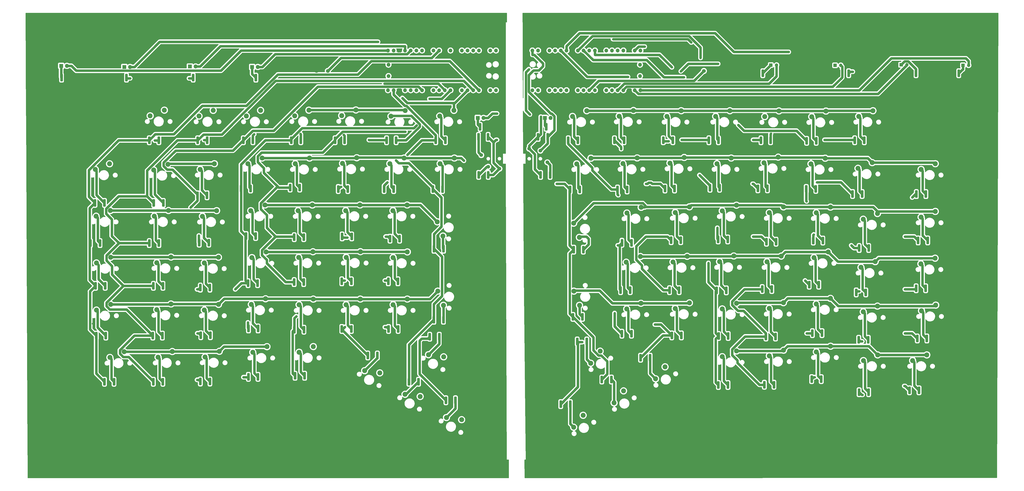
<source format=gbr>
%TF.GenerationSoftware,KiCad,Pcbnew,7.0.1-3b83917a11~172~ubuntu22.04.1*%
%TF.CreationDate,2023-03-22T13:00:22+01:00*%
%TF.ProjectId,Europe-ergo-smd,4575726f-7065-42d6-9572-676f2d736d64,rev?*%
%TF.SameCoordinates,Original*%
%TF.FileFunction,Copper,L1,Top*%
%TF.FilePolarity,Positive*%
%FSLAX46Y46*%
G04 Gerber Fmt 4.6, Leading zero omitted, Abs format (unit mm)*
G04 Created by KiCad (PCBNEW 7.0.1-3b83917a11~172~ubuntu22.04.1) date 2023-03-22 13:00:22*
%MOMM*%
%LPD*%
G01*
G04 APERTURE LIST*
G04 Aperture macros list*
%AMRoundRect*
0 Rectangle with rounded corners*
0 $1 Rounding radius*
0 $2 $3 $4 $5 $6 $7 $8 $9 X,Y pos of 4 corners*
0 Add a 4 corners polygon primitive as box body*
4,1,4,$2,$3,$4,$5,$6,$7,$8,$9,$2,$3,0*
0 Add four circle primitives for the rounded corners*
1,1,$1+$1,$2,$3*
1,1,$1+$1,$4,$5*
1,1,$1+$1,$6,$7*
1,1,$1+$1,$8,$9*
0 Add four rect primitives between the rounded corners*
20,1,$1+$1,$2,$3,$4,$5,0*
20,1,$1+$1,$4,$5,$6,$7,0*
20,1,$1+$1,$6,$7,$8,$9,0*
20,1,$1+$1,$8,$9,$2,$3,0*%
G04 Aperture macros list end*
%TA.AperFunction,SMDPad,CuDef*%
%ADD10RoundRect,0.250000X-0.312500X-1.450000X0.312500X-1.450000X0.312500X1.450000X-0.312500X1.450000X0*%
%TD*%
%TA.AperFunction,SMDPad,CuDef*%
%ADD11RoundRect,0.250000X0.312500X1.450000X-0.312500X1.450000X-0.312500X-1.450000X0.312500X-1.450000X0*%
%TD*%
%TA.AperFunction,ComponentPad*%
%ADD12C,7.500000*%
%TD*%
%TA.AperFunction,ComponentPad*%
%ADD13C,2.200000*%
%TD*%
%TA.AperFunction,ComponentPad*%
%ADD14R,1.500000X1.500000*%
%TD*%
%TA.AperFunction,ComponentPad*%
%ADD15O,1.500000X1.500000*%
%TD*%
%TA.AperFunction,ComponentPad*%
%ADD16R,1.800000X1.800000*%
%TD*%
%TA.AperFunction,ComponentPad*%
%ADD17O,1.800000X1.800000*%
%TD*%
%TA.AperFunction,ComponentPad*%
%ADD18C,1.700000*%
%TD*%
%TA.AperFunction,ComponentPad*%
%ADD19R,1.650000X1.650000*%
%TD*%
%TA.AperFunction,ComponentPad*%
%ADD20C,1.650000*%
%TD*%
%TA.AperFunction,ComponentPad*%
%ADD21O,1.700000X1.700000*%
%TD*%
%TA.AperFunction,ComponentPad*%
%ADD22R,1.700000X1.700000*%
%TD*%
%TA.AperFunction,ViaPad*%
%ADD23C,0.800000*%
%TD*%
%TA.AperFunction,Conductor*%
%ADD24C,1.100000*%
%TD*%
G04 APERTURE END LIST*
D10*
%TO.P,R14,1*%
%TO.N,SCL I2C0*%
X296322500Y-82500000D03*
%TO.P,R14,2*%
%TO.N,VCCL*%
X300597500Y-82500000D03*
%TD*%
%TO.P,R13,1*%
%TO.N,SDA I2C0*%
X296402500Y-99500000D03*
%TO.P,R13,2*%
%TO.N,VCCL*%
X300677500Y-99500000D03*
%TD*%
D11*
%TO.P,R12,1*%
%TO.N,sdaR*%
X327227500Y-82500000D03*
%TO.P,R12,2*%
%TO.N,VCCR*%
X322952500Y-82500000D03*
%TD*%
%TO.P,R11,1*%
%TO.N,sclR*%
X328307500Y-99500000D03*
%TO.P,R11,2*%
%TO.N,VCCR*%
X324032500Y-99500000D03*
%TD*%
D10*
%TO.P,R10,1*%
%TO.N,GNDR*%
X322322500Y-78000000D03*
%TO.P,R10,2*%
%TO.N,Net-(D43-K)*%
X326597500Y-78000000D03*
%TD*%
%TO.P,R9,1*%
%TO.N,Net-(D42-K)*%
X510872500Y-54000000D03*
%TO.P,R9,2*%
%TO.N,GNDR*%
X515147500Y-54000000D03*
%TD*%
D11*
%TO.P,R8,1*%
%TO.N,Net-(D41-K)*%
X491767500Y-54000000D03*
%TO.P,R8,2*%
%TO.N,GNDR*%
X487492500Y-54000000D03*
%TD*%
%TO.P,R7,1*%
%TO.N,Net-(D40-K)*%
X461687500Y-54000000D03*
%TO.P,R7,2*%
%TO.N,GNDR*%
X457412500Y-54000000D03*
%TD*%
D10*
%TO.P,R6,1*%
%TO.N,Net-(D39-K)*%
X423332500Y-54000000D03*
%TO.P,R6,2*%
%TO.N,GNDR*%
X427607500Y-54000000D03*
%TD*%
%TO.P,R5,1*%
%TO.N,GNDL*%
X292782500Y-78000000D03*
%TO.P,R5,2*%
%TO.N,Net-(D38-K)*%
X297057500Y-78000000D03*
%TD*%
D11*
%TO.P,R4,1*%
%TO.N,GNDL*%
X201137500Y-56000000D03*
%TO.P,R4,2*%
%TO.N,Net-(D37-K)*%
X196862500Y-56000000D03*
%TD*%
%TO.P,R3,1*%
%TO.N,GNDL*%
X173137500Y-56000000D03*
%TO.P,R3,2*%
%TO.N,Net-(D36-K)*%
X168862500Y-56000000D03*
%TD*%
D10*
%TO.P,R2,1*%
%TO.N,GNDL*%
X134782500Y-56000000D03*
%TO.P,R2,2*%
%TO.N,Net-(D32-K)*%
X139057500Y-56000000D03*
%TD*%
%TO.P,R1,1*%
%TO.N,GNDL*%
X105782500Y-56000000D03*
%TO.P,R1,2*%
%TO.N,Net-(D31-K)*%
X110057500Y-56000000D03*
%TD*%
%TO.P,D104,1,K*%
%TO.N,COL4R*%
X424032500Y-193340000D03*
%TO.P,D104,2,A*%
%TO.N,Net-(D104-A)*%
X428307500Y-193340000D03*
%TD*%
%TO.P,D103,1,K*%
%TO.N,COL5R*%
X403482500Y-193470000D03*
%TO.P,D103,2,A*%
%TO.N,Net-(D103-A)*%
X407757500Y-193470000D03*
%TD*%
%TO.P,D102,1,K*%
%TO.N,COL4*%
X193522500Y-189800000D03*
%TO.P,D102,2,A*%
%TO.N,Net-(D102-A)*%
X197797500Y-189800000D03*
%TD*%
%TO.P,D101,1,K*%
%TO.N,COL3R*%
X445152500Y-190840000D03*
%TO.P,D101,2,A*%
%TO.N,Net-(D101-A)*%
X449427500Y-190840000D03*
%TD*%
%TO.P,D100,1,K*%
%TO.N,COL5*%
X214362500Y-189340000D03*
%TO.P,D100,2,A*%
%TO.N,Net-(D100-A)*%
X218637500Y-189340000D03*
%TD*%
%TO.P,D99,1,K*%
%TO.N,COL3*%
X172062500Y-191900000D03*
%TO.P,D99,2,A*%
%TO.N,Net-(D99-A)*%
X176337500Y-191900000D03*
%TD*%
%TO.P,D98,1,K*%
%TO.N,COL1R*%
X488832500Y-195840000D03*
%TO.P,D98,2,A*%
%TO.N,Net-(D98-A)*%
X493107500Y-195840000D03*
%TD*%
%TO.P,D97,1,K*%
%TO.N,COL2R*%
X466352500Y-196700000D03*
%TO.P,D97,2,A*%
%TO.N,Net-(D97-A)*%
X470627500Y-196700000D03*
%TD*%
%TO.P,D96,1,K*%
%TO.N,COL6R*%
X368722500Y-181240000D03*
%TO.P,D96,2,A*%
%TO.N,Net-(D96-A)*%
X372997500Y-181240000D03*
%TD*%
%TO.P,D95,1,K*%
%TO.N,COL8R*%
X351412500Y-191000000D03*
%TO.P,D95,2,A*%
%TO.N,Net-(D95-A)*%
X355687500Y-191000000D03*
%TD*%
%TO.P,D94,1,K*%
%TO.N,Arrow-Right*%
X333052500Y-202000000D03*
%TO.P,D94,2,A*%
%TO.N,Net-(D94-A)*%
X337327500Y-202000000D03*
%TD*%
%TO.P,D93,1,K*%
%TO.N,Arrow-Left*%
X281752100Y-200284700D03*
%TO.P,D93,2,A*%
%TO.N,Net-(D93-A)*%
X286027100Y-200284700D03*
%TD*%
%TO.P,D92,1,K*%
%TO.N,COL8*%
X265242500Y-192000000D03*
%TO.P,D92,2,A*%
%TO.N,Net-(D92-A)*%
X269517500Y-192000000D03*
%TD*%
%TO.P,D91,1,K*%
%TO.N,COL6*%
X246862500Y-180250000D03*
%TO.P,D91,2,A*%
%TO.N,Net-(D91-A)*%
X251137500Y-180250000D03*
%TD*%
%TO.P,D90,1,K*%
%TO.N,COL2*%
X151052500Y-192000000D03*
%TO.P,D90,2,A*%
%TO.N,Net-(D90-A)*%
X155327500Y-192000000D03*
%TD*%
%TO.P,D89,1,K*%
%TO.N,COL1*%
X129222500Y-192000000D03*
%TO.P,D89,2,A*%
%TO.N,Net-(D89-A)*%
X133497500Y-192000000D03*
%TD*%
%TO.P,D88,1,K*%
%TO.N,COL7R*%
X360382500Y-170525000D03*
%TO.P,D88,2,A*%
%TO.N,Net-(D88-A)*%
X364657500Y-170525000D03*
%TD*%
%TO.P,D87,1,K*%
%TO.N,COL7*%
X256142500Y-168380000D03*
%TO.P,D87,2,A*%
%TO.N,Net-(D87-A)*%
X260417500Y-168380000D03*
%TD*%
%TO.P,D86,1,K*%
%TO.N,COL3R*%
X445482500Y-170260000D03*
%TO.P,D86,2,A*%
%TO.N,Net-(D86-A)*%
X449757500Y-170260000D03*
%TD*%
%TO.P,D85,1,K*%
%TO.N,COL4R*%
X424722500Y-171760000D03*
%TO.P,D85,2,A*%
%TO.N,Net-(D85-A)*%
X428997500Y-171760000D03*
%TD*%
%TO.P,D84,1,K*%
%TO.N,COL5R*%
X403582500Y-171520000D03*
%TO.P,D84,2,A*%
%TO.N,Net-(D84-A)*%
X407857500Y-171520000D03*
%TD*%
%TO.P,D83,1,K*%
%TO.N,COL6R*%
X382662500Y-171260000D03*
%TO.P,D83,2,A*%
%TO.N,Net-(D83-A)*%
X386937500Y-171260000D03*
%TD*%
%TO.P,D82,1,K*%
%TO.N,COL6*%
X235242500Y-168380000D03*
%TO.P,D82,2,A*%
%TO.N,Net-(D82-A)*%
X239517500Y-168380000D03*
%TD*%
%TO.P,D81,1,K*%
%TO.N,COL5*%
X214052500Y-168720000D03*
%TO.P,D81,2,A*%
%TO.N,Net-(D81-A)*%
X218327500Y-168720000D03*
%TD*%
%TO.P,D80,1,K*%
%TO.N,COL4*%
X193562500Y-168180000D03*
%TO.P,D80,2,A*%
%TO.N,Net-(D80-A)*%
X197837500Y-168180000D03*
%TD*%
%TO.P,D79,1,K*%
%TO.N,COL3*%
X172252500Y-171180000D03*
%TO.P,D79,2,A*%
%TO.N,Net-(D79-A)*%
X176527500Y-171180000D03*
%TD*%
%TO.P,D78,1,K*%
%TO.N,COL1R*%
X492337500Y-172660000D03*
%TO.P,D78,2,A*%
%TO.N,Net-(D78-A)*%
X496612500Y-172660000D03*
%TD*%
%TO.P,D77,1,K*%
%TO.N,COL2R*%
X466182500Y-173220000D03*
%TO.P,D77,2,A*%
%TO.N,Net-(D77-A)*%
X470457500Y-173220000D03*
%TD*%
%TO.P,D76,1,K*%
%TO.N,COL8R*%
X338502500Y-163000000D03*
%TO.P,D76,2,A*%
%TO.N,Net-(D76-A)*%
X342777500Y-163000000D03*
%TD*%
%TO.P,D75,1,K*%
%TO.N,Arrow-Right*%
X340422500Y-173970600D03*
%TO.P,D75,2,A*%
%TO.N,Net-(D75-A)*%
X344697500Y-173970600D03*
%TD*%
%TO.P,D74,1,K*%
%TO.N,Arrow-Left*%
X274522500Y-171880000D03*
%TO.P,D74,2,A*%
%TO.N,Net-(D74-A)*%
X278797500Y-171880000D03*
%TD*%
%TO.P,D73,1,K*%
%TO.N,COL8*%
X276382500Y-164280000D03*
%TO.P,D73,2,A*%
%TO.N,Net-(D73-A)*%
X280657500Y-164280000D03*
%TD*%
%TO.P,D72,1,K*%
%TO.N,COL2*%
X150822500Y-171380000D03*
%TO.P,D72,2,A*%
%TO.N,Net-(D72-A)*%
X155097500Y-171380000D03*
%TD*%
%TO.P,D71,1,K*%
%TO.N,COL1*%
X125562500Y-171380000D03*
%TO.P,D71,2,A*%
%TO.N,Net-(D71-A)*%
X129837500Y-171380000D03*
%TD*%
%TO.P,D70,1,K*%
%TO.N,COL3R*%
X444052500Y-148565000D03*
%TO.P,D70,2,A*%
%TO.N,Net-(D70-A)*%
X448327500Y-148565000D03*
%TD*%
%TO.P,D69,1,K*%
%TO.N,COL4R*%
X423062500Y-150540000D03*
%TO.P,D69,2,A*%
%TO.N,Net-(D69-A)*%
X427337500Y-150540000D03*
%TD*%
%TO.P,D68,1,K*%
%TO.N,COL5R*%
X402725000Y-151100000D03*
%TO.P,D68,2,A*%
%TO.N,Net-(D68-A)*%
X407000000Y-151100000D03*
%TD*%
%TO.P,D67,1,K*%
%TO.N,COL6R*%
X381662500Y-151040000D03*
%TO.P,D67,2,A*%
%TO.N,Net-(D67-A)*%
X385937500Y-151040000D03*
%TD*%
%TO.P,D66,1,K*%
%TO.N,COL7R*%
X359792500Y-151040000D03*
%TO.P,D66,2,A*%
%TO.N,Net-(D66-A)*%
X364067500Y-151040000D03*
%TD*%
%TO.P,D65,1,K*%
%TO.N,COL4*%
X193372500Y-147900000D03*
%TO.P,D65,2,A*%
%TO.N,Net-(D65-A)*%
X197647500Y-147900000D03*
%TD*%
%TO.P,D64,1,K*%
%TO.N,COL3*%
X172042500Y-149900000D03*
%TO.P,D64,2,A*%
%TO.N,Net-(D64-A)*%
X176317500Y-149900000D03*
%TD*%
%TO.P,D63,1,K*%
%TO.N,COL7*%
X256052500Y-147100000D03*
%TO.P,D63,2,A*%
%TO.N,Net-(D63-A)*%
X260327500Y-147100000D03*
%TD*%
%TO.P,D62,1,K*%
%TO.N,COL6*%
X235252500Y-147100000D03*
%TO.P,D62,2,A*%
%TO.N,Net-(D62-A)*%
X239527500Y-147100000D03*
%TD*%
%TO.P,D61,1,K*%
%TO.N,COL5*%
X213972500Y-147440000D03*
%TO.P,D61,2,A*%
%TO.N,Net-(D61-A)*%
X218247500Y-147440000D03*
%TD*%
%TO.P,D60,1,K*%
%TO.N,COL1R*%
X491807500Y-150205000D03*
%TO.P,D60,2,A*%
%TO.N,Net-(D60-A)*%
X496082500Y-150205000D03*
%TD*%
%TO.P,D59,1,K*%
%TO.N,COL2R*%
X465052500Y-152040000D03*
%TO.P,D59,2,A*%
%TO.N,Net-(D59-A)*%
X469327500Y-152040000D03*
%TD*%
%TO.P,D58,1,K*%
%TO.N,COL2*%
X151082500Y-149100000D03*
%TO.P,D58,2,A*%
%TO.N,Net-(D58-A)*%
X155357500Y-149100000D03*
%TD*%
%TO.P,D57,1,K*%
%TO.N,COL1*%
X125272500Y-149100000D03*
%TO.P,D57,2,A*%
%TO.N,Net-(D57-A)*%
X129547500Y-149100000D03*
%TD*%
%TO.P,D56,1,K*%
%TO.N,COL4R*%
X424962500Y-129340000D03*
%TO.P,D56,2,A*%
%TO.N,Net-(D56-A)*%
X429237500Y-129340000D03*
%TD*%
%TO.P,D55,1,K*%
%TO.N,COL5R*%
X403382500Y-128360000D03*
%TO.P,D55,2,A*%
%TO.N,Net-(D55-A)*%
X407657500Y-128360000D03*
%TD*%
%TO.P,D54,1,K*%
%TO.N,COL3R*%
X445882500Y-128840000D03*
%TO.P,D54,2,A*%
%TO.N,Net-(D54-A)*%
X450157500Y-128840000D03*
%TD*%
%TO.P,D53,1,K*%
%TO.N,COL5*%
X214002500Y-127340000D03*
%TO.P,D53,2,A*%
%TO.N,Net-(D53-A)*%
X218277500Y-127340000D03*
%TD*%
%TO.P,D52,1,K*%
%TO.N,COL4*%
X192492500Y-126800000D03*
%TO.P,D52,2,A*%
%TO.N,Net-(D52-A)*%
X196767500Y-126800000D03*
%TD*%
%TO.P,D51,1,K*%
%TO.N,COL6R*%
X382382500Y-128700000D03*
%TO.P,D51,2,A*%
%TO.N,Net-(D51-A)*%
X386657500Y-128700000D03*
%TD*%
%TO.P,D50,1,K*%
%TO.N,COL7R*%
X360412500Y-129840000D03*
%TO.P,D50,2,A*%
%TO.N,Net-(D50-A)*%
X364687500Y-129840000D03*
%TD*%
%TO.P,D49,1,K*%
%TO.N,COL3*%
X171552500Y-129800000D03*
%TO.P,D49,2,A*%
%TO.N,Net-(D49-A)*%
X175827500Y-129800000D03*
%TD*%
%TO.P,D48,1,K*%
%TO.N,COL7*%
X256782500Y-128000000D03*
%TO.P,D48,2,A*%
%TO.N,Net-(D48-A)*%
X261057500Y-128000000D03*
%TD*%
%TO.P,D47,1,K*%
%TO.N,COL6*%
X235402500Y-127000000D03*
%TO.P,D47,2,A*%
%TO.N,Net-(D47-A)*%
X239677500Y-127000000D03*
%TD*%
%TO.P,D46,1,K*%
%TO.N,COL1R*%
X492717500Y-128800000D03*
%TO.P,D46,2,A*%
%TO.N,Net-(D46-A)*%
X496992500Y-128800000D03*
%TD*%
%TO.P,D45,1,K*%
%TO.N,COL2R*%
X466362500Y-132200000D03*
%TO.P,D45,2,A*%
%TO.N,Net-(D45-A)*%
X470637500Y-132200000D03*
%TD*%
%TO.P,D44,1,K*%
%TO.N,COL8R*%
X338862500Y-132920000D03*
%TO.P,D44,2,A*%
%TO.N,Net-(D44-A)*%
X343137500Y-132920000D03*
%TD*%
%TO.P,D35,1,K*%
%TO.N,COL8*%
X276422500Y-132540000D03*
%TO.P,D35,2,A*%
%TO.N,Net-(D35-A)*%
X280697500Y-132540000D03*
%TD*%
%TO.P,D34,1,K*%
%TO.N,COL2*%
X149262500Y-130000000D03*
%TO.P,D34,2,A*%
%TO.N,Net-(D34-A)*%
X153537500Y-130000000D03*
%TD*%
%TO.P,D33,1,K*%
%TO.N,COL1*%
X122962500Y-130000000D03*
%TO.P,D33,2,A*%
%TO.N,Net-(D33-A)*%
X127237500Y-130000000D03*
%TD*%
%TO.P,D30,1,K*%
%TO.N,COL3R*%
X442722500Y-105740000D03*
%TO.P,D30,2,A*%
%TO.N,Net-(D30-A)*%
X446997500Y-105740000D03*
%TD*%
%TO.P,D29,1,K*%
%TO.N,COL4R*%
X421122500Y-105505000D03*
%TO.P,D29,2,A*%
%TO.N,Net-(D29-A)*%
X425397500Y-105505000D03*
%TD*%
%TO.P,D28,1,K*%
%TO.N,COL5R*%
X399722500Y-105225000D03*
%TO.P,D28,2,A*%
%TO.N,Net-(D28-A)*%
X403997500Y-105225000D03*
%TD*%
%TO.P,D27,1,K*%
%TO.N,COL6R*%
X379622500Y-105565000D03*
%TO.P,D27,2,A*%
%TO.N,Net-(D27-A)*%
X383897500Y-105565000D03*
%TD*%
%TO.P,D26,1,K*%
%TO.N,COL7R*%
X358422500Y-106005000D03*
%TO.P,D26,2,A*%
%TO.N,Net-(D26-A)*%
X362697500Y-106005000D03*
%TD*%
%TO.P,D25,1,K*%
%TO.N,COL7*%
X254142500Y-105800000D03*
%TO.P,D25,2,A*%
%TO.N,Net-(D25-A)*%
X258417500Y-105800000D03*
%TD*%
%TO.P,D24,1,K*%
%TO.N,COL6*%
X233662500Y-105800000D03*
%TO.P,D24,2,A*%
%TO.N,Net-(D24-A)*%
X237937500Y-105800000D03*
%TD*%
%TO.P,D23,1,K*%
%TO.N,COL5*%
X212162500Y-105140000D03*
%TO.P,D23,2,A*%
%TO.N,Net-(D23-A)*%
X216437500Y-105140000D03*
%TD*%
%TO.P,D22,1,K*%
%TO.N,COL4*%
X190222500Y-105600000D03*
%TO.P,D22,2,A*%
%TO.N,Net-(D22-A)*%
X194497500Y-105600000D03*
%TD*%
%TO.P,D21,1,K*%
%TO.N,COL3*%
X170762500Y-108600000D03*
%TO.P,D21,2,A*%
%TO.N,Net-(D21-A)*%
X175037500Y-108600000D03*
%TD*%
%TO.P,D20,1,K*%
%TO.N,COL1R*%
X491907500Y-108065000D03*
%TO.P,D20,2,A*%
%TO.N,Net-(D20-A)*%
X496182500Y-108065000D03*
%TD*%
%TO.P,D19,1,K*%
%TO.N,COL2R*%
X463422500Y-108005000D03*
%TO.P,D19,2,A*%
%TO.N,Net-(D19-A)*%
X467697500Y-108005000D03*
%TD*%
%TO.P,D18,1,K*%
%TO.N,COL8R*%
X337272500Y-106005000D03*
%TO.P,D18,2,A*%
%TO.N,Net-(D18-A)*%
X341547500Y-106005000D03*
%TD*%
%TO.P,D17,1,K*%
%TO.N,COL8*%
X275942500Y-105800000D03*
%TO.P,D17,2,A*%
%TO.N,Net-(D17-A)*%
X280217500Y-105800000D03*
%TD*%
%TO.P,D16,1,K*%
%TO.N,COL2*%
X151242500Y-112000000D03*
%TO.P,D16,2,A*%
%TO.N,Net-(D16-A)*%
X155517500Y-112000000D03*
%TD*%
%TO.P,D15,1,K*%
%TO.N,COL1*%
X124972500Y-112000000D03*
%TO.P,D15,2,A*%
%TO.N,Net-(D15-A)*%
X129247500Y-112000000D03*
%TD*%
%TO.P,D14,1,K*%
%TO.N,COL4R*%
X399252500Y-84000000D03*
%TO.P,D14,2,A*%
%TO.N,Net-(D14-A)*%
X403527500Y-84000000D03*
%TD*%
%TO.P,D13,1,K*%
%TO.N,COL5R*%
X378862500Y-84000000D03*
%TO.P,D13,2,A*%
%TO.N,Net-(D13-A)*%
X383137500Y-84000000D03*
%TD*%
%TO.P,D12,1,K*%
%TO.N,COL5*%
X232242500Y-84000000D03*
%TO.P,D12,2,A*%
%TO.N,Net-(D12-A)*%
X236517500Y-84000000D03*
%TD*%
%TO.P,D11,1,K*%
%TO.N,COL4*%
X212662500Y-84000000D03*
%TO.P,D11,2,A*%
%TO.N,Net-(D11-A)*%
X216937500Y-84000000D03*
%TD*%
%TO.P,D10,1,K*%
%TO.N,COL3R*%
X422512500Y-84000000D03*
%TO.P,D10,2,A*%
%TO.N,Net-(D10-A)*%
X426787500Y-84000000D03*
%TD*%
%TO.P,D9,1,K*%
%TO.N,COL6R*%
X357052500Y-84000000D03*
%TO.P,D9,2,A*%
%TO.N,Net-(D9-A)*%
X361327500Y-84000000D03*
%TD*%
%TO.P,D8,1,K*%
%TO.N,COL7R*%
X336412500Y-84000000D03*
%TO.P,D8,2,A*%
%TO.N,Net-(D8-A)*%
X340687500Y-84000000D03*
%TD*%
%TO.P,D7,1,K*%
%TO.N,COL1R*%
X464382500Y-84000000D03*
%TO.P,D7,2,A*%
%TO.N,Net-(D7-A)*%
X468657500Y-84000000D03*
%TD*%
%TO.P,D6,1,K*%
%TO.N,COL2R*%
X442912500Y-84260000D03*
%TO.P,D6,2,A*%
%TO.N,Net-(D6-A)*%
X447187500Y-84260000D03*
%TD*%
%TO.P,D5,1,K*%
%TO.N,COL7*%
X277242500Y-84000000D03*
%TO.P,D5,2,A*%
%TO.N,Net-(D5-A)*%
X281517500Y-84000000D03*
%TD*%
%TO.P,D4,1,K*%
%TO.N,COL6*%
X255242500Y-84000000D03*
%TO.P,D4,2,A*%
%TO.N,Net-(D4-A)*%
X259517500Y-84000000D03*
%TD*%
%TO.P,D3,1,K*%
%TO.N,COL3*%
X191262500Y-84000000D03*
%TO.P,D3,2,A*%
%TO.N,Net-(D3-A)*%
X195537500Y-84000000D03*
%TD*%
%TO.P,D2,1,K*%
%TO.N,COL2*%
X170862500Y-84000000D03*
%TO.P,D2,2,A*%
%TO.N,Net-(D2-A)*%
X175137500Y-84000000D03*
%TD*%
%TO.P,D1,1,K*%
%TO.N,COL1*%
X149242500Y-84000000D03*
%TO.P,D1,2,A*%
%TO.N,Net-(D1-A)*%
X153517500Y-84000000D03*
%TD*%
D12*
%TO.P,H13,1,1*%
%TO.N,GNDL*%
X302750000Y-32600000D03*
%TD*%
D13*
%TO.P,SW41,1*%
%TO.N,ROW3R*%
X338820000Y-121080000D03*
%TO.P,SW41,2*%
%TO.N,Net-(D44-A)*%
X341360000Y-127430000D03*
%TD*%
%TO.P,SW64,1*%
%TO.N,ROW5*%
X158960000Y-157200000D03*
%TO.P,SW64,2*%
%TO.N,Net-(D72-A)*%
X152610000Y-159740000D03*
%TD*%
%TO.P,SW48,1*%
%TO.N,ROW3R*%
X500395000Y-115800000D03*
%TO.P,SW48,2*%
%TO.N,Net-(D46-A)*%
X494045000Y-118340000D03*
%TD*%
D12*
%TO.P,H6,1,1*%
%TO.N,GNDR*%
X521000000Y-32600000D03*
%TD*%
D14*
%TO.P,D42,1,K*%
%TO.N,Net-(D42-K)*%
X512730000Y-50440000D03*
D15*
%TO.P,D42,2,A*%
%TO.N,PWM1R*%
X515270000Y-50440000D03*
%TD*%
D13*
%TO.P,SW45,1*%
%TO.N,ROW3R*%
X432540000Y-113800000D03*
%TO.P,SW45,2*%
%TO.N,Net-(D56-A)*%
X426190000Y-116340000D03*
%TD*%
%TO.P,SW76,1*%
%TO.N,ROW5R*%
X411540000Y-156880000D03*
%TO.P,SW76,2*%
%TO.N,Net-(D84-A)*%
X405190000Y-159420000D03*
%TD*%
%TO.P,SW83,1*%
%TO.N,ROW6*%
X180540000Y-178420000D03*
%TO.P,SW83,2*%
%TO.N,Net-(D99-A)*%
X174190000Y-180960000D03*
%TD*%
%TO.P,SW62,1*%
%TO.N,ROW4R*%
X500295000Y-136720000D03*
%TO.P,SW62,2*%
%TO.N,Net-(D60-A)*%
X493945000Y-139260000D03*
%TD*%
%TO.P,SW47,1*%
%TO.N,ROW3R*%
X474540000Y-116760000D03*
%TO.P,SW47,2*%
%TO.N,Net-(D45-A)*%
X468190000Y-119300000D03*
%TD*%
D12*
%TO.P,H5,1,1*%
%TO.N,GNDL*%
X100900000Y-228000000D03*
%TD*%
D13*
%TO.P,SW91,1*%
%TO.N,ROW6R*%
X379659700Y-185330600D03*
%TO.P,SW91,2*%
%TO.N,Net-(D96-A)*%
X375430439Y-190705305D03*
%TD*%
%TO.P,SW75,1*%
%TO.N,ROW5R*%
X390540000Y-156720000D03*
%TO.P,SW75,2*%
%TO.N,Net-(D83-A)*%
X384190000Y-159260000D03*
%TD*%
D12*
%TO.P,H1,1,1*%
%TO.N,GNDL*%
X100500000Y-34000000D03*
%TD*%
D13*
%TO.P,SW40,1*%
%TO.N,ROW3*%
X277920000Y-120460000D03*
%TO.P,SW40,2*%
%TO.N,Net-(D35-A)*%
X280460000Y-126810000D03*
%TD*%
%TO.P,SW61,1*%
%TO.N,ROW4R*%
X473540000Y-138300000D03*
%TO.P,SW61,2*%
%TO.N,Net-(D59-A)*%
X467190000Y-140840000D03*
%TD*%
%TO.P,SW13,1*%
%TO.N,ROW1R*%
X451540000Y-70920000D03*
%TO.P,SW13,2*%
%TO.N,Net-(D6-A)*%
X445190000Y-73460000D03*
%TD*%
%TO.P,SW39,1*%
%TO.N,ROW3*%
X264460000Y-112920000D03*
%TO.P,SW39,2*%
%TO.N,Net-(D48-A)*%
X258110000Y-115460000D03*
%TD*%
%TO.P,SW36,1*%
%TO.N,ROW3*%
X200960000Y-112920000D03*
%TO.P,SW36,2*%
%TO.N,Net-(D52-A)*%
X194610000Y-115460000D03*
%TD*%
D12*
%TO.P,H16,1,1*%
%TO.N,GNDR*%
X427400000Y-229450000D03*
%TD*%
D13*
%TO.P,SW29,1*%
%TO.N,ROW2R*%
X430210000Y-91530000D03*
%TO.P,SW29,2*%
%TO.N,Net-(D29-A)*%
X423860000Y-94070000D03*
%TD*%
%TO.P,SW58,1*%
%TO.N,ROW4R*%
X410350000Y-135760000D03*
%TO.P,SW58,2*%
%TO.N,Net-(D68-A)*%
X404000000Y-138300000D03*
%TD*%
%TO.P,SW60,1*%
%TO.N,ROW4R*%
X452540000Y-133960000D03*
%TO.P,SW60,2*%
%TO.N,Net-(D70-A)*%
X446190000Y-136500000D03*
%TD*%
%TO.P,SW84,1*%
%TO.N,ROW6*%
X201820000Y-176320000D03*
%TO.P,SW84,2*%
%TO.N,Net-(D102-A)*%
X195470000Y-178860000D03*
%TD*%
D12*
%TO.P,H2,1,1*%
%TO.N,GNDR*%
X521000000Y-229450000D03*
%TD*%
D13*
%TO.P,SW6,1*%
%TO.N,ROW1*%
X263540000Y-70720000D03*
%TO.P,SW6,2*%
%TO.N,Net-(D4-A)*%
X257190000Y-73260000D03*
%TD*%
D16*
%TO.P,D38,1,K*%
%TO.N,Net-(D38-K)*%
X296000000Y-74000000D03*
D17*
%TO.P,D38,2,A*%
%TO.N,PWM5*%
X298540000Y-74000000D03*
%TD*%
D13*
%TO.P,SW50,1*%
%TO.N,ROW4*%
X158970000Y-136220000D03*
%TO.P,SW50,2*%
%TO.N,Net-(D58-A)*%
X152620000Y-138760000D03*
%TD*%
%TO.P,SW46,1*%
%TO.N,ROW3R*%
X453540000Y-113900000D03*
%TO.P,SW46,2*%
%TO.N,Net-(D54-A)*%
X447190000Y-116440000D03*
%TD*%
%TO.P,SW96,1*%
%TO.N,ROW6R*%
X496610000Y-180000000D03*
%TO.P,SW96,2*%
%TO.N,Net-(D98-A)*%
X490260000Y-182540000D03*
%TD*%
%TO.P,SW44,1*%
%TO.N,ROW3R*%
X411540000Y-113020000D03*
%TO.P,SW44,2*%
%TO.N,Net-(D55-A)*%
X405190000Y-115560000D03*
%TD*%
%TO.P,SW34,1*%
%TO.N,ROW3*%
X157840000Y-115420000D03*
%TO.P,SW34,2*%
%TO.N,Net-(D34-A)*%
X151490000Y-117960000D03*
%TD*%
%TO.P,SW22,1*%
%TO.N,ROW2*%
X241940000Y-91820000D03*
%TO.P,SW22,2*%
%TO.N,Net-(D24-A)*%
X235590000Y-94360000D03*
%TD*%
%TO.P,SW18,1*%
%TO.N,ROW2*%
X157540000Y-94720000D03*
%TO.P,SW18,2*%
%TO.N,Net-(D16-A)*%
X151190000Y-97260000D03*
%TD*%
%TO.P,SW80,1*%
%TO.N,ROW5R*%
X500595000Y-157720000D03*
%TO.P,SW80,2*%
%TO.N,Net-(D78-A)*%
X494245000Y-160260000D03*
%TD*%
%TO.P,SW17,1*%
%TO.N,ROW2*%
X131500000Y-94520000D03*
%TO.P,SW17,2*%
%TO.N,Net-(D15-A)*%
X125150000Y-97060000D03*
%TD*%
%TO.P,SW2,1*%
%TO.N,ROW1*%
X177800000Y-70620000D03*
%TO.P,SW2,2*%
%TO.N,Net-(D2-A)*%
X171450000Y-73160000D03*
%TD*%
%TO.P,SW42,1*%
%TO.N,ROW3R*%
X368970000Y-114000000D03*
%TO.P,SW42,2*%
%TO.N,Net-(D50-A)*%
X362620000Y-116540000D03*
%TD*%
%TO.P,SW9,1*%
%TO.N,ROW1R*%
X365540000Y-70660000D03*
%TO.P,SW9,2*%
%TO.N,Net-(D9-A)*%
X359190000Y-73200000D03*
%TD*%
%TO.P,SW19,1*%
%TO.N,ROW2*%
X178350000Y-94460000D03*
%TO.P,SW19,2*%
%TO.N,Net-(D21-A)*%
X172000000Y-97000000D03*
%TD*%
D12*
%TO.P,H10,1,1*%
%TO.N,GNDR*%
X322000000Y-32650000D03*
%TD*%
D13*
%TO.P,SW70,1*%
%TO.N,ROW5*%
X278100000Y-151460000D03*
%TO.P,SW70,2*%
%TO.N,Net-(D73-A)*%
X280640000Y-157810000D03*
%TD*%
%TO.P,SW11,1*%
%TO.N,ROW1R*%
X408620000Y-70780000D03*
%TO.P,SW11,2*%
%TO.N,Net-(D14-A)*%
X402270000Y-73320000D03*
%TD*%
%TO.P,SW89,1*%
%TO.N,ROW6R*%
X343069700Y-206990600D03*
%TO.P,SW89,2*%
%TO.N,Net-(D94-A)*%
X338840439Y-212365305D03*
%TD*%
D14*
%TO.P,D40,1,K*%
%TO.N,Net-(D40-K)*%
X455614700Y-50440000D03*
D15*
%TO.P,D40,2,A*%
%TO.N,PWM3R*%
X458154700Y-50440000D03*
%TD*%
D13*
%TO.P,SW94,1*%
%TO.N,ROW6R*%
X453610000Y-176100000D03*
%TO.P,SW94,2*%
%TO.N,Net-(D101-A)*%
X447260000Y-178640000D03*
%TD*%
%TO.P,SW1,1*%
%TO.N,ROW1*%
X156000000Y-70520000D03*
%TO.P,SW1,2*%
%TO.N,Net-(D1-A)*%
X149650000Y-73060000D03*
%TD*%
D12*
%TO.P,H8,1,1*%
%TO.N,GNDR*%
X426550000Y-32650000D03*
%TD*%
D13*
%TO.P,SW53,1*%
%TO.N,ROW4*%
X222380000Y-133860000D03*
%TO.P,SW53,2*%
%TO.N,Net-(D61-A)*%
X216030000Y-136400000D03*
%TD*%
%TO.P,SW56,1*%
%TO.N,ROW4R*%
X368670000Y-136000000D03*
%TO.P,SW56,2*%
%TO.N,Net-(D66-A)*%
X362320000Y-138540000D03*
%TD*%
%TO.P,SW72,1*%
%TO.N,ROW5R*%
X350659700Y-178330600D03*
%TO.P,SW72,2*%
%TO.N,Net-(D75-A)*%
X346430439Y-183705305D03*
%TD*%
%TO.P,SW78,1*%
%TO.N,ROW5R*%
X453540000Y-154720000D03*
%TO.P,SW78,2*%
%TO.N,Net-(D86-A)*%
X447190000Y-157260000D03*
%TD*%
%TO.P,SW77,1*%
%TO.N,ROW5R*%
X432540000Y-156640000D03*
%TO.P,SW77,2*%
%TO.N,Net-(D85-A)*%
X426190000Y-159180000D03*
%TD*%
%TO.P,SW28,1*%
%TO.N,ROW2R*%
X409210000Y-91920000D03*
%TO.P,SW28,2*%
%TO.N,Net-(D28-A)*%
X402860000Y-94460000D03*
%TD*%
D16*
%TO.P,D32,1,K*%
%TO.N,Net-(D32-K)*%
X138100000Y-51200000D03*
D17*
%TO.P,D32,2,A*%
%TO.N,PWM2*%
X140640000Y-51200000D03*
%TD*%
D13*
%TO.P,SW95,1*%
%TO.N,ROW6R*%
X474610000Y-180000000D03*
%TO.P,SW95,2*%
%TO.N,Net-(D97-A)*%
X468260000Y-182540000D03*
%TD*%
%TO.P,SW3,1*%
%TO.N,ROW1*%
X199000000Y-70620000D03*
%TO.P,SW3,2*%
%TO.N,Net-(D3-A)*%
X192650000Y-73160000D03*
%TD*%
%TO.P,SW7,1*%
%TO.N,ROW1*%
X285340000Y-70620000D03*
%TO.P,SW7,2*%
%TO.N,Net-(D5-A)*%
X278990000Y-73160000D03*
%TD*%
%TO.P,SW55,1*%
%TO.N,ROW4*%
X264540000Y-133920000D03*
%TO.P,SW55,2*%
%TO.N,Net-(D63-A)*%
X258190000Y-136460000D03*
%TD*%
%TO.P,SW57,1*%
%TO.N,ROW4R*%
X389540000Y-135900000D03*
%TO.P,SW57,2*%
%TO.N,Net-(D67-A)*%
X383190000Y-138440000D03*
%TD*%
D12*
%TO.P,H15,1,1*%
%TO.N,GNDL*%
X302200000Y-227800000D03*
%TD*%
%TO.P,H9,1,1*%
%TO.N,GNDL*%
X300900000Y-128800000D03*
%TD*%
%TO.P,H7,1,1*%
%TO.N,GNDL*%
X100500000Y-129000000D03*
%TD*%
%TO.P,H4,1,1*%
%TO.N,GNDR*%
X521000000Y-129000000D03*
%TD*%
D13*
%TO.P,SW14,1*%
%TO.N,ROW1R*%
X472540000Y-70760000D03*
%TO.P,SW14,2*%
%TO.N,Net-(D7-A)*%
X466190000Y-73300000D03*
%TD*%
%TO.P,SW52,1*%
%TO.N,ROW4*%
X201460000Y-133920000D03*
%TO.P,SW52,2*%
%TO.N,Net-(D65-A)*%
X195110000Y-136460000D03*
%TD*%
D14*
%TO.P,D39,1,K*%
%TO.N,Net-(D39-K)*%
X426914700Y-50340000D03*
D15*
%TO.P,D39,2,A*%
%TO.N,PWM4R*%
X429454700Y-50340000D03*
%TD*%
D13*
%TO.P,SW71,1*%
%TO.N,ROW5*%
X280739700Y-180870600D03*
%TO.P,SW71,2*%
%TO.N,Net-(D74-A)*%
X273970439Y-179895305D03*
%TD*%
%TO.P,SW67,1*%
%TO.N,ROW5*%
X222540000Y-155040000D03*
%TO.P,SW67,2*%
%TO.N,Net-(D81-A)*%
X216190000Y-157580000D03*
%TD*%
%TO.P,SW49,1*%
%TO.N,ROW4*%
X132000000Y-136320000D03*
%TO.P,SW49,2*%
%TO.N,Net-(D57-A)*%
X125650000Y-138860000D03*
%TD*%
%TO.P,SW21,1*%
%TO.N,ROW2*%
X220840000Y-91960000D03*
%TO.P,SW21,2*%
%TO.N,Net-(D23-A)*%
X214490000Y-94500000D03*
%TD*%
%TO.P,SW82,1*%
%TO.N,ROW6*%
X159540000Y-178500000D03*
%TO.P,SW82,2*%
%TO.N,Net-(D90-A)*%
X153190000Y-181040000D03*
%TD*%
D12*
%TO.P,H14,1,1*%
%TO.N,GNDR*%
X324750000Y-228000000D03*
%TD*%
D13*
%TO.P,SW27,1*%
%TO.N,ROW2R*%
X388210000Y-91660000D03*
%TO.P,SW27,2*%
%TO.N,Net-(D27-A)*%
X381860000Y-94200000D03*
%TD*%
D16*
%TO.P,D31,1,K*%
%TO.N,Net-(D31-K)*%
X109900000Y-50700000D03*
D17*
%TO.P,D31,2,A*%
%TO.N,PWM1*%
X112440000Y-50700000D03*
%TD*%
D13*
%TO.P,SW32,1*%
%TO.N,ROW2R*%
X500395000Y-94460000D03*
%TO.P,SW32,2*%
%TO.N,Net-(D20-A)*%
X494045000Y-97000000D03*
%TD*%
%TO.P,SW79,1*%
%TO.N,ROW5R*%
X474540000Y-158180000D03*
%TO.P,SW79,2*%
%TO.N,Net-(D77-A)*%
X468190000Y-160720000D03*
%TD*%
%TO.P,SW66,1*%
%TO.N,ROW5*%
X201200000Y-154900000D03*
%TO.P,SW66,2*%
%TO.N,Net-(D80-A)*%
X194850000Y-157440000D03*
%TD*%
%TO.P,SW63,1*%
%TO.N,ROW5*%
X132000000Y-157400000D03*
%TO.P,SW63,2*%
%TO.N,Net-(D71-A)*%
X125650000Y-159940000D03*
%TD*%
%TO.P,SW90,1*%
%TO.N,ROW6R*%
X361129700Y-196090600D03*
%TO.P,SW90,2*%
%TO.N,Net-(D95-A)*%
X356900439Y-201465305D03*
%TD*%
%TO.P,SW92,1*%
%TO.N,ROW6R*%
X411540000Y-178260000D03*
%TO.P,SW92,2*%
%TO.N,Net-(D103-A)*%
X405190000Y-180800000D03*
%TD*%
D16*
%TO.P,D43,1,K*%
%TO.N,Net-(D43-K)*%
X326000000Y-74000000D03*
D17*
%TO.P,D43,2,A*%
%TO.N,PWM5R*%
X328540000Y-74000000D03*
%TD*%
D13*
%TO.P,SW87,1*%
%TO.N,ROW6*%
X270279700Y-198590600D03*
%TO.P,SW87,2*%
%TO.N,Net-(D92-A)*%
X263510439Y-197615305D03*
%TD*%
%TO.P,SW4,1*%
%TO.N,ROW1*%
X220540000Y-70520000D03*
%TO.P,SW4,2*%
%TO.N,Net-(D11-A)*%
X214190000Y-73060000D03*
%TD*%
%TO.P,SW37,1*%
%TO.N,ROW3*%
X222080000Y-112960000D03*
%TO.P,SW37,2*%
%TO.N,Net-(D53-A)*%
X215730000Y-115500000D03*
%TD*%
%TO.P,SW33,1*%
%TO.N,ROW3*%
X131860000Y-115420000D03*
%TO.P,SW33,2*%
%TO.N,Net-(D33-A)*%
X125510000Y-117960000D03*
%TD*%
%TO.P,SW51,1*%
%TO.N,ROW4*%
X180150000Y-136320000D03*
%TO.P,SW51,2*%
%TO.N,Net-(D64-A)*%
X173800000Y-138860000D03*
%TD*%
%TO.P,SW5,1*%
%TO.N,ROW1*%
X241540000Y-70420000D03*
%TO.P,SW5,2*%
%TO.N,Net-(D12-A)*%
X235190000Y-72960000D03*
%TD*%
%TO.P,SW12,1*%
%TO.N,ROW1R*%
X430540000Y-70860000D03*
%TO.P,SW12,2*%
%TO.N,Net-(D10-A)*%
X424190000Y-73400000D03*
%TD*%
D12*
%TO.P,H11,1,1*%
%TO.N,GNDL*%
X198400000Y-228000000D03*
%TD*%
D13*
%TO.P,SW31,1*%
%TO.N,ROW2R*%
X472210000Y-94000000D03*
%TO.P,SW31,2*%
%TO.N,Net-(D19-A)*%
X465860000Y-96540000D03*
%TD*%
D12*
%TO.P,H12,1,1*%
%TO.N,GNDR*%
X323550000Y-128900000D03*
%TD*%
D13*
%TO.P,SW43,1*%
%TO.N,ROW3R*%
X390540000Y-113760000D03*
%TO.P,SW43,2*%
%TO.N,Net-(D51-A)*%
X384190000Y-116300000D03*
%TD*%
%TO.P,SW85,1*%
%TO.N,ROW6*%
X222540000Y-176260000D03*
%TO.P,SW85,2*%
%TO.N,Net-(D100-A)*%
X216190000Y-178800000D03*
%TD*%
D16*
%TO.P,D37,1,K*%
%TO.N,Net-(D37-K)*%
X195200000Y-51200000D03*
D17*
%TO.P,D37,2,A*%
%TO.N,PWM4*%
X197740000Y-51200000D03*
%TD*%
D13*
%TO.P,SW8,1*%
%TO.N,ROW1R*%
X344670000Y-70760000D03*
%TO.P,SW8,2*%
%TO.N,Net-(D8-A)*%
X338320000Y-73300000D03*
%TD*%
%TO.P,SW10,1*%
%TO.N,ROW1R*%
X386880000Y-70760000D03*
%TO.P,SW10,2*%
%TO.N,Net-(D13-A)*%
X380530000Y-73300000D03*
%TD*%
%TO.P,SW68,1*%
%TO.N,ROW5*%
X243540000Y-155000000D03*
%TO.P,SW68,2*%
%TO.N,Net-(D82-A)*%
X237190000Y-157540000D03*
%TD*%
%TO.P,SW26,1*%
%TO.N,ROW2R*%
X367210000Y-91900000D03*
%TO.P,SW26,2*%
%TO.N,Net-(D26-A)*%
X360860000Y-94440000D03*
%TD*%
%TO.P,SW24,1*%
%TO.N,ROW2*%
X285540000Y-91920000D03*
%TO.P,SW24,2*%
%TO.N,Net-(D17-A)*%
X279190000Y-94460000D03*
%TD*%
%TO.P,SW38,1*%
%TO.N,ROW3*%
X243380000Y-112920000D03*
%TO.P,SW38,2*%
%TO.N,Net-(D47-A)*%
X237030000Y-115460000D03*
%TD*%
%TO.P,SW35,1*%
%TO.N,ROW3*%
X179350000Y-115460000D03*
%TO.P,SW35,2*%
%TO.N,Net-(D49-A)*%
X173000000Y-118000000D03*
%TD*%
%TO.P,SW81,1*%
%TO.N,ROW6*%
X138000000Y-178600000D03*
%TO.P,SW81,2*%
%TO.N,Net-(D89-A)*%
X131650000Y-181140000D03*
%TD*%
D12*
%TO.P,H3,1,1*%
%TO.N,GNDL*%
X197600000Y-34100000D03*
%TD*%
D13*
%TO.P,SW20,1*%
%TO.N,ROW2*%
X199620000Y-91920000D03*
%TO.P,SW20,2*%
%TO.N,Net-(D22-A)*%
X193270000Y-94460000D03*
%TD*%
%TO.P,SW88,1*%
%TO.N,ROW6*%
X288769300Y-208975300D03*
%TO.P,SW88,2*%
%TO.N,Net-(D93-A)*%
X282000039Y-208000005D03*
%TD*%
%TO.P,SW86,1*%
%TO.N,ROW6*%
X252199700Y-188040600D03*
%TO.P,SW86,2*%
%TO.N,Net-(D91-A)*%
X245430439Y-187065305D03*
%TD*%
%TO.P,SW23,1*%
%TO.N,ROW2*%
X263040000Y-91920000D03*
%TO.P,SW23,2*%
%TO.N,Net-(D25-A)*%
X256690000Y-94460000D03*
%TD*%
%TO.P,SW73,1*%
%TO.N,ROW5R*%
X338920000Y-151460000D03*
%TO.P,SW73,2*%
%TO.N,Net-(D76-A)*%
X341460000Y-157810000D03*
%TD*%
%TO.P,SW54,1*%
%TO.N,ROW4*%
X243560000Y-133820000D03*
%TO.P,SW54,2*%
%TO.N,Net-(D62-A)*%
X237210000Y-136360000D03*
%TD*%
%TO.P,SW69,1*%
%TO.N,ROW5*%
X264540000Y-155000000D03*
%TO.P,SW69,2*%
%TO.N,Net-(D87-A)*%
X258190000Y-157540000D03*
%TD*%
%TO.P,SW74,1*%
%TO.N,ROW5R*%
X368870000Y-156920000D03*
%TO.P,SW74,2*%
%TO.N,Net-(D88-A)*%
X362520000Y-159460000D03*
%TD*%
%TO.P,SW93,1*%
%TO.N,ROW6R*%
X432610000Y-177900000D03*
%TO.P,SW93,2*%
%TO.N,Net-(D104-A)*%
X426260000Y-180440000D03*
%TD*%
%TO.P,SW65,1*%
%TO.N,ROW5*%
X180200000Y-157400000D03*
%TO.P,SW65,2*%
%TO.N,Net-(D79-A)*%
X173850000Y-159940000D03*
%TD*%
D16*
%TO.P,D36,1,K*%
%TO.N,Net-(D36-K)*%
X167400000Y-51000000D03*
D17*
%TO.P,D36,2,A*%
%TO.N,PWM3*%
X169940000Y-51000000D03*
%TD*%
D13*
%TO.P,SW30,1*%
%TO.N,ROW2R*%
X451210000Y-92000000D03*
%TO.P,SW30,2*%
%TO.N,Net-(D30-A)*%
X444860000Y-94540000D03*
%TD*%
D14*
%TO.P,D41,1,K*%
%TO.N,Net-(D41-K)*%
X485114700Y-50240000D03*
D15*
%TO.P,D41,2,A*%
%TO.N,PWM2R*%
X487654700Y-50240000D03*
%TD*%
D13*
%TO.P,SW59,1*%
%TO.N,ROW4R*%
X431540000Y-135800000D03*
%TO.P,SW59,2*%
%TO.N,Net-(D69-A)*%
X425190000Y-138340000D03*
%TD*%
%TO.P,SW25,1*%
%TO.N,ROW2R*%
X346540000Y-92000000D03*
%TO.P,SW25,2*%
%TO.N,Net-(D18-A)*%
X340190000Y-94540000D03*
%TD*%
D18*
%TO.P,SW16,1,1*%
%TO.N,/RUN*%
X397010000Y-53000000D03*
%TO.P,SW16,2,2*%
%TO.N,GNDR*%
X402090000Y-53000000D03*
%TD*%
D19*
%TO.P,J2,1,Pin_1*%
%TO.N,GNDR*%
X318975000Y-97050000D03*
D20*
%TO.P,J2,2,Pin_2*%
%TO.N,sdaR*%
X323975000Y-88650000D03*
%TO.P,J2,3,Pin_3*%
%TO.N,sclR*%
X327075000Y-93850000D03*
%TO.P,J2,4,Pin_4*%
%TO.N,VCCR*%
X318975000Y-87750000D03*
%TD*%
D21*
%TO.P,U1,1,GPIO0*%
%TO.N,SDA I2C0*%
X304130000Y-61615000D03*
%TO.P,U1,2,GPIO1*%
%TO.N,SCL I2C0*%
X301590000Y-61615000D03*
D22*
%TO.P,U1,3,GND*%
%TO.N,GNDL*%
X299050000Y-61615000D03*
D21*
%TO.P,U1,4,GPIO2*%
%TO.N,COL1*%
X296510000Y-61615000D03*
%TO.P,U1,5,GPIO3*%
%TO.N,COL2*%
X293970000Y-61615000D03*
%TO.P,U1,6,GPIO4*%
%TO.N,ROW1*%
X291430000Y-61615000D03*
%TO.P,U1,7,GPIO5*%
%TO.N,ROW2*%
X288890000Y-61615000D03*
D22*
%TO.P,U1,8,GND*%
%TO.N,GNDL*%
X286350000Y-61615000D03*
D21*
%TO.P,U1,9,GPIO6*%
%TO.N,ROW3*%
X283810000Y-61615000D03*
%TO.P,U1,10,GPIO7*%
%TO.N,ROW4*%
X281270000Y-61615000D03*
%TO.P,U1,11,GPIO8*%
%TO.N,ROW5*%
X278730000Y-61615000D03*
%TO.P,U1,12,GPIO9*%
%TO.N,ROW6*%
X276190000Y-61615000D03*
D22*
%TO.P,U1,13,GND*%
%TO.N,GNDL*%
X273650000Y-61615000D03*
D21*
%TO.P,U1,14,GPIO10*%
%TO.N,COL3*%
X271110000Y-61615000D03*
%TO.P,U1,15,GPIO11*%
%TO.N,COL4*%
X268570000Y-61615000D03*
%TO.P,U1,16,GPIO12*%
%TO.N,COL5*%
X266030000Y-61615000D03*
%TO.P,U1,17,GPIO13*%
%TO.N,COL6*%
X263490000Y-61615000D03*
D22*
%TO.P,U1,18,GND*%
%TO.N,GNDL*%
X260950000Y-61615000D03*
D21*
%TO.P,U1,19,GPIO14*%
%TO.N,COL7*%
X258410000Y-61615000D03*
%TO.P,U1,20,GPIO15*%
%TO.N,COL8*%
X255870000Y-61615000D03*
%TO.P,U1,21,GPIO16*%
%TO.N,PWM1*%
X255870000Y-43835000D03*
%TO.P,U1,22,GPIO17*%
%TO.N,PWM2*%
X258410000Y-43835000D03*
D22*
%TO.P,U1,23,GND*%
%TO.N,GNDL*%
X260950000Y-43835000D03*
D21*
%TO.P,U1,24,GPIO18*%
%TO.N,PWM3*%
X263490000Y-43835000D03*
%TO.P,U1,25,GPIO19*%
%TO.N,PWM4*%
X266030000Y-43835000D03*
%TO.P,U1,26,GPIO20*%
%TO.N,Arrow-Left*%
X268570000Y-43835000D03*
%TO.P,U1,27,GPIO21*%
%TO.N,unconnected-(U1-GPIO21-Pad27)*%
X271110000Y-43835000D03*
D22*
%TO.P,U1,28,GND*%
%TO.N,GNDL*%
X273650000Y-43835000D03*
D21*
%TO.P,U1,29,GPIO22*%
%TO.N,PWM5*%
X276190000Y-43835000D03*
%TO.P,U1,30,RUN*%
%TO.N,Net-(U1-RUN)*%
X278730000Y-43835000D03*
%TO.P,U1,31,GPIO26_ADC0*%
%TO.N,GNDL*%
X281270000Y-43835000D03*
%TO.P,U1,32,GPIO27_ADC1*%
%TO.N,unconnected-(U1-GPIO27_ADC1-Pad32)*%
X283810000Y-43835000D03*
D22*
%TO.P,U1,33,AGND*%
%TO.N,GNDL*%
X286350000Y-43835000D03*
D21*
%TO.P,U1,34,GPIO28_ADC2*%
%TO.N,unconnected-(U1-GPIO28_ADC2-Pad34)*%
X288890000Y-43835000D03*
%TO.P,U1,35,ADC_VREF*%
%TO.N,unconnected-(U1-ADC_VREF-Pad35)*%
X291430000Y-43835000D03*
%TO.P,U1,36,3V3*%
%TO.N,unconnected-(U1-3V3-Pad36)*%
X293970000Y-43835000D03*
%TO.P,U1,37,3V3_EN*%
%TO.N,unconnected-(U1-3V3_EN-Pad37)*%
X296510000Y-43835000D03*
D22*
%TO.P,U1,38,GND*%
%TO.N,GNDL*%
X299050000Y-43835000D03*
D21*
%TO.P,U1,39,VSYS*%
%TO.N,unconnected-(U1-VSYS-Pad39)*%
X301590000Y-43835000D03*
%TO.P,U1,40,VBUS*%
%TO.N,VCCL*%
X304130000Y-43835000D03*
%TO.P,U1,41,SWCLK*%
%TO.N,unconnected-(U1-SWCLK-Pad41)*%
X256100000Y-55265000D03*
D22*
%TO.P,U1,42,GND*%
%TO.N,GNDL*%
X256100000Y-52725000D03*
D21*
%TO.P,U1,43,SWDIO*%
%TO.N,unconnected-(U1-SWDIO-Pad43)*%
X256100000Y-50185000D03*
%TD*%
%TO.P,U2,1,GPIO0*%
%TO.N,sdaR*%
X320420000Y-43835000D03*
%TO.P,U2,2,GPIO1*%
%TO.N,sclR*%
X322960000Y-43835000D03*
D22*
%TO.P,U2,3,GND*%
%TO.N,GNDR*%
X325500000Y-43835000D03*
D21*
%TO.P,U2,4,GPIO2*%
%TO.N,COL1R*%
X328040000Y-43835000D03*
%TO.P,U2,5,GPIO3*%
%TO.N,COL2R*%
X330580000Y-43835000D03*
%TO.P,U2,6,GPIO4*%
%TO.N,ROW1R*%
X333120000Y-43835000D03*
%TO.P,U2,7,GPIO5*%
%TO.N,ROW2R*%
X335660000Y-43835000D03*
D22*
%TO.P,U2,8,GND*%
%TO.N,GNDR*%
X338200000Y-43835000D03*
D21*
%TO.P,U2,9,GPIO6*%
%TO.N,ROW3R*%
X340740000Y-43835000D03*
%TO.P,U2,10,GPIO7*%
%TO.N,ROW4R*%
X343280000Y-43835000D03*
%TO.P,U2,11,GPIO8*%
%TO.N,ROW5R*%
X345820000Y-43835000D03*
%TO.P,U2,12,GPIO9*%
%TO.N,ROW6R*%
X348360000Y-43835000D03*
D22*
%TO.P,U2,13,GND*%
%TO.N,GNDR*%
X350900000Y-43835000D03*
D21*
%TO.P,U2,14,GPIO10*%
%TO.N,COL3R*%
X353440000Y-43835000D03*
%TO.P,U2,15,GPIO11*%
%TO.N,COL4R*%
X355980000Y-43835000D03*
%TO.P,U2,16,GPIO12*%
%TO.N,COL5R*%
X358520000Y-43835000D03*
%TO.P,U2,17,GPIO13*%
%TO.N,COL6R*%
X361060000Y-43835000D03*
D22*
%TO.P,U2,18,GND*%
%TO.N,GNDR*%
X363600000Y-43835000D03*
D21*
%TO.P,U2,19,GPIO14*%
%TO.N,COL7R*%
X366140000Y-43835000D03*
%TO.P,U2,20,GPIO15*%
%TO.N,COL8R*%
X368680000Y-43835000D03*
%TO.P,U2,21,GPIO16*%
%TO.N,PWM1R*%
X368680000Y-61615000D03*
%TO.P,U2,22,GPIO17*%
%TO.N,PWM2R*%
X366140000Y-61615000D03*
D22*
%TO.P,U2,23,GND*%
%TO.N,GNDR*%
X363600000Y-61615000D03*
D21*
%TO.P,U2,24,GPIO18*%
%TO.N,PWM3R*%
X361060000Y-61615000D03*
%TO.P,U2,25,GPIO19*%
%TO.N,PWM4R*%
X358520000Y-61615000D03*
%TO.P,U2,26,GPIO20*%
%TO.N,Arrow-Right*%
X355980000Y-61615000D03*
%TO.P,U2,27,GPIO21*%
%TO.N,unconnected-(U2-GPIO21-Pad27)*%
X353440000Y-61615000D03*
D22*
%TO.P,U2,28,GND*%
%TO.N,GNDR*%
X350900000Y-61615000D03*
D21*
%TO.P,U2,29,GPIO22*%
%TO.N,PWM5R*%
X348360000Y-61615000D03*
%TO.P,U2,30,RUN*%
%TO.N,/RUN*%
X345820000Y-61615000D03*
%TO.P,U2,31,GPIO26_ADC0*%
%TO.N,unconnected-(U2-GPIO26_ADC0-Pad31)*%
X343280000Y-61615000D03*
%TO.P,U2,32,GPIO27_ADC1*%
%TO.N,unconnected-(U2-GPIO27_ADC1-Pad32)*%
X340740000Y-61615000D03*
D22*
%TO.P,U2,33,AGND*%
%TO.N,GNDR*%
X338200000Y-61615000D03*
D21*
%TO.P,U2,34,GPIO28_ADC2*%
%TO.N,unconnected-(U2-GPIO28_ADC2-Pad34)*%
X335660000Y-61615000D03*
%TO.P,U2,35,ADC_VREF*%
%TO.N,unconnected-(U2-ADC_VREF-Pad35)*%
X333120000Y-61615000D03*
%TO.P,U2,36,3V3*%
%TO.N,unconnected-(U2-3V3-Pad36)*%
X330580000Y-61615000D03*
%TO.P,U2,37,3V3_EN*%
%TO.N,unconnected-(U2-3V3_EN-Pad37)*%
X328040000Y-61615000D03*
D22*
%TO.P,U2,38,GND*%
%TO.N,GNDR*%
X325500000Y-61615000D03*
D21*
%TO.P,U2,39,VSYS*%
%TO.N,unconnected-(U2-VSYS-Pad39)*%
X322960000Y-61615000D03*
%TO.P,U2,40,VBUS*%
%TO.N,VCCR*%
X320420000Y-61615000D03*
%TO.P,U2,41,SWCLK*%
%TO.N,unconnected-(U2-SWCLK-Pad41)*%
X368450000Y-50185000D03*
D22*
%TO.P,U2,42,GND*%
%TO.N,GNDR*%
X368450000Y-52725000D03*
D21*
%TO.P,U2,43,SWDIO*%
%TO.N,unconnected-(U2-SWDIO-Pad43)*%
X368450000Y-55265000D03*
%TD*%
D18*
%TO.P,SW15,1,1*%
%TO.N,Net-(U1-RUN)*%
X229000000Y-53000000D03*
%TO.P,SW15,2,2*%
%TO.N,GNDL*%
X223920000Y-53000000D03*
%TD*%
D19*
%TO.P,J1,1,Pin_1*%
%TO.N,GNDL*%
X305670000Y-87430000D03*
D20*
%TO.P,J1,2,Pin_2*%
%TO.N,SDA I2C0*%
X300670000Y-95830000D03*
%TO.P,J1,3,Pin_3*%
%TO.N,SCL I2C0*%
X297570000Y-90630000D03*
%TO.P,J1,4,Pin_4*%
%TO.N,VCCL*%
X305670000Y-96730000D03*
%TD*%
D23*
%TO.N,GNDR*%
X411000000Y-73000000D03*
X384000000Y-46000000D03*
X422000000Y-68000000D03*
X403000000Y-65000000D03*
X389000000Y-73000000D03*
X389000000Y-80000000D03*
%TO.N,GNDL*%
X124000000Y-166000000D03*
X125000000Y-144000000D03*
X267000000Y-177000000D03*
X305000000Y-77000000D03*
%TO.N,GNDR*%
X320000000Y-77000000D03*
X370000000Y-86000000D03*
X425000000Y-88000000D03*
X417000000Y-82000000D03*
X417000000Y-98000000D03*
X476000000Y-57000000D03*
X379000000Y-144000000D03*
X404000000Y-165000000D03*
X420000000Y-161000000D03*
X411000000Y-172000000D03*
X437000000Y-172000000D03*
%TO.N,GNDL*%
X264000000Y-75000000D03*
X272000000Y-96000000D03*
X283000000Y-101000000D03*
X244000000Y-86000000D03*
X208000000Y-86000000D03*
X196000000Y-94000000D03*
X209000000Y-108000000D03*
X193000000Y-110000000D03*
X165000000Y-98000000D03*
X127000000Y-115000000D03*
X150000000Y-103000000D03*
X145000000Y-111000000D03*
X133000000Y-149000000D03*
X124000000Y-104000000D03*
X164000000Y-110000000D03*
X125000000Y-133000000D03*
X146000000Y-133000000D03*
X145000000Y-144000000D03*
X146000000Y-152000000D03*
X144000000Y-88000000D03*
X186000000Y-82000000D03*
X207000000Y-62000000D03*
X240000000Y-51000000D03*
X181000000Y-48000000D03*
X163000000Y-45000000D03*
%TO.N,VCCL*%
X304573300Y-83814100D03*
%TO.N,ROW6R*%
X382713600Y-51349000D03*
%TO.N,ROW4R*%
X388159900Y-55774100D03*
%TO.N,ROW5R*%
X318843600Y-52218400D03*
X319270200Y-72444800D03*
%TO.N,ROW3R*%
X395498300Y-47138700D03*
%TO.N,ROW2R*%
X434925300Y-44493100D03*
%TO.N,ROW1R*%
X363130500Y-55594000D03*
%TO.N,PWM5*%
X304600900Y-72017800D03*
%TO.N,ROW4*%
X254233400Y-58703700D03*
%TO.N,ROW3*%
X274400400Y-65476600D03*
%TO.N,ROW2*%
X289798900Y-93136900D03*
%TO.N,ROW1*%
X262300200Y-65072700D03*
%TO.N,VCCR*%
X324166400Y-73431500D03*
%TO.N,COL3*%
X167689100Y-114087400D03*
X171414200Y-126600100D03*
X170581200Y-150659800D03*
X170686200Y-170320300D03*
X170591200Y-191146500D03*
%TO.N,COL4*%
X268706000Y-77342600D03*
X193307000Y-165450600D03*
X191292700Y-189980800D03*
X187632100Y-150659800D03*
%TO.N,COL5*%
X263688800Y-80155300D03*
X211504200Y-127067200D03*
X214946500Y-162696100D03*
%TO.N,COL6*%
X247337600Y-83814100D03*
X234980500Y-104843400D03*
X237721200Y-127543200D03*
X236585500Y-146727700D03*
X236626500Y-167460600D03*
%TO.N,COL7*%
X264521500Y-90472400D03*
X255601100Y-102803800D03*
X254831500Y-127067200D03*
X254466500Y-146727700D03*
X254511500Y-167590200D03*
%TO.N,COL8*%
X259426900Y-93007200D03*
%TO.N,Arrow-Left*%
X270959600Y-172695600D03*
%TO.N,PWM2*%
X251449700Y-39965000D03*
%TO.N,Arrow-Right*%
X342663600Y-174252400D03*
%TO.N,COL8R*%
X331221700Y-103474600D03*
%TO.N,Net-(D40-K)*%
X463545400Y-53325800D03*
%TO.N,COL7R*%
X358755400Y-108539300D03*
X370570700Y-42109200D03*
X358498300Y-130999300D03*
X357102000Y-161279300D03*
%TO.N,Net-(D36-K)*%
X166996900Y-56289400D03*
%TO.N,Net-(D32-K)*%
X140692100Y-56289400D03*
%TO.N,COL6R*%
X360035700Y-87951400D03*
X371107700Y-103474600D03*
X371107700Y-127067200D03*
X375088700Y-166388200D03*
%TO.N,COL5R*%
X381266000Y-84436600D03*
X395039300Y-99542500D03*
X403016500Y-123135100D03*
X399027900Y-138863500D03*
%TO.N,COL4R*%
X387062100Y-83814100D03*
X418767800Y-103474600D03*
X418970900Y-127067200D03*
X418970900Y-150659800D03*
X356427700Y-38757900D03*
X391376700Y-40235000D03*
X403370100Y-49812200D03*
X386713300Y-53135000D03*
%TO.N,COL3R*%
X418970900Y-83814100D03*
X446115900Y-126120100D03*
X442198600Y-146727700D03*
X442902500Y-170320300D03*
X446560500Y-189980800D03*
X442902500Y-111311400D03*
%TO.N,Net-(D12-A)*%
X236087200Y-81504500D03*
%TO.N,Net-(D11-A)*%
X216790800Y-81128900D03*
%TO.N,Net-(D10-A)*%
X426948100Y-81063100D03*
%TO.N,COL2R*%
X412337000Y-77101600D03*
X447495200Y-102773800D03*
X466475500Y-151556000D03*
X467746100Y-173918200D03*
X467872200Y-197845000D03*
X462845500Y-130999300D03*
%TO.N,Net-(D3-A)*%
X196092100Y-81265400D03*
%TO.N,Net-(D2-A)*%
X173675400Y-83874200D03*
%TO.N,Net-(D1-A)*%
X151674100Y-84114900D03*
%TO.N,COL1R*%
X450879700Y-83814100D03*
X486777100Y-127067200D03*
X486777100Y-150659800D03*
X486777100Y-170320300D03*
X486525900Y-193912900D03*
X490057700Y-109569300D03*
%TD*%
D24*
%TO.N,Net-(D104-A)*%
X426955000Y-191987500D02*
X428307500Y-193340000D01*
X426955000Y-181135000D02*
X426955000Y-191987500D01*
X426260000Y-180440000D02*
X426955000Y-181135000D01*
%TO.N,Net-(D103-A)*%
X405885000Y-191597500D02*
X407757500Y-193470000D01*
X405885000Y-181495000D02*
X405885000Y-191597500D01*
X405190000Y-180800000D02*
X405885000Y-181495000D01*
%TO.N,Net-(D43-K)*%
X326000000Y-77402500D02*
X326597500Y-78000000D01*
X326000000Y-74000000D02*
X326000000Y-77402500D01*
%TO.N,/RUN*%
X350020300Y-57414700D02*
X345820000Y-61615000D01*
X392595300Y-57414700D02*
X350020300Y-57414700D01*
X397010000Y-53000000D02*
X392595300Y-57414700D01*
%TO.N,VCCL*%
X302900000Y-99500000D02*
X300677500Y-99500000D01*
X305670000Y-96730000D02*
X302900000Y-99500000D01*
X304094800Y-83814100D02*
X303003200Y-84905700D01*
X304573300Y-83814100D02*
X304094800Y-83814100D01*
X303003200Y-94063200D02*
X303003200Y-84905700D01*
X305670000Y-96730000D02*
X303003200Y-94063200D01*
X303003200Y-84905700D02*
X300597500Y-82500000D01*
%TO.N,ROW6R*%
X377149600Y-45785000D02*
X382713600Y-51349000D01*
X348360000Y-45785000D02*
X377149600Y-45785000D01*
X348360000Y-43835000D02*
X348360000Y-45785000D01*
X432250000Y-178260000D02*
X432610000Y-177900000D01*
X411540000Y-178260000D02*
X432250000Y-178260000D01*
X474610000Y-180000000D02*
X496610000Y-180000000D01*
X434410000Y-176100000D02*
X453610000Y-176100000D01*
X432610000Y-177900000D02*
X434410000Y-176100000D01*
X470710000Y-176100000D02*
X474610000Y-180000000D01*
X453610000Y-176100000D02*
X470710000Y-176100000D01*
%TO.N,ROW4R*%
X431500000Y-135760000D02*
X410350000Y-135760000D01*
X431540000Y-135800000D02*
X431500000Y-135760000D01*
X410210000Y-135900000D02*
X410350000Y-135760000D01*
X389540000Y-135900000D02*
X410210000Y-135900000D01*
X389440000Y-136000000D02*
X389540000Y-135900000D01*
X368670000Y-136000000D02*
X389440000Y-136000000D01*
X433380000Y-133960000D02*
X452540000Y-133960000D01*
X431540000Y-135800000D02*
X433380000Y-133960000D01*
X456880000Y-138300000D02*
X473540000Y-138300000D01*
X452540000Y-133960000D02*
X456880000Y-138300000D01*
X475120000Y-136720000D02*
X500295000Y-136720000D01*
X473540000Y-138300000D02*
X475120000Y-136720000D01*
X379125200Y-55774100D02*
X388159900Y-55774100D01*
X371454600Y-48103500D02*
X379125200Y-55774100D01*
X347548500Y-48103500D02*
X371454600Y-48103500D01*
X343280000Y-43835000D02*
X347548500Y-48103500D01*
%TO.N,ROW5R*%
X390340000Y-156920000D02*
X390540000Y-156720000D01*
X368870000Y-156920000D02*
X390340000Y-156920000D01*
X457000000Y-158180000D02*
X474540000Y-158180000D01*
X453540000Y-154720000D02*
X457000000Y-158180000D01*
X500135000Y-158180000D02*
X500595000Y-157720000D01*
X474540000Y-158180000D02*
X500135000Y-158180000D01*
X411780000Y-156640000D02*
X411540000Y-156880000D01*
X432540000Y-156640000D02*
X411780000Y-156640000D01*
X434460000Y-154720000D02*
X453540000Y-154720000D01*
X432540000Y-156640000D02*
X434460000Y-154720000D01*
X356110100Y-156920000D02*
X368870000Y-156920000D01*
X350415100Y-151225000D02*
X356110100Y-156920000D01*
X339155000Y-151225000D02*
X350415100Y-151225000D01*
X338920000Y-151460000D02*
X339155000Y-151225000D01*
X317475000Y-70649600D02*
X319270200Y-72444800D01*
X317475000Y-53587000D02*
X317475000Y-70649600D01*
X318843600Y-52218400D02*
X317475000Y-53587000D01*
%TO.N,ROW3R*%
X391280000Y-113020000D02*
X411540000Y-113020000D01*
X390540000Y-113760000D02*
X391280000Y-113020000D01*
X474540000Y-115800000D02*
X500395000Y-115800000D01*
X472640000Y-113900000D02*
X474540000Y-115800000D01*
X453540000Y-113900000D02*
X472640000Y-113900000D01*
X474540000Y-115800000D02*
X474540000Y-116760000D01*
X431760000Y-113020000D02*
X432540000Y-113800000D01*
X411540000Y-113020000D02*
X431760000Y-113020000D01*
X453440000Y-113800000D02*
X453540000Y-113900000D01*
X432540000Y-113800000D02*
X453440000Y-113800000D01*
X370859800Y-113760000D02*
X390540000Y-113760000D01*
X370619800Y-114000000D02*
X370859800Y-113760000D01*
X368970000Y-114000000D02*
X370619800Y-114000000D01*
X347764100Y-112135900D02*
X338820000Y-121080000D01*
X369743300Y-112135900D02*
X347764100Y-112135900D01*
X370859800Y-113252400D02*
X369743300Y-112135900D01*
X370859800Y-113760000D02*
X370859800Y-113252400D01*
X347185600Y-37389400D02*
X340740000Y-43835000D01*
X390369700Y-37389400D02*
X347185600Y-37389400D01*
X395498300Y-42518000D02*
X390369700Y-37389400D01*
X395498300Y-47138700D02*
X395498300Y-42518000D01*
%TO.N,ROW2R*%
X346640000Y-91900000D02*
X367210000Y-91900000D01*
X346540000Y-92000000D02*
X346640000Y-91900000D01*
X470210000Y-92000000D02*
X472210000Y-94000000D01*
X451210000Y-92000000D02*
X470210000Y-92000000D01*
X499935000Y-94000000D02*
X500395000Y-94460000D01*
X472210000Y-94000000D02*
X499935000Y-94000000D01*
X387970000Y-91900000D02*
X388210000Y-91660000D01*
X367210000Y-91900000D02*
X387970000Y-91900000D01*
X409210000Y-91790000D02*
X409210000Y-91920000D01*
X409080000Y-91660000D02*
X409210000Y-91790000D01*
X388210000Y-91660000D02*
X409080000Y-91660000D01*
X430210000Y-91660000D02*
X430210000Y-91530000D01*
X430080000Y-91790000D02*
X430210000Y-91660000D01*
X409210000Y-91790000D02*
X430080000Y-91790000D01*
X450870000Y-91660000D02*
X451210000Y-92000000D01*
X430210000Y-91660000D02*
X450870000Y-91660000D01*
X335660000Y-43835000D02*
X335660000Y-41885000D01*
X410413100Y-44493100D02*
X434925300Y-44493100D01*
X402004600Y-36084600D02*
X410413100Y-44493100D01*
X341460400Y-36084600D02*
X402004600Y-36084600D01*
X335660000Y-41885000D02*
X341460400Y-36084600D01*
%TO.N,ROW1R*%
X365640000Y-70760000D02*
X365540000Y-70660000D01*
X386880000Y-70760000D02*
X365640000Y-70760000D01*
X365440000Y-70760000D02*
X365540000Y-70660000D01*
X344670000Y-70760000D02*
X365440000Y-70760000D01*
X451480000Y-70860000D02*
X451540000Y-70920000D01*
X430540000Y-70860000D02*
X451480000Y-70860000D01*
X451700000Y-70760000D02*
X451540000Y-70920000D01*
X472540000Y-70760000D02*
X451700000Y-70760000D01*
X386900000Y-70780000D02*
X408620000Y-70780000D01*
X386880000Y-70760000D02*
X386900000Y-70780000D01*
X430460000Y-70780000D02*
X430540000Y-70860000D01*
X408620000Y-70780000D02*
X430460000Y-70780000D01*
X344879000Y-55594000D02*
X363130500Y-55594000D01*
X333120000Y-43835000D02*
X344879000Y-55594000D01*
%TO.N,Net-(D42-K)*%
X512582500Y-52290000D02*
X510872500Y-54000000D01*
X512730000Y-52290000D02*
X512582500Y-52290000D01*
X512730000Y-50440000D02*
X512730000Y-52290000D01*
%TO.N,PWM5*%
X302522200Y-72017800D02*
X304600900Y-72017800D01*
X300540000Y-74000000D02*
X302522200Y-72017800D01*
X298540000Y-74000000D02*
X300540000Y-74000000D01*
%TO.N,Net-(U1-RUN)*%
X234875000Y-47125000D02*
X229000000Y-53000000D01*
X275440000Y-47125000D02*
X234875000Y-47125000D01*
X278730000Y-43835000D02*
X275440000Y-47125000D01*
%TO.N,ROW6*%
X159440000Y-178600000D02*
X159540000Y-178500000D01*
X138000000Y-178600000D02*
X159440000Y-178600000D01*
X180460000Y-178500000D02*
X180540000Y-178420000D01*
X159540000Y-178500000D02*
X180460000Y-178500000D01*
X182640000Y-176320000D02*
X180540000Y-178420000D01*
X201820000Y-176320000D02*
X182640000Y-176320000D01*
%TO.N,ROW4*%
X278358700Y-58703700D02*
X254233400Y-58703700D01*
X281270000Y-61615000D02*
X278358700Y-58703700D01*
X222320000Y-133920000D02*
X222380000Y-133860000D01*
X201460000Y-133920000D02*
X222320000Y-133920000D01*
X264440000Y-133820000D02*
X243560000Y-133820000D01*
X264540000Y-133920000D02*
X264440000Y-133820000D01*
X222420000Y-133820000D02*
X222380000Y-133860000D01*
X243560000Y-133820000D02*
X222420000Y-133820000D01*
X158970000Y-136270000D02*
X158970000Y-136220000D01*
X159020000Y-136320000D02*
X158970000Y-136270000D01*
X180150000Y-136320000D02*
X159020000Y-136320000D01*
X132050000Y-136270000D02*
X132000000Y-136320000D01*
X158970000Y-136270000D02*
X132050000Y-136270000D01*
%TO.N,ROW5*%
X274560000Y-155000000D02*
X278100000Y-151460000D01*
X264540000Y-155000000D02*
X274560000Y-155000000D01*
X182700000Y-154900000D02*
X201200000Y-154900000D01*
X180200000Y-157400000D02*
X182700000Y-154900000D01*
X222400000Y-154900000D02*
X222540000Y-155040000D01*
X201200000Y-154900000D02*
X222400000Y-154900000D01*
X222580000Y-155000000D02*
X243540000Y-155000000D01*
X222540000Y-155040000D02*
X222580000Y-155000000D01*
X243540000Y-155000000D02*
X264540000Y-155000000D01*
X180000000Y-157200000D02*
X180200000Y-157400000D01*
X158960000Y-157200000D02*
X180000000Y-157200000D01*
X158760000Y-157400000D02*
X158960000Y-157200000D01*
X132000000Y-157400000D02*
X158760000Y-157400000D01*
%TO.N,ROW3*%
X279948400Y-65476600D02*
X274400400Y-65476600D01*
X283810000Y-61615000D02*
X279948400Y-65476600D01*
X222080000Y-112940000D02*
X222080000Y-112960000D01*
X200980000Y-112940000D02*
X200960000Y-112920000D01*
X222080000Y-112940000D02*
X200980000Y-112940000D01*
X179310000Y-115420000D02*
X179350000Y-115460000D01*
X157840000Y-115420000D02*
X179310000Y-115420000D01*
X222100000Y-112920000D02*
X243380000Y-112920000D01*
X222080000Y-112940000D02*
X222100000Y-112920000D01*
X243380000Y-112920000D02*
X264460000Y-112920000D01*
X270380000Y-112920000D02*
X277920000Y-120460000D01*
X264460000Y-112920000D02*
X270380000Y-112920000D01*
X131860000Y-115420000D02*
X157840000Y-115420000D01*
%TO.N,ROW2*%
X220840000Y-91940000D02*
X220840000Y-91960000D01*
X220820000Y-91920000D02*
X220840000Y-91940000D01*
X199620000Y-91920000D02*
X220820000Y-91920000D01*
X241820000Y-91940000D02*
X241940000Y-91820000D01*
X220840000Y-91940000D02*
X241820000Y-91940000D01*
X157800000Y-94460000D02*
X178350000Y-94460000D01*
X157540000Y-94720000D02*
X157800000Y-94460000D01*
X263040000Y-91920000D02*
X285540000Y-91920000D01*
X288582000Y-91920000D02*
X289798900Y-93136900D01*
X285540000Y-91920000D02*
X288582000Y-91920000D01*
X242052900Y-91707100D02*
X241940000Y-91820000D01*
X262827100Y-91707100D02*
X242052900Y-91707100D01*
X263040000Y-91920000D02*
X262827100Y-91707100D01*
%TO.N,ROW1*%
X220640000Y-70420000D02*
X241540000Y-70420000D01*
X220540000Y-70520000D02*
X220640000Y-70420000D01*
X263240000Y-70420000D02*
X263540000Y-70720000D01*
X241540000Y-70420000D02*
X263240000Y-70420000D01*
X285340000Y-70620000D02*
X285340000Y-67301700D01*
X285743300Y-67301700D02*
X285340000Y-67301700D01*
X291430000Y-61615000D02*
X285743300Y-67301700D01*
X264529200Y-67301700D02*
X262300200Y-65072700D01*
X285340000Y-67301700D02*
X264529200Y-67301700D01*
%TO.N,SCL I2C0*%
X296322500Y-89382500D02*
X296322500Y-82500000D01*
X297570000Y-90630000D02*
X296322500Y-89382500D01*
%TO.N,SDA I2C0*%
X300072500Y-95830000D02*
X296402500Y-99500000D01*
X300670000Y-95830000D02*
X300072500Y-95830000D01*
%TO.N,VCCR*%
X321475100Y-90250100D02*
X318975000Y-87750000D01*
X321475100Y-96942600D02*
X321475100Y-90250100D01*
X324032500Y-99500000D02*
X321475100Y-96942600D01*
X318975000Y-86477500D02*
X322952500Y-82500000D01*
X318975000Y-87750000D02*
X318975000Y-86477500D01*
X324166400Y-81286100D02*
X324166400Y-73431500D01*
X322952500Y-82500000D02*
X324166400Y-81286100D01*
%TO.N,sclR*%
X328307500Y-95082500D02*
X328307500Y-99500000D01*
X327075000Y-93850000D02*
X328307500Y-95082500D01*
%TO.N,sdaR*%
X327227500Y-85397500D02*
X327227500Y-82500000D01*
X323975000Y-88650000D02*
X327227500Y-85397500D01*
X330209500Y-79518000D02*
X327227500Y-82500000D01*
X330209500Y-73279100D02*
X330209500Y-79518000D01*
X328990600Y-72060200D02*
X330209500Y-73279100D01*
X328580100Y-72060200D02*
X328990600Y-72060200D01*
X318812700Y-62292800D02*
X328580100Y-72060200D01*
X318812700Y-54845400D02*
X318812700Y-62292800D01*
X320933100Y-52725000D02*
X318812700Y-54845400D01*
X323302700Y-52725000D02*
X320933100Y-52725000D01*
X325110400Y-50917300D02*
X323302700Y-52725000D01*
X325110400Y-49622300D02*
X325110400Y-50917300D01*
X321273100Y-45785000D02*
X325110400Y-49622300D01*
X320420000Y-45785000D02*
X321273100Y-45785000D01*
X320420000Y-43835000D02*
X320420000Y-45785000D01*
%TO.N,Net-(D102-A)*%
X196165000Y-188167500D02*
X197797500Y-189800000D01*
X196165000Y-179555000D02*
X196165000Y-188167500D01*
X195470000Y-178860000D02*
X196165000Y-179555000D01*
%TO.N,Net-(D101-A)*%
X447955000Y-189367500D02*
X449427500Y-190840000D01*
X447955000Y-179335000D02*
X447955000Y-189367500D01*
X447260000Y-178640000D02*
X447955000Y-179335000D01*
%TO.N,Net-(D100-A)*%
X216885000Y-187587500D02*
X218637500Y-189340000D01*
X216885000Y-179495000D02*
X216885000Y-187587500D01*
X216190000Y-178800000D02*
X216885000Y-179495000D01*
%TO.N,Net-(D99-A)*%
X174885000Y-190447500D02*
X176337500Y-191900000D01*
X174885000Y-181655000D02*
X174885000Y-190447500D01*
X174190000Y-180960000D02*
X174885000Y-181655000D01*
%TO.N,Net-(D98-A)*%
X490955000Y-193687500D02*
X493107500Y-195840000D01*
X490955000Y-183235000D02*
X490955000Y-193687500D01*
X490260000Y-182540000D02*
X490955000Y-183235000D01*
%TO.N,Net-(D97-A)*%
X468955000Y-195027500D02*
X470627500Y-196700000D01*
X468955000Y-183235000D02*
X468955000Y-195027500D01*
X468260000Y-182540000D02*
X468955000Y-183235000D01*
%TO.N,COL1*%
X151931000Y-81311500D02*
X149242500Y-84000000D01*
X160198800Y-81311500D02*
X151931000Y-81311500D01*
X172927000Y-68583300D02*
X160198800Y-81311500D01*
X192661800Y-68583300D02*
X172927000Y-68583300D01*
X206639800Y-54605300D02*
X192661800Y-68583300D01*
X242381800Y-54605300D02*
X206639800Y-54605300D01*
X248411000Y-48576100D02*
X242381800Y-54605300D01*
X283471100Y-48576100D02*
X248411000Y-48576100D01*
X296510000Y-61615000D02*
X283471100Y-48576100D01*
X122226000Y-109253500D02*
X124972500Y-112000000D01*
X122226000Y-97365900D02*
X122226000Y-109253500D01*
X135591900Y-84000000D02*
X122226000Y-97365900D01*
X149242500Y-84000000D02*
X135591900Y-84000000D01*
X122623700Y-114348800D02*
X122623700Y-128137900D01*
X124972500Y-112000000D02*
X122623700Y-114348800D01*
X122623700Y-129661200D02*
X122962500Y-130000000D01*
X122623700Y-128137900D02*
X122623700Y-129661200D01*
X122623700Y-146451200D02*
X125272500Y-149100000D01*
X122623700Y-128137900D02*
X122623700Y-146451200D01*
X122778000Y-168595500D02*
X125562500Y-171380000D01*
X122778000Y-151594500D02*
X122778000Y-168595500D01*
X125272500Y-149100000D02*
X122778000Y-151594500D01*
X125562500Y-188340000D02*
X129222500Y-192000000D01*
X125562500Y-171380000D02*
X125562500Y-188340000D01*
%TO.N,Net-(D96-A)*%
X372997500Y-188272400D02*
X372997500Y-181240000D01*
X375430400Y-190705300D02*
X372997500Y-188272400D01*
%TO.N,Net-(D95-A)*%
X356900400Y-192212900D02*
X355687500Y-191000000D01*
X356900400Y-201465300D02*
X356900400Y-192212900D01*
%TO.N,Net-(D94-A)*%
X337327500Y-210852400D02*
X337327500Y-202000000D01*
X338840400Y-212365300D02*
X337327500Y-210852400D01*
%TO.N,Net-(D93-A)*%
X286027100Y-203972900D02*
X286027100Y-200284700D01*
X282000000Y-208000000D02*
X286027100Y-203972900D01*
%TO.N,Net-(D92-A)*%
X263902200Y-197615300D02*
X269517500Y-192000000D01*
X263510400Y-197615300D02*
X263902200Y-197615300D01*
%TO.N,Net-(D91-A)*%
X251137500Y-181358200D02*
X251137500Y-180250000D01*
X245430400Y-187065300D02*
X251137500Y-181358200D01*
%TO.N,COL2*%
X151052500Y-191882400D02*
X151052500Y-192000000D01*
X140067900Y-180897800D02*
X151052500Y-191882400D01*
X137619600Y-180897800D02*
X140067900Y-180897800D01*
X136119600Y-179397800D02*
X137619600Y-180897800D01*
X136119600Y-177859600D02*
X136119600Y-179397800D01*
X142599200Y-171380000D02*
X136119600Y-177859600D01*
X150822500Y-171380000D02*
X142599200Y-171380000D01*
X173451000Y-81411500D02*
X170862500Y-84000000D01*
X181672300Y-81411500D02*
X173451000Y-81411500D01*
X205680200Y-57403600D02*
X181672300Y-81411500D01*
X289758600Y-57403600D02*
X205680200Y-57403600D01*
X293970000Y-61615000D02*
X289758600Y-57403600D01*
X151242500Y-112000000D02*
X148268500Y-109026000D01*
X161833500Y-84000000D02*
X170862500Y-84000000D01*
X148268500Y-97565000D02*
X161833500Y-84000000D01*
X148268500Y-109026000D02*
X148268500Y-97565000D01*
X151082500Y-149100000D02*
X137676200Y-149100000D01*
X139140300Y-159697800D02*
X150822500Y-171380000D01*
X131620900Y-159697800D02*
X139140300Y-159697800D01*
X130119600Y-158196500D02*
X131620900Y-159697800D01*
X130119600Y-156656600D02*
X130119600Y-158196500D01*
X137676200Y-149100000D02*
X130119600Y-156656600D01*
X132494600Y-126795400D02*
X135699200Y-130000000D01*
X132494600Y-119371300D02*
X132494600Y-126795400D01*
X129979600Y-116856300D02*
X132494600Y-119371300D01*
X129979600Y-114645600D02*
X129979600Y-116856300D01*
X135599200Y-109026000D02*
X129979600Y-114645600D01*
X148268500Y-109026000D02*
X135599200Y-109026000D01*
X149262500Y-130000000D02*
X135699200Y-130000000D01*
X132634600Y-144058400D02*
X137676200Y-149100000D01*
X132634600Y-140271300D02*
X132634600Y-144058400D01*
X130119600Y-137756300D02*
X132634600Y-140271300D01*
X130119600Y-135579600D02*
X130119600Y-137756300D01*
X135699200Y-130000000D02*
X130119600Y-135579600D01*
%TO.N,Net-(D90-A)*%
X153885000Y-190557500D02*
X155327500Y-192000000D01*
X153885000Y-181735000D02*
X153885000Y-190557500D01*
X153190000Y-181040000D02*
X153885000Y-181735000D01*
%TO.N,Net-(D89-A)*%
X132345000Y-190847500D02*
X133497500Y-192000000D01*
X132345000Y-181835000D02*
X132345000Y-190847500D01*
X131650000Y-181140000D02*
X132345000Y-181835000D01*
%TO.N,Net-(D88-A)*%
X363215000Y-169082500D02*
X364657500Y-170525000D01*
X363215000Y-160155000D02*
X363215000Y-169082500D01*
X362520000Y-159460000D02*
X363215000Y-160155000D01*
%TO.N,Net-(D87-A)*%
X258885000Y-166847500D02*
X260417500Y-168380000D01*
X258885000Y-158235000D02*
X258885000Y-166847500D01*
X258190000Y-157540000D02*
X258885000Y-158235000D01*
%TO.N,Net-(D86-A)*%
X447885000Y-168387500D02*
X449757500Y-170260000D01*
X447885000Y-157955000D02*
X447885000Y-168387500D01*
X447190000Y-157260000D02*
X447885000Y-157955000D01*
%TO.N,Net-(D85-A)*%
X426885000Y-169647500D02*
X428997500Y-171760000D01*
X426885000Y-159875000D02*
X426885000Y-169647500D01*
X426190000Y-159180000D02*
X426885000Y-159875000D01*
%TO.N,COL3*%
X195518300Y-79744200D02*
X191262500Y-84000000D01*
X204824700Y-79744200D02*
X195518300Y-79744200D01*
X224565100Y-60003800D02*
X204824700Y-79744200D01*
X269498800Y-60003800D02*
X224565100Y-60003800D01*
X271110000Y-61615000D02*
X269498800Y-60003800D01*
X170762500Y-108219300D02*
X170762500Y-108600000D01*
X159624600Y-97081400D02*
X170762500Y-108219300D01*
X157225000Y-97081400D02*
X159624600Y-97081400D01*
X155659600Y-95516000D02*
X157225000Y-97081400D01*
X155659600Y-93976300D02*
X155659600Y-95516000D01*
X161010700Y-88625200D02*
X155659600Y-93976300D01*
X186637300Y-88625200D02*
X161010700Y-88625200D01*
X191262500Y-84000000D02*
X186637300Y-88625200D01*
X170762500Y-111014000D02*
X167689100Y-114087400D01*
X170762500Y-108600000D02*
X170762500Y-111014000D01*
X171414200Y-129661700D02*
X171552500Y-129800000D01*
X171414200Y-126600100D02*
X171414200Y-129661700D01*
X171282700Y-150659800D02*
X172042500Y-149900000D01*
X170581200Y-150659800D02*
X171282700Y-150659800D01*
X171392800Y-170320300D02*
X172252500Y-171180000D01*
X170686200Y-170320300D02*
X171392800Y-170320300D01*
X171309000Y-191146500D02*
X172062500Y-191900000D01*
X170591200Y-191146500D02*
X171309000Y-191146500D01*
%TO.N,Net-(D84-A)*%
X405885000Y-169547500D02*
X407857500Y-171520000D01*
X405885000Y-160115000D02*
X405885000Y-169547500D01*
X405190000Y-159420000D02*
X405885000Y-160115000D01*
%TO.N,Net-(D83-A)*%
X384885000Y-169207500D02*
X386937500Y-171260000D01*
X384885000Y-159955000D02*
X384885000Y-169207500D01*
X384190000Y-159260000D02*
X384885000Y-159955000D01*
%TO.N,Net-(D82-A)*%
X237885000Y-166747500D02*
X239517500Y-168380000D01*
X237885000Y-158235000D02*
X237885000Y-166747500D01*
X237190000Y-157540000D02*
X237885000Y-158235000D01*
%TO.N,Net-(D81-A)*%
X216885000Y-167277500D02*
X218327500Y-168720000D01*
X216885000Y-158275000D02*
X216885000Y-167277500D01*
X216190000Y-157580000D02*
X216885000Y-158275000D01*
%TO.N,Net-(D80-A)*%
X195545000Y-165887500D02*
X197837500Y-168180000D01*
X195545000Y-158135000D02*
X195545000Y-165887500D01*
X194850000Y-157440000D02*
X195545000Y-158135000D01*
%TO.N,Net-(D79-A)*%
X174545000Y-169197500D02*
X176527500Y-171180000D01*
X174545000Y-160635000D02*
X174545000Y-169197500D01*
X173850000Y-159940000D02*
X174545000Y-160635000D01*
%TO.N,COL4*%
X192225300Y-127067200D02*
X192492500Y-126800000D01*
X192225300Y-146752800D02*
X192225300Y-127067200D01*
X193372500Y-147900000D02*
X192225300Y-146752800D01*
X193307000Y-167924500D02*
X193562500Y-168180000D01*
X193307000Y-165450600D02*
X193307000Y-167924500D01*
X193341700Y-189980800D02*
X193522500Y-189800000D01*
X191292700Y-189980800D02*
X193341700Y-189980800D01*
X212662500Y-83418600D02*
X212662500Y-84000000D01*
X217478600Y-78602500D02*
X212662500Y-83418600D01*
X267446100Y-78602500D02*
X217478600Y-78602500D01*
X268706000Y-77342600D02*
X267446100Y-78602500D01*
X190222500Y-94850600D02*
X190222500Y-105600000D01*
X201073100Y-84000000D02*
X190222500Y-94850600D01*
X212662500Y-84000000D02*
X201073100Y-84000000D01*
X190222500Y-124530000D02*
X192492500Y-126800000D01*
X190222500Y-105600000D02*
X190222500Y-124530000D01*
X190391900Y-147900000D02*
X187632100Y-150659800D01*
X193372500Y-147900000D02*
X190391900Y-147900000D01*
%TO.N,Net-(D78-A)*%
X494940000Y-170987500D02*
X496612500Y-172660000D01*
X494940000Y-160955000D02*
X494940000Y-170987500D01*
X494245000Y-160260000D02*
X494940000Y-160955000D01*
%TO.N,Net-(D77-A)*%
X468885000Y-171647500D02*
X470457500Y-173220000D01*
X468885000Y-161415000D02*
X468885000Y-171647500D01*
X468190000Y-160720000D02*
X468885000Y-161415000D01*
%TO.N,Net-(D76-A)*%
X341460000Y-161682500D02*
X342777500Y-163000000D01*
X341460000Y-157810000D02*
X341460000Y-161682500D01*
%TO.N,Net-(D75-A)*%
X344697500Y-181972400D02*
X344697500Y-173970600D01*
X346430400Y-183705300D02*
X344697500Y-181972400D01*
%TO.N,Net-(D74-A)*%
X278797500Y-175068200D02*
X278797500Y-171880000D01*
X273970400Y-179895300D02*
X278797500Y-175068200D01*
%TO.N,Net-(D73-A)*%
X280640000Y-164262500D02*
X280657500Y-164280000D01*
X280640000Y-157810000D02*
X280640000Y-164262500D01*
%TO.N,COL5*%
X213729700Y-127067200D02*
X211504200Y-127067200D01*
X214002500Y-127340000D02*
X213729700Y-127067200D01*
X214052500Y-163590100D02*
X214052500Y-168720000D01*
X214946500Y-162696100D02*
X214052500Y-163590100D01*
X213299200Y-188276700D02*
X214362500Y-189340000D01*
X213299200Y-169473300D02*
X213299200Y-188276700D01*
X214052500Y-168720000D02*
X213299200Y-169473300D01*
X232242500Y-83510600D02*
X232242500Y-84000000D01*
X235597800Y-80155300D02*
X232242500Y-83510600D01*
X263688800Y-80155300D02*
X235597800Y-80155300D01*
X211504200Y-127067200D02*
X205694900Y-127067200D01*
X210163600Y-147440000D02*
X213972500Y-147440000D01*
X201744000Y-139020400D02*
X210163600Y-147440000D01*
X201744000Y-137520700D02*
X201744000Y-139020400D01*
X199579600Y-135356300D02*
X201744000Y-137520700D01*
X199579600Y-133182500D02*
X199579600Y-135356300D01*
X205694900Y-127067200D02*
X199579600Y-133182500D01*
X200433300Y-98554100D02*
X206563300Y-104684100D01*
X200433300Y-96463900D02*
X200433300Y-98554100D01*
X197739600Y-93770200D02*
X200433300Y-96463900D01*
X197739600Y-91175500D02*
X197739600Y-93770200D01*
X199417500Y-89497600D02*
X197739600Y-91175500D01*
X226744900Y-89497600D02*
X199417500Y-89497600D01*
X232242500Y-84000000D02*
X226744900Y-89497600D01*
X207019200Y-105140000D02*
X206563300Y-104684100D01*
X212162500Y-105140000D02*
X207019200Y-105140000D01*
X201773300Y-123145600D02*
X205694900Y-127067200D01*
X201773300Y-117463900D02*
X201773300Y-123145600D01*
X199079600Y-114770200D02*
X201773300Y-117463900D01*
X199079600Y-112167800D02*
X199079600Y-114770200D01*
X206563300Y-104684100D02*
X199079600Y-112167800D01*
%TO.N,Net-(D72-A)*%
X153305000Y-169587500D02*
X155097500Y-171380000D01*
X153305000Y-160435000D02*
X153305000Y-169587500D01*
X152610000Y-159740000D02*
X153305000Y-160435000D01*
%TO.N,Net-(D71-A)*%
X126176600Y-167719100D02*
X129837500Y-171380000D01*
X126176600Y-160466600D02*
X126176600Y-167719100D01*
X125650000Y-159940000D02*
X126176600Y-160466600D01*
%TO.N,Net-(D70-A)*%
X446885000Y-147122500D02*
X448327500Y-148565000D01*
X446885000Y-137195000D02*
X446885000Y-147122500D01*
X446190000Y-136500000D02*
X446885000Y-137195000D01*
%TO.N,Net-(D69-A)*%
X425885000Y-149087500D02*
X427337500Y-150540000D01*
X425885000Y-139035000D02*
X425885000Y-149087500D01*
X425190000Y-138340000D02*
X425885000Y-139035000D01*
%TO.N,Net-(D68-A)*%
X404695000Y-148795000D02*
X407000000Y-151100000D01*
X404695000Y-138995000D02*
X404695000Y-148795000D01*
X404000000Y-138300000D02*
X404695000Y-138995000D01*
%TO.N,Net-(D67-A)*%
X383885000Y-148987500D02*
X385937500Y-151040000D01*
X383885000Y-139135000D02*
X383885000Y-148987500D01*
X383190000Y-138440000D02*
X383885000Y-139135000D01*
%TO.N,COL6*%
X234619100Y-104843400D02*
X233662500Y-105800000D01*
X234980500Y-104843400D02*
X234619100Y-104843400D01*
X247430500Y-83907000D02*
X247337600Y-83814100D01*
X255242500Y-83907000D02*
X247430500Y-83907000D01*
X255242500Y-84000000D02*
X255242500Y-83907000D01*
X235945700Y-127543200D02*
X235402500Y-127000000D01*
X237721200Y-127543200D02*
X235945700Y-127543200D01*
X235624800Y-146727700D02*
X235252500Y-147100000D01*
X236585500Y-146727700D02*
X235624800Y-146727700D01*
X235702200Y-168380000D02*
X235242500Y-168380000D01*
X236621600Y-167460600D02*
X235702200Y-168380000D01*
X236626500Y-167460600D02*
X236621600Y-167460600D01*
X235702200Y-169089700D02*
X246862500Y-180250000D01*
X235702200Y-168380000D02*
X235702200Y-169089700D01*
%TO.N,Net-(D66-A)*%
X363015000Y-149987500D02*
X364067500Y-151040000D01*
X363015000Y-139235000D02*
X363015000Y-149987500D01*
X362320000Y-138540000D02*
X363015000Y-139235000D01*
%TO.N,Net-(D65-A)*%
X195805000Y-146057500D02*
X197647500Y-147900000D01*
X195805000Y-137155000D02*
X195805000Y-146057500D01*
X195110000Y-136460000D02*
X195805000Y-137155000D01*
%TO.N,Net-(D64-A)*%
X174495000Y-148077500D02*
X176317500Y-149900000D01*
X174495000Y-139555000D02*
X174495000Y-148077500D01*
X173800000Y-138860000D02*
X174495000Y-139555000D01*
%TO.N,Net-(D63-A)*%
X258885000Y-145657500D02*
X260327500Y-147100000D01*
X258885000Y-137155000D02*
X258885000Y-145657500D01*
X258190000Y-136460000D02*
X258885000Y-137155000D01*
%TO.N,Net-(D62-A)*%
X237905000Y-145477500D02*
X239527500Y-147100000D01*
X237905000Y-137055000D02*
X237905000Y-145477500D01*
X237210000Y-136360000D02*
X237905000Y-137055000D01*
%TO.N,COL7*%
X258410000Y-61615000D02*
X258410000Y-63565000D01*
X277242500Y-81761700D02*
X277242500Y-84000000D01*
X264082600Y-68601800D02*
X277242500Y-81761700D01*
X263446800Y-68601800D02*
X264082600Y-68601800D01*
X258410000Y-63565000D02*
X263446800Y-68601800D01*
X270993900Y-84000000D02*
X264521500Y-90472400D01*
X277242500Y-84000000D02*
X270993900Y-84000000D01*
X255849700Y-127067200D02*
X256782500Y-128000000D01*
X254831500Y-127067200D02*
X255849700Y-127067200D01*
X254142500Y-104262400D02*
X254142500Y-105800000D01*
X255601100Y-102803800D02*
X254142500Y-104262400D01*
X255680200Y-146727700D02*
X256052500Y-147100000D01*
X254466500Y-146727700D02*
X255680200Y-146727700D01*
X255352700Y-167590200D02*
X256142500Y-168380000D01*
X254511500Y-167590200D02*
X255352700Y-167590200D01*
%TO.N,Net-(D61-A)*%
X216725000Y-145917500D02*
X218247500Y-147440000D01*
X216725000Y-137095000D02*
X216725000Y-145917500D01*
X216030000Y-136400000D02*
X216725000Y-137095000D01*
%TO.N,Net-(D60-A)*%
X494640000Y-148762500D02*
X496082500Y-150205000D01*
X494640000Y-139955000D02*
X494640000Y-148762500D01*
X493945000Y-139260000D02*
X494640000Y-139955000D01*
%TO.N,Net-(D59-A)*%
X467885000Y-150597500D02*
X469327500Y-152040000D01*
X467885000Y-141535000D02*
X467885000Y-150597500D01*
X467190000Y-140840000D02*
X467885000Y-141535000D01*
%TO.N,Net-(D58-A)*%
X153315000Y-147057500D02*
X155357500Y-149100000D01*
X153315000Y-139455000D02*
X153315000Y-147057500D01*
X152620000Y-138760000D02*
X153315000Y-139455000D01*
%TO.N,COL8*%
X276382500Y-157288400D02*
X276382500Y-164280000D01*
X279965600Y-153705300D02*
X276382500Y-157288400D01*
X279965600Y-136083100D02*
X279965600Y-153705300D01*
X276422500Y-132540000D02*
X279965600Y-136083100D01*
X279782100Y-109639600D02*
X275942500Y-105800000D01*
X279782100Y-122624500D02*
X279782100Y-109639600D01*
X276422500Y-125984100D02*
X279782100Y-122624500D01*
X276422500Y-132540000D02*
X276422500Y-125984100D01*
X260669500Y-94249800D02*
X259426900Y-93007200D01*
X265192500Y-94249800D02*
X260669500Y-94249800D01*
X275942500Y-104999800D02*
X265192500Y-94249800D01*
X275942500Y-105800000D02*
X275942500Y-104999800D01*
X265242500Y-175420000D02*
X276382500Y-164280000D01*
X265242500Y-192000000D02*
X265242500Y-175420000D01*
%TO.N,Net-(D57-A)*%
X126586200Y-146138700D02*
X129547500Y-149100000D01*
X126586200Y-139796200D02*
X126586200Y-146138700D01*
X125650000Y-138860000D02*
X126586200Y-139796200D01*
%TO.N,Net-(D56-A)*%
X426885000Y-126987500D02*
X429237500Y-129340000D01*
X426885000Y-117035000D02*
X426885000Y-126987500D01*
X426190000Y-116340000D02*
X426885000Y-117035000D01*
%TO.N,Arrow-Left*%
X273706900Y-172695600D02*
X274522500Y-171880000D01*
X270959600Y-172695600D02*
X273706900Y-172695600D01*
X269998900Y-188531500D02*
X281752100Y-200284700D01*
X269998900Y-173656300D02*
X269998900Y-188531500D01*
X270959600Y-172695600D02*
X269998900Y-173656300D01*
%TO.N,PWM1*%
X116598400Y-52858400D02*
X114440000Y-50700000D01*
X181244200Y-52858400D02*
X116598400Y-52858400D01*
X190267600Y-43835000D02*
X181244200Y-52858400D01*
X255870000Y-43835000D02*
X190267600Y-43835000D01*
X112440000Y-50700000D02*
X114440000Y-50700000D01*
%TO.N,Net-(D55-A)*%
X405885000Y-126587500D02*
X407657500Y-128360000D01*
X405885000Y-116255000D02*
X405885000Y-126587500D01*
X405190000Y-115560000D02*
X405885000Y-116255000D01*
%TO.N,PWM2*%
X153875000Y-39965000D02*
X142640000Y-51200000D01*
X251449700Y-39965000D02*
X153875000Y-39965000D01*
X140640000Y-51200000D02*
X142640000Y-51200000D01*
%TO.N,Net-(D54-A)*%
X447885000Y-126567500D02*
X450157500Y-128840000D01*
X447885000Y-117135000D02*
X447885000Y-126567500D01*
X447190000Y-116440000D02*
X447885000Y-117135000D01*
%TO.N,PWM3*%
X181055000Y-41885000D02*
X171940000Y-51000000D01*
X263490000Y-41885000D02*
X181055000Y-41885000D01*
X263490000Y-43835000D02*
X263490000Y-41885000D01*
X169940000Y-51000000D02*
X171940000Y-51000000D01*
%TO.N,Net-(D53-A)*%
X216425000Y-125487500D02*
X218277500Y-127340000D01*
X216425000Y-116195000D02*
X216425000Y-125487500D01*
X215730000Y-115500000D02*
X216425000Y-116195000D01*
%TO.N,PWM4*%
X205504900Y-45435100D02*
X199740000Y-51200000D01*
X264429900Y-45435100D02*
X205504900Y-45435100D01*
X266030000Y-43835000D02*
X264429900Y-45435100D01*
X197740000Y-51200000D02*
X199740000Y-51200000D01*
%TO.N,Net-(D52-A)*%
X195305000Y-125337500D02*
X196767500Y-126800000D01*
X195305000Y-116155000D02*
X195305000Y-125337500D01*
X194610000Y-115460000D02*
X195305000Y-116155000D01*
%TO.N,PWM1R*%
X514040400Y-47360400D02*
X515270000Y-48590000D01*
X480721700Y-47360400D02*
X514040400Y-47360400D01*
X466467100Y-61615000D02*
X480721700Y-47360400D01*
X368680000Y-61615000D02*
X466467100Y-61615000D01*
X515270000Y-50440000D02*
X515270000Y-48590000D01*
%TO.N,Net-(D51-A)*%
X384885000Y-126927500D02*
X386657500Y-128700000D01*
X384885000Y-116995000D02*
X384885000Y-126927500D01*
X384190000Y-116300000D02*
X384885000Y-116995000D01*
%TO.N,PWM2R*%
X487654700Y-50374500D02*
X487654700Y-50240000D01*
X474784200Y-63245000D02*
X487654700Y-50374500D01*
X367770000Y-63245000D02*
X474784200Y-63245000D01*
X366140000Y-61615000D02*
X367770000Y-63245000D01*
%TO.N,Net-(D50-A)*%
X363315000Y-128467500D02*
X364687500Y-129840000D01*
X363315000Y-117235000D02*
X363315000Y-128467500D01*
X362620000Y-116540000D02*
X363315000Y-117235000D01*
%TO.N,PWM3R*%
X361060100Y-61615000D02*
X361060000Y-61615000D01*
X361060100Y-61394100D02*
X361060100Y-61615000D01*
X362439300Y-60014900D02*
X361060100Y-61394100D01*
X454625600Y-60014900D02*
X362439300Y-60014900D01*
X458778500Y-55862000D02*
X454625600Y-60014900D01*
X458778500Y-51063800D02*
X458778500Y-55862000D01*
X458154700Y-50440000D02*
X458778500Y-51063800D01*
%TO.N,Net-(D49-A)*%
X173695000Y-127667500D02*
X175827500Y-129800000D01*
X173695000Y-118695000D02*
X173695000Y-127667500D01*
X173000000Y-118000000D02*
X173695000Y-118695000D01*
%TO.N,PWM4R*%
X361420200Y-58714800D02*
X358520000Y-61615000D01*
X426121600Y-58714800D02*
X361420200Y-58714800D01*
X429454700Y-55381700D02*
X426121600Y-58714800D01*
X429454700Y-50340000D02*
X429454700Y-55381700D01*
%TO.N,Net-(D48-A)*%
X258805000Y-125747500D02*
X261057500Y-128000000D01*
X258805000Y-116155000D02*
X258805000Y-125747500D01*
X258110000Y-115460000D02*
X258805000Y-116155000D01*
%TO.N,Net-(D47-A)*%
X237725000Y-125047500D02*
X239677500Y-127000000D01*
X237725000Y-116155000D02*
X237725000Y-125047500D01*
X237030000Y-115460000D02*
X237725000Y-116155000D01*
%TO.N,Net-(D46-A)*%
X494740000Y-126547500D02*
X496992500Y-128800000D01*
X494740000Y-119035000D02*
X494740000Y-126547500D01*
X494045000Y-118340000D02*
X494740000Y-119035000D01*
%TO.N,Arrow-Right*%
X340704300Y-194348200D02*
X333052500Y-202000000D01*
X340704300Y-174252400D02*
X340704300Y-194348200D01*
X342663600Y-174252400D02*
X340704300Y-174252400D01*
X340704300Y-174252400D02*
X340422500Y-173970600D01*
%TO.N,Net-(D45-A)*%
X468885000Y-130447500D02*
X470637500Y-132200000D01*
X468885000Y-119995000D02*
X468885000Y-130447500D01*
X468190000Y-119300000D02*
X468885000Y-119995000D01*
%TO.N,Net-(D44-A)*%
X345530300Y-130527200D02*
X343137500Y-132920000D01*
X345530300Y-128066100D02*
X345530300Y-130527200D01*
X344546700Y-127082500D02*
X345530300Y-128066100D01*
X341707500Y-127082500D02*
X344546700Y-127082500D01*
X341360000Y-127430000D02*
X341707500Y-127082500D01*
%TO.N,COL8R*%
X337041300Y-161538800D02*
X338502500Y-163000000D01*
X337041300Y-134741200D02*
X337041300Y-161538800D01*
X338862500Y-132920000D02*
X337041300Y-134741200D01*
X353818600Y-188593900D02*
X351412500Y-191000000D01*
X353818600Y-182915800D02*
X353818600Y-188593900D01*
X351158300Y-180255500D02*
X353818600Y-182915800D01*
X349968100Y-180255500D02*
X351158300Y-180255500D01*
X347630400Y-177917800D02*
X349968100Y-180255500D01*
X347630400Y-172127900D02*
X347630400Y-177917800D01*
X338502500Y-163000000D02*
X347630400Y-172127900D01*
X336952200Y-106325300D02*
X337272500Y-106005000D01*
X336952200Y-131009700D02*
X336952200Y-106325300D01*
X338862500Y-132920000D02*
X336952200Y-131009700D01*
X334742100Y-103474600D02*
X337272500Y-106005000D01*
X331221700Y-103474600D02*
X334742100Y-103474600D01*
%TO.N,Net-(D41-K)*%
X491767500Y-52196000D02*
X491767500Y-54000000D01*
X488292500Y-48721000D02*
X491767500Y-52196000D01*
X486633700Y-48721000D02*
X488292500Y-48721000D01*
X485114700Y-50240000D02*
X486633700Y-48721000D01*
%TO.N,Net-(D40-K)*%
X462361700Y-53325800D02*
X461687500Y-54000000D01*
X463545400Y-53325800D02*
X462361700Y-53325800D01*
%TO.N,Net-(D39-K)*%
X423332500Y-53922200D02*
X423332500Y-54000000D01*
X426914700Y-50340000D02*
X423332500Y-53922200D01*
%TO.N,Net-(D38-K)*%
X296000000Y-76942500D02*
X297057500Y-78000000D01*
X296000000Y-74000000D02*
X296000000Y-76942500D01*
%TO.N,Net-(D37-K)*%
X195200000Y-54337500D02*
X196862500Y-56000000D01*
X195200000Y-51200000D02*
X195200000Y-54337500D01*
%TO.N,COL7R*%
X355701300Y-106005000D02*
X358422500Y-106005000D01*
X347115000Y-97418700D02*
X355701300Y-106005000D01*
X347115000Y-96305600D02*
X347115000Y-97418700D01*
X336412500Y-85603100D02*
X347115000Y-96305600D01*
X336412500Y-84000000D02*
X336412500Y-85603100D01*
X358422500Y-108206400D02*
X358755400Y-108539300D01*
X358422500Y-106005000D02*
X358422500Y-108206400D01*
X367865800Y-42109200D02*
X370570700Y-42109200D01*
X366140000Y-43835000D02*
X367865800Y-42109200D01*
X358498300Y-130999300D02*
X359392600Y-130999300D01*
X359392600Y-130859900D02*
X359392600Y-130999300D01*
X360412500Y-129840000D02*
X359392600Y-130859900D01*
X359392600Y-150640100D02*
X359792500Y-151040000D01*
X359392600Y-130999300D02*
X359392600Y-150640100D01*
X357102000Y-167244500D02*
X360382500Y-170525000D01*
X357102000Y-161279300D02*
X357102000Y-167244500D01*
%TO.N,Net-(D36-K)*%
X168573100Y-56289400D02*
X168862500Y-56000000D01*
X166996900Y-56289400D02*
X168573100Y-56289400D01*
%TO.N,Net-(D35-A)*%
X280460000Y-132302500D02*
X280697500Y-132540000D01*
X280460000Y-126810000D02*
X280460000Y-132302500D01*
%TO.N,Net-(D34-A)*%
X152185000Y-128647500D02*
X153537500Y-130000000D01*
X152185000Y-118655000D02*
X152185000Y-128647500D01*
X151490000Y-117960000D02*
X152185000Y-118655000D01*
%TO.N,Net-(D33-A)*%
X126205000Y-128967500D02*
X127237500Y-130000000D01*
X126205000Y-118655000D02*
X126205000Y-128967500D01*
X125510000Y-117960000D02*
X126205000Y-118655000D01*
%TO.N,Net-(D32-K)*%
X139346900Y-56289400D02*
X139057500Y-56000000D01*
X140692100Y-56289400D02*
X139346900Y-56289400D01*
%TO.N,Net-(D31-K)*%
X109900000Y-55842500D02*
X110057500Y-56000000D01*
X109900000Y-50700000D02*
X109900000Y-55842500D01*
%TO.N,COL6R*%
X360035700Y-86983200D02*
X360035700Y-87951400D01*
X357052500Y-84000000D02*
X360035700Y-86983200D01*
X380749700Y-127067200D02*
X371107700Y-127067200D01*
X382382500Y-128700000D02*
X380749700Y-127067200D01*
X378862500Y-151040000D02*
X381662500Y-151040000D01*
X369292200Y-141469700D02*
X378862500Y-151040000D01*
X369292200Y-139938900D02*
X369292200Y-141469700D01*
X366789600Y-137436300D02*
X369292200Y-139938900D01*
X366789600Y-131385300D02*
X366789600Y-137436300D01*
X371107700Y-127067200D02*
X366789600Y-131385300D01*
X377790700Y-166388200D02*
X382662500Y-171260000D01*
X375088700Y-166388200D02*
X377790700Y-166388200D01*
X378702500Y-171260000D02*
X368722500Y-181240000D01*
X382662500Y-171260000D02*
X378702500Y-171260000D01*
X371813400Y-103474600D02*
X371107700Y-103474600D01*
X372313600Y-102974400D02*
X371813400Y-103474600D01*
X373390600Y-102974400D02*
X372313600Y-102974400D01*
X373890800Y-103474600D02*
X373390600Y-102974400D01*
X377532100Y-103474600D02*
X373890800Y-103474600D01*
X379622500Y-105565000D02*
X377532100Y-103474600D01*
%TO.N,Net-(D30-A)*%
X445555000Y-104297500D02*
X446997500Y-105740000D01*
X445555000Y-95235000D02*
X445555000Y-104297500D01*
X444860000Y-94540000D02*
X445555000Y-95235000D01*
%TO.N,Net-(D29-A)*%
X424555000Y-104662500D02*
X425397500Y-105505000D01*
X424555000Y-94765000D02*
X424555000Y-104662500D01*
X423860000Y-94070000D02*
X424555000Y-94765000D01*
%TO.N,Net-(D28-A)*%
X403555000Y-104782500D02*
X403997500Y-105225000D01*
X403555000Y-95155000D02*
X403555000Y-104782500D01*
X402860000Y-94460000D02*
X403555000Y-95155000D01*
%TO.N,Net-(D27-A)*%
X382555000Y-104222500D02*
X383897500Y-105565000D01*
X382555000Y-94895000D02*
X382555000Y-104222500D01*
X381860000Y-94200000D02*
X382555000Y-94895000D01*
%TO.N,Net-(D26-A)*%
X361555000Y-104862500D02*
X362697500Y-106005000D01*
X361555000Y-95135000D02*
X361555000Y-104862500D01*
X360860000Y-94440000D02*
X361555000Y-95135000D01*
%TO.N,Net-(D25-A)*%
X257385000Y-104767500D02*
X258417500Y-105800000D01*
X257385000Y-95155000D02*
X257385000Y-104767500D01*
X256690000Y-94460000D02*
X257385000Y-95155000D01*
%TO.N,COL5R*%
X399722500Y-104225700D02*
X399722500Y-105225000D01*
X395039300Y-99542500D02*
X399722500Y-104225700D01*
X379299100Y-84436600D02*
X378862500Y-84000000D01*
X381266000Y-84436600D02*
X379299100Y-84436600D01*
X403016500Y-127994000D02*
X403016500Y-123135100D01*
X403382500Y-128360000D02*
X403016500Y-127994000D01*
X402298100Y-192285600D02*
X403482500Y-193470000D01*
X402298100Y-172804400D02*
X402298100Y-192285600D01*
X403582500Y-171520000D02*
X402298100Y-172804400D01*
X402285000Y-170222500D02*
X403582500Y-171520000D01*
X402285000Y-151540000D02*
X402285000Y-170222500D01*
X402725000Y-151100000D02*
X402285000Y-151540000D01*
X399027900Y-147402900D02*
X399027900Y-138863500D01*
X402725000Y-151100000D02*
X399027900Y-147402900D01*
%TO.N,Net-(D24-A)*%
X236285000Y-104147500D02*
X237937500Y-105800000D01*
X236285000Y-95055000D02*
X236285000Y-104147500D01*
X235590000Y-94360000D02*
X236285000Y-95055000D01*
%TO.N,Net-(D23-A)*%
X215185000Y-103887500D02*
X216437500Y-105140000D01*
X215185000Y-95195000D02*
X215185000Y-103887500D01*
X214490000Y-94500000D02*
X215185000Y-95195000D01*
%TO.N,Net-(D22-A)*%
X193965000Y-105067500D02*
X194497500Y-105600000D01*
X193965000Y-95155000D02*
X193965000Y-105067500D01*
X193270000Y-94460000D02*
X193965000Y-95155000D01*
%TO.N,Net-(D21-A)*%
X172695000Y-106257500D02*
X175037500Y-108600000D01*
X172695000Y-97695000D02*
X172695000Y-106257500D01*
X172000000Y-97000000D02*
X172695000Y-97695000D01*
%TO.N,Net-(D20-A)*%
X494740000Y-106622500D02*
X496182500Y-108065000D01*
X494740000Y-97695000D02*
X494740000Y-106622500D01*
X494045000Y-97000000D02*
X494740000Y-97695000D01*
%TO.N,Net-(D19-A)*%
X466555000Y-106862500D02*
X467697500Y-108005000D01*
X466555000Y-97235000D02*
X466555000Y-106862500D01*
X465860000Y-96540000D02*
X466555000Y-97235000D01*
%TO.N,COL4R*%
X399066600Y-83814100D02*
X399252500Y-84000000D01*
X387062100Y-83814100D02*
X399066600Y-83814100D01*
X419092100Y-103474600D02*
X421122500Y-105505000D01*
X418767800Y-103474600D02*
X419092100Y-103474600D01*
X422689700Y-127067200D02*
X424962500Y-129340000D01*
X418970900Y-127067200D02*
X422689700Y-127067200D01*
X422942700Y-150659800D02*
X418970900Y-150659800D01*
X423062500Y-150540000D02*
X422942700Y-150659800D01*
X415102700Y-150659800D02*
X418970900Y-150659800D01*
X409659600Y-156102900D02*
X415102700Y-150659800D01*
X409659600Y-157676000D02*
X409659600Y-156102900D01*
X412265000Y-160281400D02*
X409659600Y-157676000D01*
X414690500Y-160281400D02*
X412265000Y-160281400D01*
X424722500Y-170313400D02*
X414690500Y-160281400D01*
X424722500Y-171760000D02*
X424722500Y-170313400D01*
X421809500Y-193340000D02*
X424032500Y-193340000D01*
X412037900Y-183568400D02*
X421809500Y-193340000D01*
X412037900Y-182488500D02*
X412037900Y-183568400D01*
X409659600Y-180110200D02*
X412037900Y-182488500D01*
X409659600Y-177513100D02*
X409659600Y-180110200D01*
X415412700Y-171760000D02*
X409659600Y-177513100D01*
X424722500Y-171760000D02*
X415412700Y-171760000D01*
X389899600Y-38757900D02*
X391376700Y-40235000D01*
X356427700Y-38757900D02*
X389899600Y-38757900D01*
X390036100Y-49812200D02*
X386713300Y-53135000D01*
X403370100Y-49812200D02*
X390036100Y-49812200D01*
%TO.N,Net-(D18-A)*%
X340885000Y-105342500D02*
X341547500Y-106005000D01*
X340885000Y-95235000D02*
X340885000Y-105342500D01*
X340190000Y-94540000D02*
X340885000Y-95235000D01*
%TO.N,Net-(D17-A)*%
X280217500Y-95487500D02*
X280217500Y-105800000D01*
X279190000Y-94460000D02*
X280217500Y-95487500D01*
%TO.N,Net-(D16-A)*%
X151716600Y-108199100D02*
X155517500Y-112000000D01*
X151716600Y-97786600D02*
X151716600Y-108199100D01*
X151190000Y-97260000D02*
X151716600Y-97786600D01*
%TO.N,Net-(D15-A)*%
X125676600Y-108429100D02*
X129247500Y-112000000D01*
X125676600Y-97586600D02*
X125676600Y-108429100D01*
X125150000Y-97060000D02*
X125676600Y-97586600D01*
%TO.N,Net-(D14-A)*%
X402965000Y-83437500D02*
X403527500Y-84000000D01*
X402965000Y-74015000D02*
X402965000Y-83437500D01*
X402270000Y-73320000D02*
X402965000Y-74015000D01*
%TO.N,Net-(D13-A)*%
X381225000Y-82087500D02*
X383137500Y-84000000D01*
X381225000Y-73995000D02*
X381225000Y-82087500D01*
X380530000Y-73300000D02*
X381225000Y-73995000D01*
%TO.N,COL3R*%
X422326600Y-83814100D02*
X422512500Y-84000000D01*
X418970900Y-83814100D02*
X422326600Y-83814100D01*
X445882500Y-126353500D02*
X445882500Y-128840000D01*
X446115900Y-126120100D02*
X445882500Y-126353500D01*
X442215200Y-146727700D02*
X444052500Y-148565000D01*
X442198600Y-146727700D02*
X442215200Y-146727700D01*
X445422200Y-170320300D02*
X445482500Y-170260000D01*
X442902500Y-170320300D02*
X445422200Y-170320300D01*
X446011700Y-189980800D02*
X445152500Y-190840000D01*
X446560500Y-189980800D02*
X446011700Y-189980800D01*
X442722500Y-111131400D02*
X442902500Y-111311400D01*
X442722500Y-105740000D02*
X442722500Y-111131400D01*
%TO.N,Net-(D12-A)*%
X236517500Y-81934700D02*
X236517500Y-84000000D01*
X236517400Y-81934700D02*
X236517500Y-81934700D01*
X236087200Y-81504500D02*
X236517400Y-81934700D01*
%TO.N,Net-(D11-A)*%
X216937500Y-81275600D02*
X216937500Y-84000000D01*
X216790800Y-81128900D02*
X216937500Y-81275600D01*
%TO.N,Net-(D10-A)*%
X426787500Y-81223700D02*
X426787500Y-84000000D01*
X426948100Y-81063100D02*
X426787500Y-81223700D01*
%TO.N,Net-(D9-A)*%
X359885000Y-82557500D02*
X361327500Y-84000000D01*
X359885000Y-73895000D02*
X359885000Y-82557500D01*
X359190000Y-73200000D02*
X359885000Y-73895000D01*
%TO.N,Net-(D8-A)*%
X339015000Y-82327500D02*
X340687500Y-84000000D01*
X339015000Y-73995000D02*
X339015000Y-82327500D01*
X338320000Y-73300000D02*
X339015000Y-73995000D01*
%TO.N,Net-(D7-A)*%
X466885000Y-82227500D02*
X468657500Y-84000000D01*
X466885000Y-73995000D02*
X466885000Y-82227500D01*
X466190000Y-73300000D02*
X466885000Y-73995000D01*
%TO.N,COL2R*%
X438380700Y-79728200D02*
X442912500Y-84260000D01*
X414963600Y-79728200D02*
X438380700Y-79728200D01*
X412337000Y-77101600D02*
X414963600Y-79728200D01*
X458191300Y-102773800D02*
X463422500Y-108005000D01*
X447495200Y-102773800D02*
X458191300Y-102773800D01*
X465536500Y-151556000D02*
X465052500Y-152040000D01*
X466475500Y-151556000D02*
X465536500Y-151556000D01*
X466880700Y-173918200D02*
X466182500Y-173220000D01*
X467746100Y-173918200D02*
X466880700Y-173918200D01*
X467497500Y-197845000D02*
X466352500Y-196700000D01*
X467872200Y-197845000D02*
X467497500Y-197845000D01*
X464046200Y-132200000D02*
X462845500Y-130999300D01*
X466362500Y-132200000D02*
X464046200Y-132200000D01*
%TO.N,Net-(D6-A)*%
X445885000Y-82957500D02*
X447187500Y-84260000D01*
X445885000Y-74155000D02*
X445885000Y-82957500D01*
X445190000Y-73460000D02*
X445885000Y-74155000D01*
%TO.N,Net-(D5-A)*%
X279685000Y-82167500D02*
X281517500Y-84000000D01*
X279685000Y-73855000D02*
X279685000Y-82167500D01*
X278990000Y-73160000D02*
X279685000Y-73855000D01*
%TO.N,Net-(D4-A)*%
X263953300Y-84000000D02*
X259517500Y-84000000D01*
X270057400Y-77895900D02*
X263953300Y-84000000D01*
X270057400Y-76841000D02*
X270057400Y-77895900D01*
X266262000Y-73045600D02*
X270057400Y-76841000D01*
X257404400Y-73045600D02*
X266262000Y-73045600D01*
X257190000Y-73260000D02*
X257404400Y-73045600D01*
%TO.N,Net-(D3-A)*%
X195537500Y-81820000D02*
X195537500Y-84000000D01*
X196092100Y-81265400D02*
X195537500Y-81820000D01*
%TO.N,Net-(D2-A)*%
X175011700Y-83874200D02*
X175137500Y-84000000D01*
X173675400Y-83874200D02*
X175011700Y-83874200D01*
%TO.N,Net-(D1-A)*%
X153402600Y-84114900D02*
X153517500Y-84000000D01*
X151674100Y-84114900D02*
X153402600Y-84114900D01*
%TO.N,COL1R*%
X464196600Y-83814100D02*
X464382500Y-84000000D01*
X450879700Y-83814100D02*
X464196600Y-83814100D01*
X490984700Y-127067200D02*
X492717500Y-128800000D01*
X486777100Y-127067200D02*
X490984700Y-127067200D01*
X491352700Y-150659800D02*
X491807500Y-150205000D01*
X486777100Y-150659800D02*
X491352700Y-150659800D01*
X489997800Y-170320300D02*
X492337500Y-172660000D01*
X486777100Y-170320300D02*
X489997800Y-170320300D01*
X486905400Y-193912900D02*
X488832500Y-195840000D01*
X486525900Y-193912900D02*
X486905400Y-193912900D01*
X491562000Y-108065000D02*
X490057700Y-109569300D01*
X491907500Y-108065000D02*
X491562000Y-108065000D01*
%TD*%
%TA.AperFunction,Conductor*%
%TO.N,GNDL*%
G36*
X268902512Y-173417654D02*
G01*
X268938988Y-173466836D01*
X268947972Y-173527404D01*
X268935277Y-173656298D01*
X268939793Y-173702142D01*
X268940400Y-173714493D01*
X268940400Y-188473307D01*
X268939793Y-188485658D01*
X268935277Y-188531499D01*
X268940400Y-188583504D01*
X268940400Y-188583505D01*
X268955714Y-188738997D01*
X268955714Y-188738999D01*
X268955715Y-188739002D01*
X269016241Y-188938531D01*
X269096804Y-189089253D01*
X269114531Y-189122417D01*
X269213654Y-189243199D01*
X269213657Y-189243202D01*
X269213658Y-189243204D01*
X269246808Y-189283596D01*
X269282416Y-189312819D01*
X269291578Y-189321123D01*
X269546860Y-189576405D01*
X269577598Y-189626564D01*
X269582214Y-189685211D01*
X269559701Y-189739561D01*
X269514968Y-189777767D01*
X269457765Y-189791500D01*
X269154459Y-189791500D01*
X269050573Y-189802113D01*
X268882262Y-189857885D01*
X268731344Y-189950972D01*
X268605972Y-190076344D01*
X268574566Y-190127262D01*
X268512885Y-190227262D01*
X268457113Y-190395574D01*
X268446516Y-190499307D01*
X268446500Y-190499459D01*
X268446500Y-191521864D01*
X268436909Y-191570082D01*
X268409595Y-191610959D01*
X266528594Y-193491959D01*
X266478435Y-193522697D01*
X266419788Y-193527313D01*
X266365438Y-193504800D01*
X266327232Y-193460067D01*
X266313499Y-193402868D01*
X266313499Y-190499456D01*
X266302887Y-190395574D01*
X266302885Y-190395570D01*
X266301652Y-190383492D01*
X266301000Y-190370687D01*
X266301000Y-175910635D01*
X266310591Y-175862417D01*
X266337905Y-175821540D01*
X266909519Y-175249926D01*
X268733486Y-173425957D01*
X268786003Y-173394480D01*
X268847160Y-173391475D01*
X268902512Y-173417654D01*
G37*
%TD.AperFunction*%
%TA.AperFunction,Conductor*%
G36*
X125057679Y-163436747D02*
G01*
X125101961Y-163482639D01*
X125118100Y-163544336D01*
X125118100Y-167660907D01*
X125117493Y-167673258D01*
X125112977Y-167719099D01*
X125118100Y-167771104D01*
X125118100Y-167771105D01*
X125133414Y-167926597D01*
X125133414Y-167926599D01*
X125133415Y-167926602D01*
X125187490Y-168104865D01*
X125193942Y-168126133D01*
X125292819Y-168311118D01*
X125296149Y-168314791D01*
X125391354Y-168430799D01*
X125391357Y-168430802D01*
X125391358Y-168430804D01*
X125424508Y-168471196D01*
X125460116Y-168500419D01*
X125469278Y-168508723D01*
X125916960Y-168956405D01*
X125947698Y-169006564D01*
X125952314Y-169065211D01*
X125929801Y-169119561D01*
X125885068Y-169157767D01*
X125827865Y-169171500D01*
X125199459Y-169171500D01*
X125095573Y-169182113D01*
X125049141Y-169197499D01*
X124993573Y-169215912D01*
X124924884Y-169218911D01*
X124864847Y-169185402D01*
X123873405Y-168193960D01*
X123846091Y-168153083D01*
X123836500Y-168104865D01*
X123836500Y-163633994D01*
X123851202Y-163574929D01*
X123891876Y-163529647D01*
X123949031Y-163508716D01*
X124009329Y-163517020D01*
X124068539Y-163540724D01*
X124068541Y-163540724D01*
X124068543Y-163540725D01*
X124274915Y-163580500D01*
X124432425Y-163580500D01*
X124432430Y-163580500D01*
X124519532Y-163572182D01*
X124589218Y-163565528D01*
X124790875Y-163506316D01*
X124934366Y-163432341D01*
X124996598Y-163418416D01*
X125057679Y-163436747D01*
G37*
%TD.AperFunction*%
%TA.AperFunction,Conductor*%
G36*
X131515035Y-142591191D02*
G01*
X131559776Y-142637145D01*
X131576100Y-142699170D01*
X131576100Y-144000207D01*
X131575493Y-144012558D01*
X131570977Y-144058399D01*
X131576100Y-144110404D01*
X131576100Y-144110405D01*
X131591414Y-144265897D01*
X131591414Y-144265899D01*
X131591415Y-144265902D01*
X131651941Y-144465431D01*
X131651942Y-144465434D01*
X131720197Y-144593129D01*
X131720199Y-144593131D01*
X131750231Y-144649317D01*
X131849354Y-144770099D01*
X131849357Y-144770102D01*
X131849358Y-144770104D01*
X131882508Y-144810496D01*
X131918116Y-144839719D01*
X131927277Y-144848022D01*
X136090160Y-149010906D01*
X136122771Y-149067388D01*
X136122771Y-149132610D01*
X136090159Y-149189094D01*
X129412276Y-155866977D01*
X129403118Y-155875279D01*
X129379489Y-155894672D01*
X129367504Y-155904508D01*
X129334351Y-155944904D01*
X129334354Y-155944901D01*
X129253695Y-156043185D01*
X129253693Y-156043186D01*
X129235230Y-156065683D01*
X129136941Y-156249566D01*
X129121915Y-156299102D01*
X129109053Y-156341500D01*
X129109054Y-156341500D01*
X129076414Y-156449100D01*
X129055977Y-156656598D01*
X129060493Y-156702442D01*
X129061100Y-156714793D01*
X129061100Y-158138307D01*
X129060493Y-158150658D01*
X129055977Y-158196499D01*
X129061100Y-158248504D01*
X129061100Y-158248505D01*
X129076414Y-158403997D01*
X129076414Y-158403999D01*
X129076415Y-158404002D01*
X129136405Y-158601764D01*
X129136942Y-158603534D01*
X129212732Y-158745326D01*
X129212734Y-158745328D01*
X129235231Y-158787417D01*
X129334354Y-158908199D01*
X129334357Y-158908202D01*
X129334358Y-158908204D01*
X129355619Y-158934109D01*
X129361055Y-158940734D01*
X129367508Y-158948596D01*
X129403116Y-158977819D01*
X129412278Y-158986123D01*
X130789919Y-160363764D01*
X130821062Y-160415193D01*
X130824828Y-160475199D01*
X130800358Y-160530118D01*
X130753224Y-160567446D01*
X130694160Y-160578683D01*
X130636614Y-160561270D01*
X130477270Y-160466891D01*
X130477267Y-160466890D01*
X130477266Y-160466889D01*
X130199871Y-160349263D01*
X129909273Y-160269659D01*
X129639267Y-160233348D01*
X129610653Y-160229500D01*
X129384756Y-160229500D01*
X129272061Y-160237043D01*
X129159361Y-160244588D01*
X128864096Y-160304603D01*
X128579462Y-160403439D01*
X128310545Y-160539329D01*
X128062130Y-160709856D01*
X127838665Y-160911969D01*
X127644132Y-161142062D01*
X127482009Y-161396024D01*
X127475394Y-161410281D01*
X127431714Y-161461598D01*
X127367835Y-161483064D01*
X127302029Y-161468539D01*
X127253121Y-161422179D01*
X127235100Y-161357244D01*
X127235100Y-160524793D01*
X127235707Y-160512442D01*
X127240193Y-160466891D01*
X127240222Y-160466600D01*
X127224137Y-160303291D01*
X127227011Y-160261534D01*
X127243609Y-160192403D01*
X127263474Y-159940000D01*
X127243609Y-159687597D01*
X127184505Y-159441409D01*
X127087616Y-159207498D01*
X126955328Y-158991624D01*
X126790898Y-158799102D01*
X126598376Y-158634672D01*
X126382502Y-158502384D01*
X126369745Y-158497100D01*
X126148591Y-158405495D01*
X125902403Y-158346390D01*
X125659796Y-158327297D01*
X125650000Y-158326526D01*
X125649999Y-158326526D01*
X125397596Y-158346390D01*
X125151408Y-158405495D01*
X124917499Y-158502383D01*
X124854649Y-158540898D01*
X124701624Y-158634672D01*
X124509102Y-158799102D01*
X124344672Y-158991624D01*
X124318415Y-159034472D01*
X124212383Y-159207499D01*
X124115495Y-159441408D01*
X124094887Y-159527247D01*
X124085285Y-159567246D01*
X124085019Y-159568352D01*
X124057232Y-159622015D01*
X124007654Y-159656569D01*
X123947690Y-159664065D01*
X123891133Y-159642778D01*
X123850992Y-159597605D01*
X123836500Y-159538938D01*
X123836500Y-152085136D01*
X123846091Y-152036918D01*
X123873404Y-151996041D01*
X124222940Y-151646505D01*
X124574846Y-151294597D01*
X124634884Y-151261089D01*
X124703573Y-151264087D01*
X124805574Y-151297887D01*
X124909455Y-151308500D01*
X125635544Y-151308499D01*
X125739426Y-151297887D01*
X125907738Y-151242115D01*
X126058652Y-151149030D01*
X126184030Y-151023652D01*
X126277115Y-150872738D01*
X126332887Y-150704426D01*
X126343500Y-150600545D01*
X126343499Y-147697133D01*
X126357232Y-147639931D01*
X126395438Y-147595198D01*
X126449788Y-147572685D01*
X126508435Y-147577301D01*
X126558594Y-147608039D01*
X128439595Y-149489040D01*
X128466909Y-149529917D01*
X128476500Y-149578135D01*
X128476500Y-150600540D01*
X128476501Y-150600545D01*
X128487113Y-150704426D01*
X128542885Y-150872738D01*
X128598943Y-150963622D01*
X128635972Y-151023655D01*
X128761344Y-151149027D01*
X128761346Y-151149028D01*
X128761348Y-151149030D01*
X128912262Y-151242115D01*
X129080574Y-151297887D01*
X129184455Y-151308500D01*
X129910544Y-151308499D01*
X130014426Y-151297887D01*
X130182738Y-151242115D01*
X130333652Y-151149030D01*
X130459030Y-151023652D01*
X130552115Y-150872738D01*
X130607887Y-150704426D01*
X130618500Y-150600545D01*
X130618499Y-147599456D01*
X130607887Y-147495574D01*
X130552115Y-147327262D01*
X130459030Y-147176348D01*
X130459028Y-147176346D01*
X130459027Y-147176344D01*
X130333655Y-147050972D01*
X130333652Y-147050970D01*
X130182738Y-146957885D01*
X130014426Y-146902113D01*
X129910545Y-146891500D01*
X129910540Y-146891500D01*
X129184459Y-146891500D01*
X129080573Y-146902113D01*
X129034621Y-146917340D01*
X128978573Y-146935912D01*
X128909884Y-146938911D01*
X128849847Y-146905402D01*
X127681605Y-145737160D01*
X127654291Y-145696283D01*
X127644700Y-145648065D01*
X127644700Y-143071755D01*
X127658625Y-143014177D01*
X127697322Y-142969326D01*
X127752238Y-142947115D01*
X127811235Y-142952453D01*
X127861271Y-142984160D01*
X127947020Y-143072824D01*
X128183485Y-143259558D01*
X128442730Y-143413109D01*
X128720127Y-143530735D01*
X128720128Y-143530736D01*
X129010726Y-143610340D01*
X129197157Y-143635412D01*
X129309347Y-143650500D01*
X129535239Y-143650500D01*
X129535244Y-143650500D01*
X129760634Y-143635412D01*
X130055903Y-143575396D01*
X130340537Y-143476560D01*
X130609459Y-143340668D01*
X130857869Y-143170144D01*
X131081333Y-142968032D01*
X131275865Y-142737939D01*
X131343894Y-142631371D01*
X131391029Y-142587875D01*
X131453469Y-142573215D01*
X131515035Y-142591191D01*
G37*
%TD.AperFunction*%
%TA.AperFunction,Conductor*%
G36*
X254502036Y-61075103D02*
G01*
X254546129Y-61110909D01*
X254570015Y-61162443D01*
X254568841Y-61219229D01*
X254525436Y-61390632D01*
X254506844Y-61615000D01*
X254525436Y-61839368D01*
X254525436Y-61839371D01*
X254525437Y-61839372D01*
X254580702Y-62057611D01*
X254671139Y-62263790D01*
X254671140Y-62263791D01*
X254794278Y-62452268D01*
X254819979Y-62480187D01*
X254946762Y-62617908D01*
X255124421Y-62756187D01*
X255124424Y-62756189D01*
X255322426Y-62863342D01*
X255535365Y-62936444D01*
X255757431Y-62973500D01*
X255982566Y-62973500D01*
X255982569Y-62973500D01*
X256204635Y-62936444D01*
X256417574Y-62863342D01*
X256615576Y-62756189D01*
X256793240Y-62617906D01*
X256945722Y-62452268D01*
X257034518Y-62316354D01*
X257080031Y-62274458D01*
X257140000Y-62259272D01*
X257199969Y-62274458D01*
X257245481Y-62316354D01*
X257330985Y-62447228D01*
X257346262Y-62480187D01*
X257351500Y-62516139D01*
X257351500Y-63506807D01*
X257350893Y-63519158D01*
X257346377Y-63564999D01*
X257351500Y-63617004D01*
X257351500Y-63617005D01*
X257366814Y-63772497D01*
X257366814Y-63772499D01*
X257366815Y-63772502D01*
X257427341Y-63972031D01*
X257427342Y-63972033D01*
X257458067Y-64029515D01*
X257490418Y-64090040D01*
X257525631Y-64155917D01*
X257624754Y-64276699D01*
X257624757Y-64276702D01*
X257624758Y-64276704D01*
X257657908Y-64317096D01*
X257693516Y-64346319D01*
X257702678Y-64354623D01*
X262494460Y-69146405D01*
X262525198Y-69196564D01*
X262529814Y-69255211D01*
X262507301Y-69309561D01*
X262462568Y-69347767D01*
X262405365Y-69361500D01*
X242809360Y-69361500D01*
X242756609Y-69349926D01*
X242713549Y-69317331D01*
X242680898Y-69279102D01*
X242605464Y-69214675D01*
X242488376Y-69114672D01*
X242272502Y-68982384D01*
X242137320Y-68926390D01*
X242038591Y-68885495D01*
X241792403Y-68826390D01*
X241540000Y-68806526D01*
X241287596Y-68826390D01*
X241041408Y-68885495D01*
X240807499Y-68982383D01*
X240802421Y-68985495D01*
X240591624Y-69114672D01*
X240591622Y-69114673D01*
X240591623Y-69114673D01*
X240399101Y-69279102D01*
X240366451Y-69317331D01*
X240323391Y-69349926D01*
X240270640Y-69361500D01*
X221706773Y-69361500D01*
X221663162Y-69353712D01*
X221624943Y-69331311D01*
X221488380Y-69214675D01*
X221488378Y-69214673D01*
X221488376Y-69214672D01*
X221272502Y-69082384D01*
X221137320Y-69026390D01*
X221038591Y-68985495D01*
X220792403Y-68926390D01*
X220540000Y-68906526D01*
X220287596Y-68926390D01*
X220041408Y-68985495D01*
X219807499Y-69082383D01*
X219802421Y-69085495D01*
X219591624Y-69214672D01*
X219399102Y-69379102D01*
X219313695Y-69479101D01*
X219234673Y-69571623D01*
X219102383Y-69787499D01*
X219005495Y-70021408D01*
X218946390Y-70267596D01*
X218926526Y-70519999D01*
X218946390Y-70772403D01*
X219005495Y-71018591D01*
X219088337Y-71218591D01*
X219102384Y-71252502D01*
X219234672Y-71468376D01*
X219399102Y-71660898D01*
X219591624Y-71825328D01*
X219807498Y-71957616D01*
X220041409Y-72054505D01*
X220228492Y-72099419D01*
X220287596Y-72113609D01*
X220306011Y-72115058D01*
X220540000Y-72133474D01*
X220792403Y-72113609D01*
X221038591Y-72054505D01*
X221272502Y-71957616D01*
X221488376Y-71825328D01*
X221680898Y-71660898D01*
X221798957Y-71522668D01*
X221842017Y-71490074D01*
X221894768Y-71478500D01*
X234106357Y-71478500D01*
X234165316Y-71493146D01*
X234210569Y-71533677D01*
X234231596Y-71590673D01*
X234223509Y-71650883D01*
X234188188Y-71700310D01*
X234049102Y-71819102D01*
X233884672Y-72011624D01*
X233856488Y-72057616D01*
X233752383Y-72227499D01*
X233655495Y-72461408D01*
X233596390Y-72707596D01*
X233576526Y-72959999D01*
X233596390Y-73212403D01*
X233655495Y-73458591D01*
X233738644Y-73659332D01*
X233752384Y-73692502D01*
X233884672Y-73908376D01*
X234049102Y-74100898D01*
X234144860Y-74182683D01*
X234181862Y-74236604D01*
X234186853Y-74301809D01*
X234158489Y-74360734D01*
X234104410Y-74397505D01*
X234039184Y-74402217D01*
X234025087Y-74399500D01*
X234025085Y-74399500D01*
X233867575Y-74399500D01*
X233867570Y-74399500D01*
X233710785Y-74414471D01*
X233705476Y-74416030D01*
X233509125Y-74473684D01*
X233359994Y-74550566D01*
X233322316Y-74569990D01*
X233157114Y-74699908D01*
X233019480Y-74858744D01*
X232914396Y-75040755D01*
X232845655Y-75239369D01*
X232815745Y-75447396D01*
X232825745Y-75657329D01*
X232875295Y-75861574D01*
X232962603Y-76052753D01*
X233084515Y-76223954D01*
X233196675Y-76330897D01*
X233236622Y-76368986D01*
X233341557Y-76436424D01*
X233413431Y-76482615D01*
X233608539Y-76560724D01*
X233608541Y-76560724D01*
X233608543Y-76560725D01*
X233814915Y-76600500D01*
X233972425Y-76600500D01*
X233972430Y-76600500D01*
X234059532Y-76592182D01*
X234129218Y-76585528D01*
X234330875Y-76526316D01*
X234517682Y-76430011D01*
X234682886Y-76300092D01*
X234820519Y-76141256D01*
X234925604Y-75959244D01*
X234994344Y-75760633D01*
X235024254Y-75552602D01*
X235014254Y-75342670D01*
X234964704Y-75138424D01*
X234915982Y-75031739D01*
X234877396Y-74947246D01*
X234755486Y-74776048D01*
X234721125Y-74743285D01*
X234687196Y-74687650D01*
X234685599Y-74622505D01*
X234716761Y-74565274D01*
X234772347Y-74531266D01*
X234837487Y-74529575D01*
X234900210Y-74544633D01*
X234937596Y-74553609D01*
X234956011Y-74555058D01*
X235190000Y-74573474D01*
X235442403Y-74553609D01*
X235688591Y-74494505D01*
X235922502Y-74397616D01*
X236138376Y-74265328D01*
X236330898Y-74100898D01*
X236495328Y-73908376D01*
X236627616Y-73692502D01*
X236724505Y-73458591D01*
X236783609Y-73212403D01*
X236803474Y-72960000D01*
X236783609Y-72707597D01*
X236783156Y-72705712D01*
X236764961Y-72629921D01*
X236724505Y-72461409D01*
X236627616Y-72227498D01*
X236495328Y-72011624D01*
X236330898Y-71819102D01*
X236191811Y-71700310D01*
X236156491Y-71650883D01*
X236148404Y-71590673D01*
X236169431Y-71533677D01*
X236214684Y-71493146D01*
X236273643Y-71478500D01*
X240270640Y-71478500D01*
X240323391Y-71490074D01*
X240366451Y-71522669D01*
X240393414Y-71554239D01*
X240399102Y-71560898D01*
X240591624Y-71725328D01*
X240807498Y-71857616D01*
X241041409Y-71954505D01*
X241228491Y-71999419D01*
X241287596Y-72013609D01*
X241306011Y-72015058D01*
X241540000Y-72033474D01*
X241792403Y-72013609D01*
X242038591Y-71954505D01*
X242272502Y-71857616D01*
X242488376Y-71725328D01*
X242680898Y-71560898D01*
X242713548Y-71522669D01*
X242756609Y-71490074D01*
X242809360Y-71478500D01*
X256655648Y-71478500D01*
X256714316Y-71492992D01*
X256759488Y-71533133D01*
X256780775Y-71589691D01*
X256773279Y-71649656D01*
X256738724Y-71699233D01*
X256699645Y-71719466D01*
X256700571Y-71721700D01*
X256457499Y-71822383D01*
X256394649Y-71860898D01*
X256241624Y-71954672D01*
X256049102Y-72119102D01*
X255884672Y-72311624D01*
X255874944Y-72327499D01*
X255752383Y-72527499D01*
X255655495Y-72761408D01*
X255596390Y-73007596D01*
X255576526Y-73260000D01*
X255596390Y-73512403D01*
X255640491Y-73696095D01*
X255655495Y-73758591D01*
X255752384Y-73992502D01*
X255884672Y-74208376D01*
X256049102Y-74400898D01*
X256144860Y-74482683D01*
X256181862Y-74536604D01*
X256186853Y-74601809D01*
X256158489Y-74660734D01*
X256104410Y-74697505D01*
X256039184Y-74702217D01*
X256025087Y-74699500D01*
X256025085Y-74699500D01*
X255867575Y-74699500D01*
X255867570Y-74699500D01*
X255710785Y-74714471D01*
X255700854Y-74717387D01*
X255509125Y-74773684D01*
X255359994Y-74850566D01*
X255322316Y-74869990D01*
X255157114Y-74999908D01*
X255019480Y-75158744D01*
X254914396Y-75340755D01*
X254845655Y-75539369D01*
X254815745Y-75747396D01*
X254825745Y-75957329D01*
X254875295Y-76161574D01*
X254962603Y-76352753D01*
X255084515Y-76523954D01*
X255191871Y-76626316D01*
X255236622Y-76668986D01*
X255361799Y-76749433D01*
X255413431Y-76782615D01*
X255608539Y-76860724D01*
X255608541Y-76860724D01*
X255608543Y-76860725D01*
X255814915Y-76900500D01*
X255972425Y-76900500D01*
X255972430Y-76900500D01*
X256059532Y-76892182D01*
X256129218Y-76885528D01*
X256330875Y-76826316D01*
X256517682Y-76730011D01*
X256682886Y-76600092D01*
X256820519Y-76441256D01*
X256925604Y-76259244D01*
X256994344Y-76060633D01*
X257023494Y-75857886D01*
X257024254Y-75852603D01*
X257014254Y-75642670D01*
X256992404Y-75552603D01*
X256964704Y-75438424D01*
X256889719Y-75274230D01*
X256877396Y-75247246D01*
X256755486Y-75076048D01*
X256721125Y-75043285D01*
X256687196Y-74987650D01*
X256685599Y-74922505D01*
X256716761Y-74865274D01*
X256772347Y-74831266D01*
X256837487Y-74829575D01*
X256894594Y-74843285D01*
X256937596Y-74853609D01*
X256956011Y-74855058D01*
X257190000Y-74873474D01*
X257442403Y-74853609D01*
X257688591Y-74794505D01*
X257922502Y-74697616D01*
X258138376Y-74565328D01*
X258330898Y-74400898D01*
X258495328Y-74208376D01*
X258522360Y-74164263D01*
X258568226Y-74120165D01*
X258629792Y-74104100D01*
X259215250Y-74104100D01*
X259283048Y-74123896D01*
X259329544Y-74177062D01*
X259340126Y-74246894D01*
X259311470Y-74311449D01*
X259184132Y-74462063D01*
X259022007Y-74716028D01*
X258895178Y-74989338D01*
X258805906Y-75277121D01*
X258755791Y-75574227D01*
X258755790Y-75574230D01*
X258755791Y-75574230D01*
X258749828Y-75752602D01*
X258745723Y-75875373D01*
X258775881Y-76175157D01*
X258845731Y-76468262D01*
X258888643Y-76579680D01*
X258954023Y-76749434D01*
X259027751Y-76883971D01*
X259098826Y-77013667D01*
X259277552Y-77256236D01*
X259349283Y-77330406D01*
X259379054Y-77380670D01*
X259382956Y-77438958D01*
X259360150Y-77492741D01*
X259315538Y-77530457D01*
X259258711Y-77544000D01*
X240405116Y-77544000D01*
X240343826Y-77528089D01*
X240298015Y-77484373D01*
X240279254Y-77423894D01*
X240292281Y-77361926D01*
X240333806Y-77314121D01*
X240347776Y-77304530D01*
X240397869Y-77270144D01*
X240621333Y-77068032D01*
X240796601Y-76860725D01*
X240815867Y-76837937D01*
X240960956Y-76610658D01*
X240977993Y-76583970D01*
X241104823Y-76310658D01*
X241194093Y-76022879D01*
X241244209Y-75725770D01*
X241253516Y-75447396D01*
X242975745Y-75447396D01*
X242985745Y-75657329D01*
X243035295Y-75861574D01*
X243122603Y-76052753D01*
X243244515Y-76223954D01*
X243356675Y-76330897D01*
X243396622Y-76368986D01*
X243501557Y-76436424D01*
X243573431Y-76482615D01*
X243768539Y-76560724D01*
X243768541Y-76560724D01*
X243768543Y-76560725D01*
X243974915Y-76600500D01*
X244132425Y-76600500D01*
X244132430Y-76600500D01*
X244219532Y-76592182D01*
X244289218Y-76585528D01*
X244490875Y-76526316D01*
X244677682Y-76430011D01*
X244842886Y-76300092D01*
X244980519Y-76141256D01*
X245085604Y-75959244D01*
X245154344Y-75760633D01*
X245184254Y-75552602D01*
X245174254Y-75342670D01*
X245124704Y-75138424D01*
X245075982Y-75031739D01*
X245037396Y-74947246D01*
X244915484Y-74776045D01*
X244763379Y-74631015D01*
X244763378Y-74631014D01*
X244642934Y-74553609D01*
X244586568Y-74517384D01*
X244391460Y-74439275D01*
X244185085Y-74399500D01*
X244027575Y-74399500D01*
X244027570Y-74399500D01*
X243870785Y-74414471D01*
X243865476Y-74416030D01*
X243669125Y-74473684D01*
X243519994Y-74550566D01*
X243482316Y-74569990D01*
X243317114Y-74699908D01*
X243179480Y-74858744D01*
X243074396Y-75040755D01*
X243005655Y-75239369D01*
X242975745Y-75447396D01*
X241253516Y-75447396D01*
X241254277Y-75424631D01*
X241224118Y-75124838D01*
X241154269Y-74831739D01*
X241045977Y-74550566D01*
X240901175Y-74286335D01*
X240898484Y-74282683D01*
X240722447Y-74043763D01*
X240614327Y-73931968D01*
X240512980Y-73827176D01*
X240300432Y-73659329D01*
X240276518Y-73640444D01*
X240255483Y-73627985D01*
X240017270Y-73486891D01*
X240017267Y-73486890D01*
X240017266Y-73486889D01*
X239739871Y-73369263D01*
X239449273Y-73289659D01*
X239179267Y-73253348D01*
X239150653Y-73249500D01*
X238924756Y-73249500D01*
X238812061Y-73257043D01*
X238699361Y-73264588D01*
X238404096Y-73324603D01*
X238119462Y-73423439D01*
X237850545Y-73559329D01*
X237602130Y-73729856D01*
X237378665Y-73931969D01*
X237184132Y-74162062D01*
X237022007Y-74416028D01*
X236895178Y-74689338D01*
X236805906Y-74977121D01*
X236755791Y-75274227D01*
X236752586Y-75370080D01*
X236747420Y-75524626D01*
X236745723Y-75575373D01*
X236774143Y-75857885D01*
X236775882Y-75875162D01*
X236799712Y-75975157D01*
X236845731Y-76168262D01*
X236884245Y-76268261D01*
X236954023Y-76449434D01*
X237052982Y-76630011D01*
X237098826Y-76713667D01*
X237277552Y-76956236D01*
X237277554Y-76956238D01*
X237487020Y-77172824D01*
X237613651Y-77272823D01*
X237672271Y-77319115D01*
X237709854Y-77368037D01*
X237719708Y-77428935D01*
X237699472Y-77487212D01*
X237653996Y-77528898D01*
X237594183Y-77544000D01*
X219532796Y-77544000D01*
X219474470Y-77529688D01*
X219429395Y-77490002D01*
X219407811Y-77433959D01*
X219414620Y-77374290D01*
X219448276Y-77324553D01*
X219621333Y-77168032D01*
X219815865Y-76937939D01*
X219815867Y-76937937D01*
X219959036Y-76713665D01*
X219977993Y-76683970D01*
X220104823Y-76410658D01*
X220194093Y-76122879D01*
X220244209Y-75825770D01*
X220253516Y-75547396D01*
X221975745Y-75547396D01*
X221985745Y-75757329D01*
X222035295Y-75961574D01*
X222122603Y-76152753D01*
X222244515Y-76323954D01*
X222355744Y-76430009D01*
X222396622Y-76468986D01*
X222534129Y-76557357D01*
X222573431Y-76582615D01*
X222768539Y-76660724D01*
X222768541Y-76660724D01*
X222768543Y-76660725D01*
X222974915Y-76700500D01*
X223132425Y-76700500D01*
X223132430Y-76700500D01*
X223219532Y-76692182D01*
X223289218Y-76685528D01*
X223490875Y-76626316D01*
X223677682Y-76530011D01*
X223842886Y-76400092D01*
X223980519Y-76241256D01*
X224085604Y-76059244D01*
X224154344Y-75860633D01*
X224184254Y-75652602D01*
X224174254Y-75442670D01*
X224124704Y-75238424D01*
X224075982Y-75131739D01*
X224037396Y-75047246D01*
X223915484Y-74876045D01*
X223763379Y-74731015D01*
X223763378Y-74731014D01*
X223642934Y-74653609D01*
X223586568Y-74617384D01*
X223391460Y-74539275D01*
X223185085Y-74499500D01*
X223027575Y-74499500D01*
X223027570Y-74499500D01*
X222870785Y-74514471D01*
X222860854Y-74517387D01*
X222669125Y-74573684D01*
X222525823Y-74647561D01*
X222482316Y-74669990D01*
X222317114Y-74799908D01*
X222179480Y-74958744D01*
X222074396Y-75140755D01*
X222005655Y-75339369D01*
X221975745Y-75547396D01*
X220253516Y-75547396D01*
X220254277Y-75524631D01*
X220224118Y-75224838D01*
X220154269Y-74931739D01*
X220045977Y-74650566D01*
X219901175Y-74386335D01*
X219898484Y-74382683D01*
X219722447Y-74143763D01*
X219697186Y-74117643D01*
X219512980Y-73927176D01*
X219300432Y-73759329D01*
X219276518Y-73740444D01*
X219258642Y-73729856D01*
X219017270Y-73586891D01*
X219017267Y-73586890D01*
X219017266Y-73586889D01*
X218739871Y-73469263D01*
X218449273Y-73389659D01*
X218179267Y-73353348D01*
X218150653Y-73349500D01*
X217924756Y-73349500D01*
X217812061Y-73357043D01*
X217699361Y-73364588D01*
X217404096Y-73424603D01*
X217119462Y-73523439D01*
X216850545Y-73659329D01*
X216602130Y-73829856D01*
X216378665Y-74031969D01*
X216184132Y-74262062D01*
X216022007Y-74516028D01*
X215895178Y-74789338D01*
X215805906Y-75077121D01*
X215755791Y-75374227D01*
X215755478Y-75383601D01*
X215747420Y-75624626D01*
X215745723Y-75675373D01*
X215774280Y-75959244D01*
X215775882Y-75975162D01*
X215799712Y-76075157D01*
X215845731Y-76268262D01*
X215893463Y-76392194D01*
X215954023Y-76549434D01*
X216052982Y-76730011D01*
X216098826Y-76813667D01*
X216277552Y-77056236D01*
X216277554Y-77056238D01*
X216487020Y-77272824D01*
X216723485Y-77459558D01*
X216847066Y-77532755D01*
X216889863Y-77574646D01*
X216908486Y-77631567D01*
X216898725Y-77690656D01*
X216862786Y-77738563D01*
X216769135Y-77815420D01*
X216769080Y-77815465D01*
X216766901Y-77817254D01*
X216766897Y-77817257D01*
X216726930Y-77850058D01*
X216726505Y-77850407D01*
X216697279Y-77886018D01*
X216688977Y-77895176D01*
X212829558Y-81754595D01*
X212788681Y-81781909D01*
X212740463Y-81791500D01*
X212299459Y-81791500D01*
X212195573Y-81802113D01*
X212027262Y-81857885D01*
X211876344Y-81950972D01*
X211750972Y-82076344D01*
X211699829Y-82159259D01*
X211657885Y-82227262D01*
X211602113Y-82395574D01*
X211593764Y-82477301D01*
X211591500Y-82499459D01*
X211591500Y-82815500D01*
X211574619Y-82878500D01*
X211528500Y-82924619D01*
X211465500Y-82941500D01*
X201131293Y-82941500D01*
X201118942Y-82940893D01*
X201073100Y-82936377D01*
X201027258Y-82940893D01*
X201021095Y-82941500D01*
X200865602Y-82956814D01*
X200865599Y-82956814D01*
X200865598Y-82956815D01*
X200864583Y-82957123D01*
X200666065Y-83017342D01*
X200532093Y-83088952D01*
X200532092Y-83088954D01*
X200482182Y-83115630D01*
X200361400Y-83214755D01*
X200321004Y-83247907D01*
X200291778Y-83283518D01*
X200283476Y-83292677D01*
X189515176Y-94060977D01*
X189506018Y-94069279D01*
X189470406Y-94098506D01*
X189437257Y-94138897D01*
X189437254Y-94138901D01*
X189371662Y-94218825D01*
X189338130Y-94259683D01*
X189239841Y-94443566D01*
X189228214Y-94481899D01*
X189212609Y-94533341D01*
X189179314Y-94643100D01*
X189158877Y-94850598D01*
X189163393Y-94896442D01*
X189164000Y-94908793D01*
X189164000Y-103970685D01*
X189163348Y-103983491D01*
X189162113Y-103995571D01*
X189162113Y-103995574D01*
X189151955Y-104095002D01*
X189151500Y-104099459D01*
X189151500Y-107100540D01*
X189156643Y-107150881D01*
X189162113Y-107204426D01*
X189162113Y-107204428D01*
X189163348Y-107216508D01*
X189164000Y-107229313D01*
X189164000Y-124471807D01*
X189163393Y-124484158D01*
X189158877Y-124529999D01*
X189164000Y-124582004D01*
X189164000Y-124582005D01*
X189179314Y-124737497D01*
X189179314Y-124737499D01*
X189179315Y-124737502D01*
X189239841Y-124937031D01*
X189326686Y-125099505D01*
X189338131Y-125120917D01*
X189437254Y-125241699D01*
X189437257Y-125241702D01*
X189437258Y-125241704D01*
X189458311Y-125267356D01*
X189464990Y-125275495D01*
X189470408Y-125282096D01*
X189506016Y-125311319D01*
X189515178Y-125319623D01*
X191128600Y-126933045D01*
X191158139Y-126979691D01*
X191164899Y-127034487D01*
X191161678Y-127067200D01*
X191166193Y-127113042D01*
X191166800Y-127125393D01*
X191166800Y-146694607D01*
X191166193Y-146706958D01*
X191164135Y-146727851D01*
X191143507Y-146785503D01*
X191098138Y-146826622D01*
X191038742Y-146841500D01*
X190450093Y-146841500D01*
X190437742Y-146840893D01*
X190391898Y-146836377D01*
X190184400Y-146856814D01*
X189984868Y-146917340D01*
X189800982Y-147015629D01*
X189682331Y-147113004D01*
X189682328Y-147113007D01*
X189680201Y-147114754D01*
X189680197Y-147114757D01*
X189655857Y-147134733D01*
X189639805Y-147147907D01*
X189610579Y-147183518D01*
X189602277Y-147192676D01*
X186846858Y-149948096D01*
X186747730Y-150068883D01*
X186649440Y-150252772D01*
X186588914Y-150452297D01*
X186568477Y-150659800D01*
X186588914Y-150867302D01*
X186618133Y-150963622D01*
X186649441Y-151066830D01*
X186686434Y-151136039D01*
X186747730Y-151250717D01*
X186880005Y-151411894D01*
X187041182Y-151544169D01*
X187085816Y-151568026D01*
X187225070Y-151642459D01*
X187324887Y-151672738D01*
X187424597Y-151702985D01*
X187632100Y-151723422D01*
X187839602Y-151702985D01*
X188039130Y-151642459D01*
X188223017Y-151544169D01*
X188343799Y-151445046D01*
X190793439Y-148995405D01*
X190834317Y-148968091D01*
X190882535Y-148958500D01*
X192175501Y-148958500D01*
X192238501Y-148975381D01*
X192284620Y-149021500D01*
X192301501Y-149084500D01*
X192301501Y-149400544D01*
X192312113Y-149504426D01*
X192367885Y-149672738D01*
X192439588Y-149788986D01*
X192460972Y-149823655D01*
X192586344Y-149949027D01*
X192586346Y-149949028D01*
X192586348Y-149949030D01*
X192737262Y-150042115D01*
X192905574Y-150097887D01*
X193009455Y-150108500D01*
X193735544Y-150108499D01*
X193839426Y-150097887D01*
X194007738Y-150042115D01*
X194158652Y-149949030D01*
X194284030Y-149823652D01*
X194377115Y-149672738D01*
X194432887Y-149504426D01*
X194443500Y-149400545D01*
X194443499Y-146399456D01*
X194432887Y-146295574D01*
X194377115Y-146127262D01*
X194284030Y-145976348D01*
X194284028Y-145976346D01*
X194284027Y-145976344D01*
X194158655Y-145850972D01*
X194146267Y-145843331D01*
X194007738Y-145757885D01*
X193839426Y-145702113D01*
X193735545Y-145691500D01*
X193735540Y-145691500D01*
X193735527Y-145691500D01*
X193409798Y-145691500D01*
X193346800Y-145674620D01*
X193300681Y-145628501D01*
X193283800Y-145565501D01*
X193283800Y-140148910D01*
X193298502Y-140089845D01*
X193339176Y-140044563D01*
X193396331Y-140023632D01*
X193456628Y-140031934D01*
X193528543Y-140060725D01*
X193734915Y-140100500D01*
X193892425Y-140100500D01*
X193892430Y-140100500D01*
X193979532Y-140092182D01*
X194049218Y-140085528D01*
X194250875Y-140026316D01*
X194437682Y-139930011D01*
X194542611Y-139847492D01*
X194607031Y-139821257D01*
X194675555Y-139833199D01*
X194727301Y-139879680D01*
X194746500Y-139946535D01*
X194746500Y-145999307D01*
X194745893Y-146011658D01*
X194741377Y-146057499D01*
X194746500Y-146109504D01*
X194746500Y-146109505D01*
X194761814Y-146264997D01*
X194761814Y-146264999D01*
X194761815Y-146265002D01*
X194822341Y-146464531D01*
X194822342Y-146464533D01*
X194871713Y-146556899D01*
X194920631Y-146648418D01*
X194938010Y-146669594D01*
X195019754Y-146769199D01*
X195019757Y-146769202D01*
X195019758Y-146769204D01*
X195052908Y-146809596D01*
X195088516Y-146838819D01*
X195097678Y-146847123D01*
X196539595Y-148289040D01*
X196566909Y-148329917D01*
X196576500Y-148378135D01*
X196576500Y-149400540D01*
X196583877Y-149472753D01*
X196587113Y-149504426D01*
X196642885Y-149672738D01*
X196714588Y-149788986D01*
X196735972Y-149823655D01*
X196861344Y-149949027D01*
X196861346Y-149949028D01*
X196861348Y-149949030D01*
X197012262Y-150042115D01*
X197180574Y-150097887D01*
X197284455Y-150108500D01*
X198010544Y-150108499D01*
X198114426Y-150097887D01*
X198282738Y-150042115D01*
X198433652Y-149949030D01*
X198559030Y-149823652D01*
X198652115Y-149672738D01*
X198707887Y-149504426D01*
X198718500Y-149400545D01*
X198718499Y-146399456D01*
X198707887Y-146295574D01*
X198652115Y-146127262D01*
X198559030Y-145976348D01*
X198559028Y-145976346D01*
X198559027Y-145976344D01*
X198433655Y-145850972D01*
X198421267Y-145843331D01*
X198282738Y-145757885D01*
X198114426Y-145702113D01*
X198010545Y-145691500D01*
X198010540Y-145691500D01*
X197284459Y-145691500D01*
X197180573Y-145702113D01*
X197116698Y-145723278D01*
X197078573Y-145735912D01*
X197009884Y-145738911D01*
X196949847Y-145705402D01*
X196900405Y-145655960D01*
X196873091Y-145615083D01*
X196863500Y-145566865D01*
X196863500Y-140386279D01*
X196879004Y-140325726D01*
X196921702Y-140280075D01*
X196981084Y-140260560D01*
X197042538Y-140271986D01*
X197090939Y-140311539D01*
X197197552Y-140456236D01*
X197197554Y-140456238D01*
X197407020Y-140672824D01*
X197643485Y-140859558D01*
X197902730Y-141013109D01*
X198143952Y-141115396D01*
X198180128Y-141130736D01*
X198470726Y-141210340D01*
X198657157Y-141235412D01*
X198769347Y-141250500D01*
X198995239Y-141250500D01*
X198995244Y-141250500D01*
X199220634Y-141235412D01*
X199515903Y-141175396D01*
X199800537Y-141076560D01*
X200069459Y-140940668D01*
X200317869Y-140770144D01*
X200541333Y-140568032D01*
X200694996Y-140386279D01*
X200735867Y-140337937D01*
X200829325Y-140191536D01*
X200897993Y-140083970D01*
X200952887Y-139965674D01*
X200990337Y-139918859D01*
X201045185Y-139894650D01*
X201105013Y-139898529D01*
X201156275Y-139929620D01*
X209373975Y-148147320D01*
X209382279Y-148156481D01*
X209411506Y-148192094D01*
X209447112Y-148221315D01*
X209447116Y-148221319D01*
X209572683Y-148324370D01*
X209713158Y-148399456D01*
X209756570Y-148422660D01*
X209956098Y-148483185D01*
X210059848Y-148493403D01*
X210163598Y-148503622D01*
X210163599Y-148503621D01*
X210163600Y-148503622D01*
X210209441Y-148499107D01*
X210221793Y-148498500D01*
X212775501Y-148498500D01*
X212838501Y-148515381D01*
X212884620Y-148561500D01*
X212901501Y-148624500D01*
X212901501Y-148940544D01*
X212912113Y-149044426D01*
X212967885Y-149212738D01*
X213010344Y-149281574D01*
X213060972Y-149363655D01*
X213186344Y-149489027D01*
X213186346Y-149489028D01*
X213186348Y-149489030D01*
X213337262Y-149582115D01*
X213505574Y-149637887D01*
X213609455Y-149648500D01*
X214335544Y-149648499D01*
X214439426Y-149637887D01*
X214607738Y-149582115D01*
X214758652Y-149489030D01*
X214884030Y-149363652D01*
X214977115Y-149212738D01*
X215032887Y-149044426D01*
X215043500Y-148940545D01*
X215043499Y-145939456D01*
X215032887Y-145835574D01*
X214977115Y-145667262D01*
X214884030Y-145516348D01*
X214884028Y-145516346D01*
X214884027Y-145516344D01*
X214758655Y-145390972D01*
X214758652Y-145390970D01*
X214607738Y-145297885D01*
X214439426Y-145242113D01*
X214335545Y-145231500D01*
X214335540Y-145231500D01*
X213609459Y-145231500D01*
X213505573Y-145242113D01*
X213337262Y-145297885D01*
X213186344Y-145390972D01*
X213060972Y-145516344D01*
X213047268Y-145538562D01*
X212967885Y-145667262D01*
X212912113Y-145835574D01*
X212908427Y-145871658D01*
X212901500Y-145939459D01*
X212901500Y-146255500D01*
X212884619Y-146318500D01*
X212838500Y-146364619D01*
X212775500Y-146381500D01*
X210654235Y-146381500D01*
X210606017Y-146371909D01*
X210565140Y-146344595D01*
X204424670Y-140204125D01*
X204393978Y-140154108D01*
X204389270Y-140095615D01*
X204411566Y-140041333D01*
X204456026Y-140003038D01*
X204597682Y-139930011D01*
X204762886Y-139800092D01*
X204900519Y-139641256D01*
X205005604Y-139459244D01*
X205074344Y-139260633D01*
X205104254Y-139052602D01*
X205094254Y-138842670D01*
X205044704Y-138638424D01*
X204992831Y-138524838D01*
X204957396Y-138447246D01*
X204835484Y-138276045D01*
X204683379Y-138131015D01*
X204683378Y-138131014D01*
X204588422Y-138069989D01*
X204506568Y-138017384D01*
X204311460Y-137939275D01*
X204105085Y-137899500D01*
X203947575Y-137899500D01*
X203947570Y-137899500D01*
X203790785Y-137914471D01*
X203780854Y-137917387D01*
X203589125Y-137973684D01*
X203439994Y-138050566D01*
X203402316Y-138069990D01*
X203237114Y-138199908D01*
X203099480Y-138358744D01*
X203037619Y-138465891D01*
X202991500Y-138512010D01*
X202928500Y-138528891D01*
X202865500Y-138512010D01*
X202819381Y-138465891D01*
X202802500Y-138402891D01*
X202802500Y-137578893D01*
X202803107Y-137566542D01*
X202804706Y-137550311D01*
X202807622Y-137520700D01*
X202800044Y-137443763D01*
X202787185Y-137313199D01*
X202765667Y-137242264D01*
X202761090Y-137227176D01*
X202726659Y-137113669D01*
X202628369Y-136929783D01*
X202601154Y-136896621D01*
X202601153Y-136896620D01*
X202601153Y-136896619D01*
X202525319Y-136804216D01*
X202525318Y-136804216D01*
X202525315Y-136804212D01*
X202496094Y-136768606D01*
X202460481Y-136739379D01*
X202451320Y-136731075D01*
X201462032Y-135741787D01*
X201428055Y-135679695D01*
X201432915Y-135609081D01*
X201475079Y-135552230D01*
X201541240Y-135527080D01*
X201712403Y-135513609D01*
X201958591Y-135454505D01*
X202192502Y-135357616D01*
X202408376Y-135225328D01*
X202600898Y-135060898D01*
X202633548Y-135022669D01*
X202676609Y-134990074D01*
X202729360Y-134978500D01*
X214876107Y-134978500D01*
X214935066Y-134993146D01*
X214980319Y-135033678D01*
X215001346Y-135090674D01*
X214993259Y-135150884D01*
X214957937Y-135200311D01*
X214889104Y-135259099D01*
X214792999Y-135371624D01*
X214724672Y-135451624D01*
X214674515Y-135533473D01*
X214592383Y-135667499D01*
X214495495Y-135901408D01*
X214436390Y-136147596D01*
X214416526Y-136399999D01*
X214436390Y-136652403D01*
X214495495Y-136898591D01*
X214554251Y-137040442D01*
X214592384Y-137132502D01*
X214724672Y-137348376D01*
X214889102Y-137540898D01*
X214980271Y-137618764D01*
X214984860Y-137622683D01*
X215021862Y-137676604D01*
X215026853Y-137741809D01*
X214998489Y-137800734D01*
X214944410Y-137837505D01*
X214879184Y-137842217D01*
X214865087Y-137839500D01*
X214865085Y-137839500D01*
X214707575Y-137839500D01*
X214707570Y-137839500D01*
X214550785Y-137854471D01*
X214492586Y-137871559D01*
X214349125Y-137913684D01*
X214210387Y-137985208D01*
X214162316Y-138009990D01*
X213997114Y-138139908D01*
X213859480Y-138298744D01*
X213754396Y-138480755D01*
X213685655Y-138679369D01*
X213655745Y-138887396D01*
X213665745Y-139097329D01*
X213715295Y-139301574D01*
X213802603Y-139492753D01*
X213924515Y-139663954D01*
X214054081Y-139787493D01*
X214076622Y-139808986D01*
X214219639Y-139900898D01*
X214253431Y-139922615D01*
X214448539Y-140000724D01*
X214448541Y-140000724D01*
X214448543Y-140000725D01*
X214654915Y-140040500D01*
X214812425Y-140040500D01*
X214812430Y-140040500D01*
X214902121Y-140031935D01*
X214969218Y-140025528D01*
X215170875Y-139966316D01*
X215357682Y-139870011D01*
X215462611Y-139787492D01*
X215527031Y-139761257D01*
X215595555Y-139773199D01*
X215647301Y-139819680D01*
X215666500Y-139886535D01*
X215666500Y-145859307D01*
X215665893Y-145871658D01*
X215661377Y-145917499D01*
X215666500Y-145969504D01*
X215666500Y-145969505D01*
X215681814Y-146124997D01*
X215681814Y-146124999D01*
X215681815Y-146125002D01*
X215742341Y-146324531D01*
X215759239Y-146356144D01*
X215785545Y-146405358D01*
X215837844Y-146503204D01*
X215840631Y-146508417D01*
X215939754Y-146629199D01*
X215939757Y-146629202D01*
X215939758Y-146629204D01*
X215972908Y-146669596D01*
X216008516Y-146698819D01*
X216017678Y-146707123D01*
X217139595Y-147829041D01*
X217166909Y-147869918D01*
X217176500Y-147918136D01*
X217176500Y-148940540D01*
X217184771Y-149021500D01*
X217187113Y-149044426D01*
X217242885Y-149212738D01*
X217285344Y-149281574D01*
X217335972Y-149363655D01*
X217461344Y-149489027D01*
X217461346Y-149489028D01*
X217461348Y-149489030D01*
X217612262Y-149582115D01*
X217780574Y-149637887D01*
X217884455Y-149648500D01*
X218610544Y-149648499D01*
X218714426Y-149637887D01*
X218882738Y-149582115D01*
X219033652Y-149489030D01*
X219159030Y-149363652D01*
X219252115Y-149212738D01*
X219307887Y-149044426D01*
X219318500Y-148940545D01*
X219318499Y-145939456D01*
X219307887Y-145835574D01*
X219252115Y-145667262D01*
X219159030Y-145516348D01*
X219159028Y-145516346D01*
X219159027Y-145516344D01*
X219033655Y-145390972D01*
X219033652Y-145390970D01*
X218882738Y-145297885D01*
X218714426Y-145242113D01*
X218610545Y-145231500D01*
X218610540Y-145231500D01*
X218610400Y-145231500D01*
X217909499Y-145231500D01*
X217846500Y-145214620D01*
X217800381Y-145168501D01*
X217783500Y-145105501D01*
X217783500Y-140326279D01*
X217799004Y-140265726D01*
X217841702Y-140220075D01*
X217901084Y-140200560D01*
X217962538Y-140211986D01*
X218010939Y-140251539D01*
X218117552Y-140396236D01*
X218117554Y-140396238D01*
X218327020Y-140612824D01*
X218563485Y-140799558D01*
X218822730Y-140953109D01*
X219026151Y-141039367D01*
X219100128Y-141070736D01*
X219390726Y-141150340D01*
X219577157Y-141175412D01*
X219689347Y-141190500D01*
X219915239Y-141190500D01*
X219915244Y-141190500D01*
X220140634Y-141175412D01*
X220435903Y-141115396D01*
X220720537Y-141016560D01*
X220989459Y-140880668D01*
X221237869Y-140710144D01*
X221461333Y-140508032D01*
X221622516Y-140317384D01*
X221655867Y-140277937D01*
X221778181Y-140086335D01*
X221817993Y-140023970D01*
X221944823Y-139750658D01*
X222034093Y-139462879D01*
X222084209Y-139165770D01*
X222093516Y-138887396D01*
X223815745Y-138887396D01*
X223825745Y-139097329D01*
X223875295Y-139301574D01*
X223962603Y-139492753D01*
X224084515Y-139663954D01*
X224214081Y-139787493D01*
X224236622Y-139808986D01*
X224379639Y-139900898D01*
X224413431Y-139922615D01*
X224608539Y-140000724D01*
X224608541Y-140000724D01*
X224608543Y-140000725D01*
X224814915Y-140040500D01*
X224972425Y-140040500D01*
X224972430Y-140040500D01*
X225062121Y-140031935D01*
X225129218Y-140025528D01*
X225330875Y-139966316D01*
X225517682Y-139870011D01*
X225682886Y-139740092D01*
X225820519Y-139581256D01*
X225925604Y-139399244D01*
X225994344Y-139200633D01*
X226024254Y-138992602D01*
X226014254Y-138782670D01*
X225964704Y-138578424D01*
X225901833Y-138440756D01*
X225877396Y-138387246D01*
X225755484Y-138216045D01*
X225603379Y-138071015D01*
X225603378Y-138071014D01*
X225507009Y-138009081D01*
X225426568Y-137957384D01*
X225231460Y-137879275D01*
X225025085Y-137839500D01*
X224867575Y-137839500D01*
X224867570Y-137839500D01*
X224710785Y-137854471D01*
X224652586Y-137871559D01*
X224509125Y-137913684D01*
X224370387Y-137985208D01*
X224322316Y-138009990D01*
X224157114Y-138139908D01*
X224019480Y-138298744D01*
X223914396Y-138480755D01*
X223845655Y-138679369D01*
X223815745Y-138887396D01*
X222093516Y-138887396D01*
X222094277Y-138864631D01*
X222064118Y-138564838D01*
X221994269Y-138271739D01*
X221885977Y-137990566D01*
X221741175Y-137726335D01*
X221735597Y-137718764D01*
X221562447Y-137483763D01*
X221514007Y-137433677D01*
X221352980Y-137267176D01*
X221157976Y-137113183D01*
X221116518Y-137080444D01*
X221069343Y-137052502D01*
X220857270Y-136926891D01*
X220857267Y-136926890D01*
X220857266Y-136926889D01*
X220579871Y-136809263D01*
X220289273Y-136729659D01*
X220019267Y-136693348D01*
X219990653Y-136689500D01*
X219764756Y-136689500D01*
X219652060Y-136697044D01*
X219539361Y-136704588D01*
X219244096Y-136764603D01*
X218959462Y-136863439D01*
X218690545Y-136999329D01*
X218442130Y-137169856D01*
X218218665Y-137371969D01*
X218024134Y-137602060D01*
X218015705Y-137615266D01*
X217968572Y-137658764D01*
X217906132Y-137673424D01*
X217844565Y-137655448D01*
X217799824Y-137609494D01*
X217783500Y-137547469D01*
X217783500Y-137153183D01*
X217784107Y-137140832D01*
X217787833Y-137103005D01*
X217788621Y-137095000D01*
X217784107Y-137049168D01*
X217784105Y-137049142D01*
X217783248Y-137040444D01*
X217768185Y-136887498D01*
X217707659Y-136687969D01*
X217649338Y-136578860D01*
X217634849Y-136509578D01*
X217636812Y-136484640D01*
X217643474Y-136400000D01*
X217623609Y-136147597D01*
X217622155Y-136141542D01*
X217608125Y-136083099D01*
X217564505Y-135901409D01*
X217467616Y-135667498D01*
X217335328Y-135451624D01*
X217170898Y-135259102D01*
X217170896Y-135259100D01*
X217170895Y-135259099D01*
X217102063Y-135200311D01*
X217066741Y-135150884D01*
X217058654Y-135090674D01*
X217079681Y-135033678D01*
X217124934Y-134993146D01*
X217183893Y-134978500D01*
X221166393Y-134978500D01*
X221210004Y-134986288D01*
X221248223Y-135008689D01*
X221431619Y-135165324D01*
X221431624Y-135165328D01*
X221647498Y-135297616D01*
X221881409Y-135394505D01*
X222043724Y-135433473D01*
X222127596Y-135453609D01*
X222138981Y-135454505D01*
X222380000Y-135473474D01*
X222632403Y-135453609D01*
X222878591Y-135394505D01*
X223112502Y-135297616D01*
X223328376Y-135165328D01*
X223520898Y-135000898D01*
X223587712Y-134922668D01*
X223630772Y-134890074D01*
X223683523Y-134878500D01*
X236126357Y-134878500D01*
X236185316Y-134893146D01*
X236230569Y-134933677D01*
X236251596Y-134990673D01*
X236243509Y-135050883D01*
X236208188Y-135100310D01*
X236069102Y-135219102D01*
X235904672Y-135411624D01*
X235866771Y-135473473D01*
X235772383Y-135627499D01*
X235675495Y-135861408D01*
X235616390Y-136107596D01*
X235596526Y-136360000D01*
X235616390Y-136612403D01*
X235675495Y-136858591D01*
X235767388Y-137080442D01*
X235772384Y-137092502D01*
X235904672Y-137308376D01*
X236069102Y-137500898D01*
X236164860Y-137582683D01*
X236201862Y-137636604D01*
X236206853Y-137701809D01*
X236178489Y-137760734D01*
X236124410Y-137797505D01*
X236059184Y-137802217D01*
X236045087Y-137799500D01*
X236045085Y-137799500D01*
X235887575Y-137799500D01*
X235887570Y-137799500D01*
X235730785Y-137814471D01*
X235730781Y-137814472D01*
X235730782Y-137814472D01*
X235529125Y-137873684D01*
X235366763Y-137957387D01*
X235342316Y-137969990D01*
X235177114Y-138099908D01*
X235039480Y-138258744D01*
X234934396Y-138440755D01*
X234865655Y-138639369D01*
X234835745Y-138847396D01*
X234845745Y-139057329D01*
X234895295Y-139261574D01*
X234982603Y-139452753D01*
X235104515Y-139623954D01*
X235219089Y-139733199D01*
X235256622Y-139768986D01*
X235380534Y-139848620D01*
X235433431Y-139882615D01*
X235628539Y-139960724D01*
X235628541Y-139960724D01*
X235628543Y-139960725D01*
X235834915Y-140000500D01*
X235992425Y-140000500D01*
X235992430Y-140000500D01*
X236079532Y-139992182D01*
X236149218Y-139985528D01*
X236350875Y-139926316D01*
X236537682Y-139830011D01*
X236642611Y-139747492D01*
X236707031Y-139721257D01*
X236775555Y-139733199D01*
X236827301Y-139779680D01*
X236846500Y-139846535D01*
X236846500Y-145419307D01*
X236845893Y-145431658D01*
X236841377Y-145477499D01*
X236846500Y-145529504D01*
X236846500Y-145529505D01*
X236847392Y-145538562D01*
X236840633Y-145593360D01*
X236811094Y-145640007D01*
X236764447Y-145669546D01*
X236709649Y-145676305D01*
X236637508Y-145669200D01*
X236637505Y-145669200D01*
X236444408Y-145669200D01*
X236385147Y-145654394D01*
X236339813Y-145613455D01*
X236319060Y-145556005D01*
X236316353Y-145529504D01*
X236312887Y-145495574D01*
X236257115Y-145327262D01*
X236164030Y-145176348D01*
X236164028Y-145176346D01*
X236164027Y-145176344D01*
X236038655Y-145050972D01*
X236038652Y-145050970D01*
X235887738Y-144957885D01*
X235719426Y-144902113D01*
X235615545Y-144891500D01*
X235615540Y-144891500D01*
X234889459Y-144891500D01*
X234785573Y-144902113D01*
X234617262Y-144957885D01*
X234466344Y-145050972D01*
X234340972Y-145176344D01*
X234306952Y-145231500D01*
X234247885Y-145327262D01*
X234192113Y-145495574D01*
X234181516Y-145599307D01*
X234181500Y-145599459D01*
X234181500Y-148600540D01*
X234192113Y-148704425D01*
X234192113Y-148704426D01*
X234247885Y-148872738D01*
X234289709Y-148940545D01*
X234340972Y-149023655D01*
X234466344Y-149149027D01*
X234466346Y-149149028D01*
X234466348Y-149149030D01*
X234617262Y-149242115D01*
X234785574Y-149297887D01*
X234889455Y-149308500D01*
X235615544Y-149308499D01*
X235719426Y-149297887D01*
X235887738Y-149242115D01*
X236038652Y-149149030D01*
X236164030Y-149023652D01*
X236257115Y-148872738D01*
X236312887Y-148704426D01*
X236323500Y-148600545D01*
X236323500Y-147912200D01*
X236340381Y-147849200D01*
X236386500Y-147803081D01*
X236449500Y-147786200D01*
X236637508Y-147786200D01*
X236695816Y-147780456D01*
X236793002Y-147770885D01*
X236992531Y-147710359D01*
X237176417Y-147612069D01*
X237337594Y-147479794D01*
X237469869Y-147318617D01*
X237568159Y-147134731D01*
X237622840Y-146954469D01*
X237656530Y-146899793D01*
X237712797Y-146868824D01*
X237777019Y-146869612D01*
X237832508Y-146901953D01*
X238419595Y-147489040D01*
X238446909Y-147529917D01*
X238456500Y-147578135D01*
X238456500Y-148600540D01*
X238467113Y-148704425D01*
X238467113Y-148704426D01*
X238522885Y-148872738D01*
X238564709Y-148940545D01*
X238615972Y-149023655D01*
X238741344Y-149149027D01*
X238741346Y-149149028D01*
X238741348Y-149149030D01*
X238892262Y-149242115D01*
X239060574Y-149297887D01*
X239164455Y-149308500D01*
X239890544Y-149308499D01*
X239994426Y-149297887D01*
X240162738Y-149242115D01*
X240313652Y-149149030D01*
X240439030Y-149023652D01*
X240532115Y-148872738D01*
X240587887Y-148704426D01*
X240598500Y-148600545D01*
X240598499Y-146727700D01*
X253402877Y-146727700D01*
X253423314Y-146935197D01*
X253423314Y-146935199D01*
X253423315Y-146935202D01*
X253476189Y-147109504D01*
X253483842Y-147134734D01*
X253582130Y-147318616D01*
X253714405Y-147479794D01*
X253875583Y-147612069D01*
X254024186Y-147691500D01*
X254059469Y-147710359D01*
X254258998Y-147770885D01*
X254347853Y-147779636D01*
X254414492Y-147786200D01*
X254414495Y-147786200D01*
X254855501Y-147786200D01*
X254918501Y-147803081D01*
X254964620Y-147849200D01*
X254981501Y-147912200D01*
X254981501Y-148600544D01*
X254992113Y-148704426D01*
X255047885Y-148872738D01*
X255089709Y-148940545D01*
X255140972Y-149023655D01*
X255266344Y-149149027D01*
X255266346Y-149149028D01*
X255266348Y-149149030D01*
X255417262Y-149242115D01*
X255585574Y-149297887D01*
X255689455Y-149308500D01*
X256415544Y-149308499D01*
X256519426Y-149297887D01*
X256687738Y-149242115D01*
X256838652Y-149149030D01*
X256964030Y-149023652D01*
X257057115Y-148872738D01*
X257112887Y-148704426D01*
X257123500Y-148600545D01*
X257123499Y-145599456D01*
X257112887Y-145495574D01*
X257057115Y-145327262D01*
X256964030Y-145176348D01*
X256964028Y-145176346D01*
X256964027Y-145176344D01*
X256838655Y-145050972D01*
X256838652Y-145050970D01*
X256687738Y-144957885D01*
X256519426Y-144902113D01*
X256415545Y-144891500D01*
X256415540Y-144891500D01*
X255689459Y-144891500D01*
X255585573Y-144902113D01*
X255417262Y-144957885D01*
X255266344Y-145050972D01*
X255140972Y-145176344D01*
X255106952Y-145231500D01*
X255047885Y-145327262D01*
X254992113Y-145495574D01*
X254992112Y-145495578D01*
X254985938Y-145556007D01*
X254965186Y-145613456D01*
X254919852Y-145654394D01*
X254860591Y-145669200D01*
X254414492Y-145669200D01*
X254259002Y-145684514D01*
X254258999Y-145684514D01*
X254258998Y-145684515D01*
X254159233Y-145714777D01*
X254059465Y-145745042D01*
X253875583Y-145843330D01*
X253714405Y-145975605D01*
X253582130Y-146136783D01*
X253483842Y-146320665D01*
X253470509Y-146364619D01*
X253444246Y-146451199D01*
X253423314Y-146520202D01*
X253402877Y-146727700D01*
X240598499Y-146727700D01*
X240598499Y-145599456D01*
X240587887Y-145495574D01*
X240532115Y-145327262D01*
X240439030Y-145176348D01*
X240439028Y-145176346D01*
X240439027Y-145176344D01*
X240313655Y-145050972D01*
X240313652Y-145050970D01*
X240162738Y-144957885D01*
X239994426Y-144902113D01*
X239890545Y-144891500D01*
X239890540Y-144891500D01*
X239164461Y-144891500D01*
X239145399Y-144893447D01*
X239102302Y-144897850D01*
X239034046Y-144885644D01*
X238982581Y-144839169D01*
X238963500Y-144772503D01*
X238963500Y-140286279D01*
X238979004Y-140225726D01*
X239021702Y-140180075D01*
X239081084Y-140160560D01*
X239142538Y-140171986D01*
X239190939Y-140211539D01*
X239297552Y-140356236D01*
X239297554Y-140356238D01*
X239507020Y-140572824D01*
X239743485Y-140759558D01*
X240002730Y-140913109D01*
X240097064Y-140953110D01*
X240280128Y-141030736D01*
X240570726Y-141110340D01*
X240757157Y-141135412D01*
X240869347Y-141150500D01*
X241095239Y-141150500D01*
X241095244Y-141150500D01*
X241320634Y-141135412D01*
X241615903Y-141075396D01*
X241900537Y-140976560D01*
X242169459Y-140840668D01*
X242417869Y-140670144D01*
X242641333Y-140468032D01*
X242802049Y-140277937D01*
X242835867Y-140237937D01*
X242961374Y-140041333D01*
X242997993Y-139983970D01*
X243124823Y-139710658D01*
X243214093Y-139422879D01*
X243264209Y-139125770D01*
X243273516Y-138847396D01*
X244995745Y-138847396D01*
X245005745Y-139057329D01*
X245055295Y-139261574D01*
X245142603Y-139452753D01*
X245264515Y-139623954D01*
X245379089Y-139733199D01*
X245416622Y-139768986D01*
X245540534Y-139848620D01*
X245593431Y-139882615D01*
X245788539Y-139960724D01*
X245788541Y-139960724D01*
X245788543Y-139960725D01*
X245994915Y-140000500D01*
X246152425Y-140000500D01*
X246152430Y-140000500D01*
X246239532Y-139992182D01*
X246309218Y-139985528D01*
X246510875Y-139926316D01*
X246697682Y-139830011D01*
X246862886Y-139700092D01*
X247000519Y-139541256D01*
X247105604Y-139359244D01*
X247174344Y-139160633D01*
X247201813Y-138969578D01*
X247204254Y-138952603D01*
X247203599Y-138938862D01*
X247194254Y-138742670D01*
X247144704Y-138538424D01*
X247082808Y-138402891D01*
X247057396Y-138347246D01*
X246935484Y-138176045D01*
X246783379Y-138031015D01*
X246783378Y-138031014D01*
X246668808Y-137957384D01*
X246606568Y-137917384D01*
X246411460Y-137839275D01*
X246205085Y-137799500D01*
X246047575Y-137799500D01*
X246047570Y-137799500D01*
X245890785Y-137814471D01*
X245890781Y-137814472D01*
X245890782Y-137814472D01*
X245689125Y-137873684D01*
X245526763Y-137957387D01*
X245502316Y-137969990D01*
X245337114Y-138099908D01*
X245199480Y-138258744D01*
X245094396Y-138440755D01*
X245025655Y-138639369D01*
X244995745Y-138847396D01*
X243273516Y-138847396D01*
X243274277Y-138824631D01*
X243244118Y-138524838D01*
X243174269Y-138231739D01*
X243065977Y-137950566D01*
X242921175Y-137686335D01*
X242914005Y-137676604D01*
X242742447Y-137443763D01*
X242662306Y-137360898D01*
X242532980Y-137227176D01*
X242311787Y-137052502D01*
X242296518Y-137040444D01*
X242243670Y-137009142D01*
X242037270Y-136886891D01*
X242037267Y-136886890D01*
X242037266Y-136886889D01*
X241759871Y-136769263D01*
X241469273Y-136689659D01*
X241192239Y-136652403D01*
X241170653Y-136649500D01*
X240944756Y-136649500D01*
X240832061Y-136657043D01*
X240719361Y-136664588D01*
X240424096Y-136724603D01*
X240139462Y-136823439D01*
X239870545Y-136959329D01*
X239622130Y-137129856D01*
X239398665Y-137331969D01*
X239204134Y-137562060D01*
X239195705Y-137575266D01*
X239148572Y-137618764D01*
X239086132Y-137633424D01*
X239024565Y-137615448D01*
X238979824Y-137569494D01*
X238963500Y-137507469D01*
X238963500Y-137113183D01*
X238964107Y-137100832D01*
X238968621Y-137055000D01*
X238964107Y-137009168D01*
X238964105Y-137009142D01*
X238961913Y-136986891D01*
X238948185Y-136847498D01*
X238887659Y-136647969D01*
X238829338Y-136538860D01*
X238814849Y-136469578D01*
X238815603Y-136459999D01*
X238823474Y-136360000D01*
X238803609Y-136107597D01*
X238794102Y-136067999D01*
X238785243Y-136031095D01*
X238744505Y-135861409D01*
X238647616Y-135627498D01*
X238515328Y-135411624D01*
X238350898Y-135219102D01*
X238211811Y-135100310D01*
X238176491Y-135050883D01*
X238168404Y-134990673D01*
X238189431Y-134933677D01*
X238234684Y-134893146D01*
X238293643Y-134878500D01*
X242290640Y-134878500D01*
X242343391Y-134890074D01*
X242386451Y-134922669D01*
X242401561Y-134940361D01*
X242419102Y-134960898D01*
X242611624Y-135125328D01*
X242827498Y-135257616D01*
X243061409Y-135354505D01*
X243248492Y-135399419D01*
X243307596Y-135413609D01*
X243326011Y-135415058D01*
X243560000Y-135433474D01*
X243812403Y-135413609D01*
X244058591Y-135354505D01*
X244292502Y-135257616D01*
X244508376Y-135125328D01*
X244700898Y-134960898D01*
X244733548Y-134922669D01*
X244776609Y-134890074D01*
X244829360Y-134878500D01*
X257245534Y-134878500D01*
X257307962Y-134895052D01*
X257353988Y-134940361D01*
X257371518Y-135002521D01*
X257355949Y-135065201D01*
X257311370Y-135111930D01*
X257241624Y-135154672D01*
X257049102Y-135319102D01*
X256884672Y-135511624D01*
X256843016Y-135579600D01*
X256752383Y-135727499D01*
X256655495Y-135961408D01*
X256596390Y-136207596D01*
X256576526Y-136460000D01*
X256596390Y-136712403D01*
X256655495Y-136958591D01*
X256736097Y-137153183D01*
X256752384Y-137192502D01*
X256884672Y-137408376D01*
X257049102Y-137600898D01*
X257137742Y-137676604D01*
X257144860Y-137682683D01*
X257181862Y-137736604D01*
X257186853Y-137801809D01*
X257158489Y-137860734D01*
X257104410Y-137897505D01*
X257039184Y-137902217D01*
X257025087Y-137899500D01*
X257025085Y-137899500D01*
X256867575Y-137899500D01*
X256867570Y-137899500D01*
X256710785Y-137914471D01*
X256700854Y-137917387D01*
X256509125Y-137973684D01*
X256359994Y-138050566D01*
X256322316Y-138069990D01*
X256157114Y-138199908D01*
X256019480Y-138358744D01*
X255914396Y-138540755D01*
X255845655Y-138739369D01*
X255815745Y-138947396D01*
X255825745Y-139157329D01*
X255875295Y-139361574D01*
X255962603Y-139552753D01*
X256084515Y-139723954D01*
X256199089Y-139833199D01*
X256236622Y-139868986D01*
X256352975Y-139943762D01*
X256413431Y-139982615D01*
X256608539Y-140060724D01*
X256608541Y-140060724D01*
X256608543Y-140060725D01*
X256814915Y-140100500D01*
X256972425Y-140100500D01*
X256972430Y-140100500D01*
X257059532Y-140092182D01*
X257129218Y-140085528D01*
X257330875Y-140026316D01*
X257517682Y-139930011D01*
X257622611Y-139847492D01*
X257687031Y-139821257D01*
X257755555Y-139833199D01*
X257807301Y-139879680D01*
X257826500Y-139946535D01*
X257826500Y-145599307D01*
X257825893Y-145611658D01*
X257821377Y-145657499D01*
X257826500Y-145709504D01*
X257826500Y-145709505D01*
X257841814Y-145864997D01*
X257841814Y-145864999D01*
X257841815Y-145865002D01*
X257902341Y-146064531D01*
X257968978Y-146189199D01*
X258000631Y-146248417D01*
X258099754Y-146369199D01*
X258099757Y-146369202D01*
X258099758Y-146369204D01*
X258132908Y-146409596D01*
X258168516Y-146438819D01*
X258177678Y-146447123D01*
X259219595Y-147489040D01*
X259246909Y-147529917D01*
X259256500Y-147578135D01*
X259256500Y-148600540D01*
X259267113Y-148704425D01*
X259267113Y-148704426D01*
X259322885Y-148872738D01*
X259364709Y-148940545D01*
X259415972Y-149023655D01*
X259541344Y-149149027D01*
X259541346Y-149149028D01*
X259541348Y-149149030D01*
X259692262Y-149242115D01*
X259860574Y-149297887D01*
X259964455Y-149308500D01*
X260690544Y-149308499D01*
X260794426Y-149297887D01*
X260962738Y-149242115D01*
X261113652Y-149149030D01*
X261239030Y-149023652D01*
X261332115Y-148872738D01*
X261387887Y-148704426D01*
X261398500Y-148600545D01*
X261398499Y-145599456D01*
X261387887Y-145495574D01*
X261332115Y-145327262D01*
X261239030Y-145176348D01*
X261239028Y-145176346D01*
X261239027Y-145176344D01*
X261113655Y-145050972D01*
X261113652Y-145050970D01*
X260962738Y-144957885D01*
X260794426Y-144902113D01*
X260690545Y-144891500D01*
X260690540Y-144891500D01*
X260690510Y-144891500D01*
X260069499Y-144891500D01*
X260006500Y-144874620D01*
X259960381Y-144828501D01*
X259943500Y-144765501D01*
X259943500Y-140386279D01*
X259959004Y-140325726D01*
X260001702Y-140280075D01*
X260061084Y-140260560D01*
X260122538Y-140271986D01*
X260170939Y-140311539D01*
X260277552Y-140456236D01*
X260277554Y-140456238D01*
X260487020Y-140672824D01*
X260723485Y-140859558D01*
X260982730Y-141013109D01*
X261223952Y-141115396D01*
X261260128Y-141130736D01*
X261550726Y-141210340D01*
X261737157Y-141235412D01*
X261849347Y-141250500D01*
X262075239Y-141250500D01*
X262075244Y-141250500D01*
X262300634Y-141235412D01*
X262595903Y-141175396D01*
X262880537Y-141076560D01*
X263149459Y-140940668D01*
X263397869Y-140770144D01*
X263621333Y-140568032D01*
X263774996Y-140386279D01*
X263815867Y-140337937D01*
X263929100Y-140160560D01*
X263977993Y-140083970D01*
X264104823Y-139810658D01*
X264194093Y-139522879D01*
X264244209Y-139225770D01*
X264253516Y-138947396D01*
X265975745Y-138947396D01*
X265985745Y-139157329D01*
X266035295Y-139361574D01*
X266122603Y-139552753D01*
X266244515Y-139723954D01*
X266359089Y-139833199D01*
X266396622Y-139868986D01*
X266512975Y-139943762D01*
X266573431Y-139982615D01*
X266768539Y-140060724D01*
X266768541Y-140060724D01*
X266768543Y-140060725D01*
X266974915Y-140100500D01*
X267132425Y-140100500D01*
X267132430Y-140100500D01*
X267219532Y-140092182D01*
X267289218Y-140085528D01*
X267490875Y-140026316D01*
X267677682Y-139930011D01*
X267842886Y-139800092D01*
X267980519Y-139641256D01*
X268085604Y-139459244D01*
X268154344Y-139260633D01*
X268184254Y-139052602D01*
X268174254Y-138842670D01*
X268124704Y-138638424D01*
X268072831Y-138524838D01*
X268037396Y-138447246D01*
X267915484Y-138276045D01*
X267763379Y-138131015D01*
X267763378Y-138131014D01*
X267668422Y-138069989D01*
X267586568Y-138017384D01*
X267391460Y-137939275D01*
X267185085Y-137899500D01*
X267027575Y-137899500D01*
X267027570Y-137899500D01*
X266870785Y-137914471D01*
X266860854Y-137917387D01*
X266669125Y-137973684D01*
X266519994Y-138050566D01*
X266482316Y-138069990D01*
X266317114Y-138199908D01*
X266179480Y-138358744D01*
X266074396Y-138540755D01*
X266005655Y-138739369D01*
X265975745Y-138947396D01*
X264253516Y-138947396D01*
X264254277Y-138924631D01*
X264224118Y-138624838D01*
X264154269Y-138331739D01*
X264045977Y-138050566D01*
X263901175Y-137786335D01*
X263879045Y-137756300D01*
X263722447Y-137543763D01*
X263680990Y-137500897D01*
X263512980Y-137327176D01*
X263294950Y-137155000D01*
X263276518Y-137140444D01*
X263276515Y-137140442D01*
X263017270Y-136986891D01*
X263017267Y-136986890D01*
X263017266Y-136986889D01*
X262739871Y-136869263D01*
X262449273Y-136789659D01*
X262179267Y-136753348D01*
X262150653Y-136749500D01*
X261924756Y-136749500D01*
X261812060Y-136757044D01*
X261699361Y-136764588D01*
X261404096Y-136824603D01*
X261119462Y-136923439D01*
X260850545Y-137059329D01*
X260602130Y-137229856D01*
X260378665Y-137431969D01*
X260184134Y-137662060D01*
X260175705Y-137675266D01*
X260128572Y-137718764D01*
X260066132Y-137733424D01*
X260004565Y-137715448D01*
X259959824Y-137669494D01*
X259943500Y-137607469D01*
X259943500Y-137213183D01*
X259944107Y-137200832D01*
X259948621Y-137155000D01*
X259944107Y-137109168D01*
X259944105Y-137109142D01*
X259942712Y-137095000D01*
X259928185Y-136947498D01*
X259867659Y-136747969D01*
X259809338Y-136638860D01*
X259794849Y-136569578D01*
X259803474Y-136460000D01*
X259783609Y-136207597D01*
X259780564Y-136194915D01*
X259769204Y-136147596D01*
X259724505Y-135961409D01*
X259627616Y-135727498D01*
X259495328Y-135511624D01*
X259330898Y-135319102D01*
X259138376Y-135154672D01*
X259068629Y-135111930D01*
X259024051Y-135065201D01*
X259008482Y-135002521D01*
X259026012Y-134940361D01*
X259072038Y-134895052D01*
X259134466Y-134878500D01*
X263185232Y-134878500D01*
X263237983Y-134890074D01*
X263281042Y-134922668D01*
X263399102Y-135060898D01*
X263591624Y-135225328D01*
X263807498Y-135357616D01*
X264041409Y-135454505D01*
X264198351Y-135492183D01*
X264287596Y-135513609D01*
X264306011Y-135515058D01*
X264540000Y-135533474D01*
X264792403Y-135513609D01*
X265038591Y-135454505D01*
X265272502Y-135357616D01*
X265488376Y-135225328D01*
X265680898Y-135060898D01*
X265845328Y-134868376D01*
X265977616Y-134652502D01*
X266074505Y-134418591D01*
X266133609Y-134172403D01*
X266153474Y-133920000D01*
X266133609Y-133667597D01*
X266074505Y-133421409D01*
X265977616Y-133187498D01*
X265845328Y-132971624D01*
X265680898Y-132779102D01*
X265488376Y-132614672D01*
X265272502Y-132482384D01*
X265244545Y-132470804D01*
X265038591Y-132385495D01*
X264792403Y-132326390D01*
X264540000Y-132306526D01*
X264287596Y-132326390D01*
X264041408Y-132385495D01*
X263807499Y-132482383D01*
X263591619Y-132614675D01*
X263455057Y-132731311D01*
X263416838Y-132753712D01*
X263373227Y-132761500D01*
X244829360Y-132761500D01*
X244776609Y-132749926D01*
X244733549Y-132717331D01*
X244700898Y-132679102D01*
X244625464Y-132614675D01*
X244508376Y-132514672D01*
X244292502Y-132382384D01*
X244157320Y-132326390D01*
X244058591Y-132285495D01*
X243812403Y-132226390D01*
X243560000Y-132206526D01*
X243307596Y-132226390D01*
X243061408Y-132285495D01*
X242827499Y-132382383D01*
X242762224Y-132422384D01*
X242611624Y-132514672D01*
X242611622Y-132514673D01*
X242611623Y-132514673D01*
X242419101Y-132679102D01*
X242386451Y-132717331D01*
X242343391Y-132749926D01*
X242290640Y-132761500D01*
X223615196Y-132761500D01*
X223562444Y-132749926D01*
X223529142Y-132724716D01*
X223528438Y-132725542D01*
X223474064Y-132679102D01*
X223328376Y-132554672D01*
X223112502Y-132422384D01*
X223049469Y-132396275D01*
X222878591Y-132325495D01*
X222632403Y-132266390D01*
X222380000Y-132246526D01*
X222127596Y-132266390D01*
X221881408Y-132325495D01*
X221647499Y-132422383D01*
X221630582Y-132432750D01*
X221431624Y-132554672D01*
X221431622Y-132554673D01*
X221431623Y-132554673D01*
X221239101Y-132719102D01*
X221155206Y-132817331D01*
X221112146Y-132849926D01*
X221059395Y-132861500D01*
X202729360Y-132861500D01*
X202676609Y-132849926D01*
X202633549Y-132817331D01*
X202600898Y-132779102D01*
X202544942Y-132731311D01*
X202408376Y-132614672D01*
X202192502Y-132482384D01*
X202164545Y-132470804D01*
X202151274Y-132465307D01*
X202072673Y-132432749D01*
X202023493Y-132396275D01*
X201997313Y-132340923D01*
X202000317Y-132279765D01*
X202031795Y-132227248D01*
X206096439Y-128162605D01*
X206137317Y-128135291D01*
X206185535Y-128125700D01*
X211452195Y-128125700D01*
X211556205Y-128125700D01*
X212805501Y-128125700D01*
X212868501Y-128142581D01*
X212914620Y-128188700D01*
X212931501Y-128251700D01*
X212931501Y-128840544D01*
X212942113Y-128944426D01*
X212997885Y-129112738D01*
X213090970Y-129263652D01*
X213090972Y-129263655D01*
X213216344Y-129389027D01*
X213216346Y-129389028D01*
X213216348Y-129389030D01*
X213367262Y-129482115D01*
X213535574Y-129537887D01*
X213639455Y-129548500D01*
X214365544Y-129548499D01*
X214469426Y-129537887D01*
X214637738Y-129482115D01*
X214788652Y-129389030D01*
X214914030Y-129263652D01*
X215007115Y-129112738D01*
X215062887Y-128944426D01*
X215073500Y-128840545D01*
X215073499Y-125839456D01*
X215062887Y-125735574D01*
X215007115Y-125567262D01*
X214914030Y-125416348D01*
X214914028Y-125416346D01*
X214914027Y-125416344D01*
X214788655Y-125290972D01*
X214788652Y-125290970D01*
X214637738Y-125197885D01*
X214469426Y-125142113D01*
X214365545Y-125131500D01*
X214365540Y-125131500D01*
X213639459Y-125131500D01*
X213535573Y-125142113D01*
X213367262Y-125197885D01*
X213216344Y-125290972D01*
X213090972Y-125416344D01*
X213067419Y-125454530D01*
X212997885Y-125567262D01*
X212942113Y-125735574D01*
X212931739Y-125837123D01*
X212931500Y-125839459D01*
X212931500Y-125882700D01*
X212914619Y-125945700D01*
X212868500Y-125991819D01*
X212805500Y-126008700D01*
X211556205Y-126008700D01*
X206185535Y-126008700D01*
X206137317Y-125999109D01*
X206096440Y-125971795D01*
X202868705Y-122744060D01*
X202841391Y-122703183D01*
X202831800Y-122654965D01*
X202831800Y-119104072D01*
X202846502Y-119045007D01*
X202887176Y-118999725D01*
X202944331Y-118978794D01*
X203004629Y-118987098D01*
X203188539Y-119060724D01*
X203188541Y-119060724D01*
X203188543Y-119060725D01*
X203394915Y-119100500D01*
X203552425Y-119100500D01*
X203552430Y-119100500D01*
X203639532Y-119092182D01*
X203709218Y-119085528D01*
X203910875Y-119026316D01*
X204097682Y-118930011D01*
X204262886Y-118800092D01*
X204400519Y-118641256D01*
X204505604Y-118459244D01*
X204574344Y-118260633D01*
X204604254Y-118052602D01*
X204594254Y-117842670D01*
X204544704Y-117638424D01*
X204482131Y-117501408D01*
X204457396Y-117447246D01*
X204335484Y-117276045D01*
X204183379Y-117131015D01*
X204183378Y-117131014D01*
X204062934Y-117053609D01*
X204006568Y-117017384D01*
X203811460Y-116939275D01*
X203605085Y-116899500D01*
X203447575Y-116899500D01*
X203447570Y-116899500D01*
X203290785Y-116914471D01*
X203089124Y-116973684D01*
X202903412Y-117069424D01*
X202840305Y-117083315D01*
X202778610Y-117064098D01*
X202734555Y-117016826D01*
X202734034Y-117015852D01*
X202657669Y-116872983D01*
X202619386Y-116826335D01*
X202558546Y-116752201D01*
X202558545Y-116752200D01*
X202554619Y-116747416D01*
X202554618Y-116747416D01*
X202554615Y-116747412D01*
X202534320Y-116722683D01*
X202525394Y-116711806D01*
X202489781Y-116682579D01*
X202480620Y-116674275D01*
X200513396Y-114707051D01*
X200480957Y-114651204D01*
X200480450Y-114586621D01*
X200512007Y-114530271D01*
X200567338Y-114496959D01*
X200631905Y-114495437D01*
X200656452Y-114501330D01*
X200707596Y-114513609D01*
X200726011Y-114515058D01*
X200960000Y-114533474D01*
X201212403Y-114513609D01*
X201458591Y-114454505D01*
X201692502Y-114357616D01*
X201908376Y-114225328D01*
X202100898Y-114060898D01*
X202116467Y-114042668D01*
X202159527Y-114010074D01*
X202212278Y-113998500D01*
X214669774Y-113998500D01*
X214728733Y-114013146D01*
X214773986Y-114053677D01*
X214795013Y-114110673D01*
X214786926Y-114170884D01*
X214751605Y-114220310D01*
X214589102Y-114359102D01*
X214424672Y-114551624D01*
X214403226Y-114586621D01*
X214292383Y-114767499D01*
X214195495Y-115001408D01*
X214136390Y-115247596D01*
X214116526Y-115500000D01*
X214136390Y-115752403D01*
X214195495Y-115998591D01*
X214254251Y-116140442D01*
X214292384Y-116232502D01*
X214424672Y-116448376D01*
X214589102Y-116640898D01*
X214680271Y-116718764D01*
X214684860Y-116722683D01*
X214721862Y-116776604D01*
X214726853Y-116841809D01*
X214698489Y-116900734D01*
X214644410Y-116937505D01*
X214579184Y-116942217D01*
X214565087Y-116939500D01*
X214565085Y-116939500D01*
X214407575Y-116939500D01*
X214407570Y-116939500D01*
X214250785Y-116954471D01*
X214245476Y-116956030D01*
X214049125Y-117013684D01*
X213951919Y-117063797D01*
X213862316Y-117109990D01*
X213697114Y-117239908D01*
X213559480Y-117398744D01*
X213454396Y-117580755D01*
X213385655Y-117779369D01*
X213355745Y-117987396D01*
X213365745Y-118197329D01*
X213415295Y-118401574D01*
X213502603Y-118592753D01*
X213624515Y-118763954D01*
X213754081Y-118887493D01*
X213776622Y-118908986D01*
X213897290Y-118986535D01*
X213953431Y-119022615D01*
X214148539Y-119100724D01*
X214148541Y-119100724D01*
X214148543Y-119100725D01*
X214354915Y-119140500D01*
X214512425Y-119140500D01*
X214512430Y-119140500D01*
X214599532Y-119132182D01*
X214669218Y-119125528D01*
X214870875Y-119066316D01*
X215057682Y-118970011D01*
X215162611Y-118887492D01*
X215227031Y-118861257D01*
X215295555Y-118873199D01*
X215347301Y-118919680D01*
X215366500Y-118986535D01*
X215366500Y-125429307D01*
X215365893Y-125441658D01*
X215361377Y-125487499D01*
X215366500Y-125539504D01*
X215366500Y-125539505D01*
X215381814Y-125694997D01*
X215381814Y-125694999D01*
X215381815Y-125695002D01*
X215425635Y-125839459D01*
X215442342Y-125894534D01*
X215505520Y-126012731D01*
X215505522Y-126012733D01*
X215540139Y-126077498D01*
X215540631Y-126078417D01*
X215639754Y-126199199D01*
X215639757Y-126199202D01*
X215639758Y-126199204D01*
X215672908Y-126239596D01*
X215708516Y-126268819D01*
X215717678Y-126277123D01*
X217169595Y-127729040D01*
X217196909Y-127769917D01*
X217206500Y-127818135D01*
X217206500Y-128840540D01*
X217214787Y-128921658D01*
X217217113Y-128944426D01*
X217272885Y-129112738D01*
X217365970Y-129263652D01*
X217365972Y-129263655D01*
X217491344Y-129389027D01*
X217491346Y-129389028D01*
X217491348Y-129389030D01*
X217642262Y-129482115D01*
X217810574Y-129537887D01*
X217914455Y-129548500D01*
X218640544Y-129548499D01*
X218744426Y-129537887D01*
X218912738Y-129482115D01*
X219063652Y-129389030D01*
X219189030Y-129263652D01*
X219282115Y-129112738D01*
X219337887Y-128944426D01*
X219348500Y-128840545D01*
X219348499Y-125839456D01*
X219337887Y-125735574D01*
X219282115Y-125567262D01*
X219189030Y-125416348D01*
X219189028Y-125416346D01*
X219189027Y-125416344D01*
X219063655Y-125290972D01*
X219063652Y-125290970D01*
X218912738Y-125197885D01*
X218744426Y-125142113D01*
X218640545Y-125131500D01*
X218640540Y-125131500D01*
X217914459Y-125131500D01*
X217810573Y-125142113D01*
X217746698Y-125163278D01*
X217708573Y-125175912D01*
X217639884Y-125178911D01*
X217579847Y-125145402D01*
X217520405Y-125085960D01*
X217493091Y-125045083D01*
X217483500Y-124996865D01*
X217483500Y-119426279D01*
X217499004Y-119365726D01*
X217541702Y-119320075D01*
X217601084Y-119300560D01*
X217662538Y-119311986D01*
X217710939Y-119351539D01*
X217817552Y-119496236D01*
X217817554Y-119496238D01*
X218027020Y-119712824D01*
X218263485Y-119899558D01*
X218522730Y-120053109D01*
X218786219Y-120164838D01*
X218800128Y-120170736D01*
X219090726Y-120250340D01*
X219277157Y-120275412D01*
X219389347Y-120290500D01*
X219615239Y-120290500D01*
X219615244Y-120290500D01*
X219840634Y-120275412D01*
X220135903Y-120215396D01*
X220420537Y-120116560D01*
X220689459Y-119980668D01*
X220937869Y-119810144D01*
X221161333Y-119608032D01*
X221317517Y-119423297D01*
X221355867Y-119377937D01*
X221485247Y-119175266D01*
X221517993Y-119123970D01*
X221644823Y-118850658D01*
X221734093Y-118562879D01*
X221784209Y-118265770D01*
X221793516Y-117987396D01*
X223515745Y-117987396D01*
X223525745Y-118197329D01*
X223575295Y-118401574D01*
X223662603Y-118592753D01*
X223784515Y-118763954D01*
X223914081Y-118887493D01*
X223936622Y-118908986D01*
X224057290Y-118986535D01*
X224113431Y-119022615D01*
X224308539Y-119100724D01*
X224308541Y-119100724D01*
X224308543Y-119100725D01*
X224514915Y-119140500D01*
X224672425Y-119140500D01*
X224672430Y-119140500D01*
X224759532Y-119132182D01*
X224829218Y-119125528D01*
X225030875Y-119066316D01*
X225217682Y-118970011D01*
X225382886Y-118840092D01*
X225520519Y-118681256D01*
X225625604Y-118499244D01*
X225694344Y-118300633D01*
X225724254Y-118092602D01*
X225714254Y-117882670D01*
X225664704Y-117678424D01*
X225601833Y-117540756D01*
X225577396Y-117487246D01*
X225455484Y-117316045D01*
X225303379Y-117171015D01*
X225303378Y-117171014D01*
X225207009Y-117109081D01*
X225126568Y-117057384D01*
X224931460Y-116979275D01*
X224725085Y-116939500D01*
X224567575Y-116939500D01*
X224567570Y-116939500D01*
X224410785Y-116954471D01*
X224405476Y-116956030D01*
X224209125Y-117013684D01*
X224111919Y-117063797D01*
X224022316Y-117109990D01*
X223857114Y-117239908D01*
X223719480Y-117398744D01*
X223614396Y-117580755D01*
X223545655Y-117779369D01*
X223515745Y-117987396D01*
X221793516Y-117987396D01*
X221794277Y-117964631D01*
X221764118Y-117664838D01*
X221694269Y-117371739D01*
X221585977Y-117090566D01*
X221441175Y-116826335D01*
X221423104Y-116801809D01*
X221262447Y-116583763D01*
X221203361Y-116522669D01*
X221052980Y-116367176D01*
X220850140Y-116206995D01*
X220816518Y-116180444D01*
X220773560Y-116155000D01*
X220557270Y-116026891D01*
X220557267Y-116026890D01*
X220557266Y-116026889D01*
X220279871Y-115909263D01*
X219989273Y-115829659D01*
X219719267Y-115793348D01*
X219690653Y-115789500D01*
X219464756Y-115789500D01*
X219352060Y-115797044D01*
X219239361Y-115804588D01*
X218944096Y-115864603D01*
X218659462Y-115963439D01*
X218390545Y-116099329D01*
X218142130Y-116269856D01*
X217918665Y-116471969D01*
X217724134Y-116702060D01*
X217715705Y-116715266D01*
X217668572Y-116758764D01*
X217606132Y-116773424D01*
X217544565Y-116755448D01*
X217499824Y-116709494D01*
X217483500Y-116647469D01*
X217483500Y-116253183D01*
X217484107Y-116240832D01*
X217488621Y-116194999D01*
X217484107Y-116149168D01*
X217484105Y-116149142D01*
X217483248Y-116140444D01*
X217468185Y-115987498D01*
X217407659Y-115787969D01*
X217349338Y-115678860D01*
X217334849Y-115609578D01*
X217335104Y-115606340D01*
X217343474Y-115500000D01*
X217323609Y-115247597D01*
X217264505Y-115001409D01*
X217167616Y-114767498D01*
X217035328Y-114551624D01*
X216870898Y-114359102D01*
X216708394Y-114220310D01*
X216673074Y-114170884D01*
X216664987Y-114110673D01*
X216686014Y-114053677D01*
X216731267Y-114013146D01*
X216790226Y-113998500D01*
X220793558Y-113998500D01*
X220846309Y-114010074D01*
X220889368Y-114042669D01*
X220939098Y-114100894D01*
X220939100Y-114100895D01*
X220939102Y-114100898D01*
X221131624Y-114265328D01*
X221347498Y-114397616D01*
X221581409Y-114494505D01*
X221743724Y-114533473D01*
X221827596Y-114553609D01*
X221846011Y-114555058D01*
X222080000Y-114573474D01*
X222332403Y-114553609D01*
X222578591Y-114494505D01*
X222812502Y-114397616D01*
X223028376Y-114265328D01*
X223220898Y-114100898D01*
X223287712Y-114022668D01*
X223330772Y-113990074D01*
X223383523Y-113978500D01*
X235946357Y-113978500D01*
X236005316Y-113993146D01*
X236050569Y-114033677D01*
X236071596Y-114090673D01*
X236063509Y-114150883D01*
X236028188Y-114200310D01*
X235889102Y-114319102D01*
X235724672Y-114511624D01*
X235700161Y-114551623D01*
X235592383Y-114727499D01*
X235495495Y-114961408D01*
X235436390Y-115207596D01*
X235416526Y-115460000D01*
X235436390Y-115712403D01*
X235495495Y-115958591D01*
X235587388Y-116180442D01*
X235592384Y-116192502D01*
X235724672Y-116408376D01*
X235889102Y-116600898D01*
X235980146Y-116678657D01*
X235984860Y-116682683D01*
X236021862Y-116736604D01*
X236026853Y-116801809D01*
X235998489Y-116860734D01*
X235944410Y-116897505D01*
X235879184Y-116902217D01*
X235865087Y-116899500D01*
X235865085Y-116899500D01*
X235707575Y-116899500D01*
X235707570Y-116899500D01*
X235550785Y-116914471D01*
X235550781Y-116914472D01*
X235550782Y-116914472D01*
X235349125Y-116973684D01*
X235186763Y-117057387D01*
X235162316Y-117069990D01*
X234997114Y-117199908D01*
X234859480Y-117358744D01*
X234754396Y-117540755D01*
X234685655Y-117739369D01*
X234655745Y-117947396D01*
X234665745Y-118157329D01*
X234715295Y-118361574D01*
X234802603Y-118552753D01*
X234924515Y-118723954D01*
X235054081Y-118847493D01*
X235076622Y-118868986D01*
X235174625Y-118931969D01*
X235253431Y-118982615D01*
X235448539Y-119060724D01*
X235448541Y-119060724D01*
X235448543Y-119060725D01*
X235654915Y-119100500D01*
X235812425Y-119100500D01*
X235812430Y-119100500D01*
X235899532Y-119092182D01*
X235969218Y-119085528D01*
X236170875Y-119026316D01*
X236357682Y-118930011D01*
X236462611Y-118847492D01*
X236527031Y-118821257D01*
X236595555Y-118833199D01*
X236647301Y-118879680D01*
X236666500Y-118946535D01*
X236666500Y-124989307D01*
X236665893Y-125001658D01*
X236661377Y-125047499D01*
X236666500Y-125099504D01*
X236666500Y-125099505D01*
X236681814Y-125255003D01*
X236682646Y-125257744D01*
X236682953Y-125266562D01*
X236683031Y-125267352D01*
X236682980Y-125267356D01*
X236684202Y-125302409D01*
X236708469Y-125342869D01*
X236742341Y-125454531D01*
X236807840Y-125577069D01*
X236840631Y-125638417D01*
X236939754Y-125759199D01*
X236939757Y-125759202D01*
X236939758Y-125759204D01*
X236954035Y-125776600D01*
X236972836Y-125799509D01*
X236972908Y-125799596D01*
X237008516Y-125828819D01*
X237017678Y-125837123D01*
X237450160Y-126269605D01*
X237480898Y-126319764D01*
X237485514Y-126378411D01*
X237463001Y-126432761D01*
X237418268Y-126470967D01*
X237361065Y-126484700D01*
X236599499Y-126484700D01*
X236536499Y-126467819D01*
X236490380Y-126421700D01*
X236473499Y-126358700D01*
X236473499Y-125499460D01*
X236473499Y-125499456D01*
X236462887Y-125395574D01*
X236462886Y-125395571D01*
X236462547Y-125392251D01*
X236465825Y-125369630D01*
X236442467Y-125333951D01*
X236407115Y-125227262D01*
X236314030Y-125076348D01*
X236314028Y-125076346D01*
X236314027Y-125076344D01*
X236188655Y-124950972D01*
X236171953Y-124940670D01*
X236037738Y-124857885D01*
X235869426Y-124802113D01*
X235765545Y-124791500D01*
X235765540Y-124791500D01*
X235039459Y-124791500D01*
X234935573Y-124802113D01*
X234767262Y-124857885D01*
X234616344Y-124950972D01*
X234490972Y-125076344D01*
X234463480Y-125120916D01*
X234397885Y-125227262D01*
X234342113Y-125395574D01*
X234332722Y-125487500D01*
X234331500Y-125499459D01*
X234331500Y-128500540D01*
X234341201Y-128595495D01*
X234342113Y-128604426D01*
X234397885Y-128772738D01*
X234482122Y-128909307D01*
X234490972Y-128923655D01*
X234616344Y-129049027D01*
X234616346Y-129049028D01*
X234616348Y-129049030D01*
X234767262Y-129142115D01*
X234935574Y-129197887D01*
X235039455Y-129208500D01*
X235765544Y-129208499D01*
X235869426Y-129197887D01*
X236037738Y-129142115D01*
X236188652Y-129049030D01*
X236314030Y-128923652D01*
X236407115Y-128772738D01*
X236435172Y-128688064D01*
X236461467Y-128643027D01*
X236503750Y-128612494D01*
X236554776Y-128601700D01*
X237773208Y-128601700D01*
X237836206Y-128595495D01*
X237928702Y-128586385D01*
X238128231Y-128525859D01*
X238312117Y-128427569D01*
X238400567Y-128354979D01*
X238465075Y-128327327D01*
X238534371Y-128338476D01*
X238586951Y-128384968D01*
X238606500Y-128452377D01*
X238606500Y-128500539D01*
X238616201Y-128595495D01*
X238617113Y-128604426D01*
X238672885Y-128772738D01*
X238757122Y-128909307D01*
X238765972Y-128923655D01*
X238891344Y-129049027D01*
X238891346Y-129049028D01*
X238891348Y-129049030D01*
X239042262Y-129142115D01*
X239210574Y-129197887D01*
X239314455Y-129208500D01*
X240040544Y-129208499D01*
X240144426Y-129197887D01*
X240312738Y-129142115D01*
X240463652Y-129049030D01*
X240589030Y-128923652D01*
X240682115Y-128772738D01*
X240737887Y-128604426D01*
X240748500Y-128500545D01*
X240748499Y-125499456D01*
X240737887Y-125395574D01*
X240682115Y-125227262D01*
X240589030Y-125076348D01*
X240589028Y-125076346D01*
X240589027Y-125076344D01*
X240463655Y-124950972D01*
X240446953Y-124940670D01*
X240312738Y-124857885D01*
X240144426Y-124802113D01*
X240040545Y-124791500D01*
X240040540Y-124791500D01*
X239314459Y-124791500D01*
X239210573Y-124802113D01*
X239146698Y-124823278D01*
X239108573Y-124835912D01*
X239039884Y-124838911D01*
X238979847Y-124805402D01*
X238820405Y-124645960D01*
X238793091Y-124605083D01*
X238783500Y-124556865D01*
X238783500Y-119386279D01*
X238799004Y-119325726D01*
X238841702Y-119280075D01*
X238901084Y-119260560D01*
X238962538Y-119271986D01*
X239010939Y-119311539D01*
X239117552Y-119456236D01*
X239117554Y-119456238D01*
X239327020Y-119672824D01*
X239563485Y-119859558D01*
X239822730Y-120013109D01*
X239917064Y-120053110D01*
X240100128Y-120130736D01*
X240390726Y-120210340D01*
X240577157Y-120235412D01*
X240689347Y-120250500D01*
X240915239Y-120250500D01*
X240915244Y-120250500D01*
X241140634Y-120235412D01*
X241435903Y-120175396D01*
X241720537Y-120076560D01*
X241989459Y-119940668D01*
X242237869Y-119770144D01*
X242461333Y-119568032D01*
X242627660Y-119371300D01*
X242655867Y-119337937D01*
X242781652Y-119140897D01*
X242817993Y-119083970D01*
X242944823Y-118810658D01*
X243034093Y-118522879D01*
X243084209Y-118225770D01*
X243093516Y-117947396D01*
X244815745Y-117947396D01*
X244825745Y-118157329D01*
X244875295Y-118361574D01*
X244962603Y-118552753D01*
X245084515Y-118723954D01*
X245214081Y-118847493D01*
X245236622Y-118868986D01*
X245334625Y-118931969D01*
X245413431Y-118982615D01*
X245608539Y-119060724D01*
X245608541Y-119060724D01*
X245608543Y-119060725D01*
X245814915Y-119100500D01*
X245972425Y-119100500D01*
X245972430Y-119100500D01*
X246059532Y-119092182D01*
X246129218Y-119085528D01*
X246330875Y-119026316D01*
X246517682Y-118930011D01*
X246682886Y-118800092D01*
X246820519Y-118641256D01*
X246925604Y-118459244D01*
X246994344Y-118260633D01*
X247024254Y-118052602D01*
X247014254Y-117842670D01*
X246964704Y-117638424D01*
X246902131Y-117501408D01*
X246877396Y-117447246D01*
X246755484Y-117276045D01*
X246603379Y-117131015D01*
X246603378Y-117131014D01*
X246482934Y-117053609D01*
X246426568Y-117017384D01*
X246231460Y-116939275D01*
X246025085Y-116899500D01*
X245867575Y-116899500D01*
X245867570Y-116899500D01*
X245710785Y-116914471D01*
X245710781Y-116914472D01*
X245710782Y-116914472D01*
X245509125Y-116973684D01*
X245346763Y-117057387D01*
X245322316Y-117069990D01*
X245157114Y-117199908D01*
X245019480Y-117358744D01*
X244914396Y-117540755D01*
X244845655Y-117739369D01*
X244815745Y-117947396D01*
X243093516Y-117947396D01*
X243094277Y-117924631D01*
X243064118Y-117624838D01*
X242994269Y-117331739D01*
X242885977Y-117050566D01*
X242741175Y-116786335D01*
X242725697Y-116765328D01*
X242562447Y-116543763D01*
X242493012Y-116471968D01*
X242352980Y-116327176D01*
X242116515Y-116140442D01*
X241857270Y-115986891D01*
X241857267Y-115986890D01*
X241857266Y-115986889D01*
X241579871Y-115869263D01*
X241289273Y-115789659D01*
X241012239Y-115752403D01*
X240990653Y-115749500D01*
X240764756Y-115749500D01*
X240652060Y-115757044D01*
X240539361Y-115764588D01*
X240244096Y-115824603D01*
X239959462Y-115923439D01*
X239690545Y-116059329D01*
X239442130Y-116229856D01*
X239218665Y-116431969D01*
X239024134Y-116662060D01*
X239015705Y-116675266D01*
X238968572Y-116718764D01*
X238906132Y-116733424D01*
X238844565Y-116715448D01*
X238799824Y-116669494D01*
X238783500Y-116607469D01*
X238783500Y-116213183D01*
X238784107Y-116200832D01*
X238788621Y-116154999D01*
X238784107Y-116109168D01*
X238784105Y-116109142D01*
X238779199Y-116059332D01*
X238768185Y-115947498D01*
X238707659Y-115747969D01*
X238649338Y-115638860D01*
X238634849Y-115569578D01*
X238635962Y-115555442D01*
X238643474Y-115460000D01*
X238623609Y-115207597D01*
X238564505Y-114961409D01*
X238467616Y-114727498D01*
X238335328Y-114511624D01*
X238170898Y-114319102D01*
X238031811Y-114200310D01*
X237996491Y-114150883D01*
X237988404Y-114090673D01*
X238009431Y-114033677D01*
X238054684Y-113993146D01*
X238113643Y-113978500D01*
X242110640Y-113978500D01*
X242163391Y-113990074D01*
X242206451Y-114022669D01*
X242232934Y-114053677D01*
X242239102Y-114060898D01*
X242431624Y-114225328D01*
X242647498Y-114357616D01*
X242881409Y-114454505D01*
X243051905Y-114495437D01*
X243127596Y-114513609D01*
X243146011Y-114515058D01*
X243380000Y-114533474D01*
X243632403Y-114513609D01*
X243878591Y-114454505D01*
X244112502Y-114357616D01*
X244328376Y-114225328D01*
X244520898Y-114060898D01*
X244553548Y-114022669D01*
X244596609Y-113990074D01*
X244649360Y-113978500D01*
X257026357Y-113978500D01*
X257085316Y-113993146D01*
X257130569Y-114033677D01*
X257151596Y-114090673D01*
X257143509Y-114150883D01*
X257108188Y-114200310D01*
X256969102Y-114319102D01*
X256804672Y-114511624D01*
X256780161Y-114551623D01*
X256672383Y-114727499D01*
X256575495Y-114961408D01*
X256516390Y-115207596D01*
X256496526Y-115460000D01*
X256516390Y-115712403D01*
X256575495Y-115958591D01*
X256667388Y-116180442D01*
X256672384Y-116192502D01*
X256804672Y-116408376D01*
X256969102Y-116600898D01*
X257060146Y-116678657D01*
X257064860Y-116682683D01*
X257101862Y-116736604D01*
X257106853Y-116801809D01*
X257078489Y-116860734D01*
X257024410Y-116897505D01*
X256959184Y-116902217D01*
X256945087Y-116899500D01*
X256945085Y-116899500D01*
X256787575Y-116899500D01*
X256787570Y-116899500D01*
X256630785Y-116914471D01*
X256630781Y-116914472D01*
X256630782Y-116914472D01*
X256429125Y-116973684D01*
X256266763Y-117057387D01*
X256242316Y-117069990D01*
X256077114Y-117199908D01*
X255939480Y-117358744D01*
X255834396Y-117540755D01*
X255765655Y-117739369D01*
X255735745Y-117947396D01*
X255745745Y-118157329D01*
X255795295Y-118361574D01*
X255882603Y-118552753D01*
X256004515Y-118723954D01*
X256134081Y-118847493D01*
X256156622Y-118868986D01*
X256254625Y-118931969D01*
X256333431Y-118982615D01*
X256528539Y-119060724D01*
X256528541Y-119060724D01*
X256528543Y-119060725D01*
X256734915Y-119100500D01*
X256892425Y-119100500D01*
X256892430Y-119100500D01*
X256979532Y-119092182D01*
X257049218Y-119085528D01*
X257250875Y-119026316D01*
X257437682Y-118930011D01*
X257542611Y-118847492D01*
X257607031Y-118821257D01*
X257675555Y-118833199D01*
X257727301Y-118879680D01*
X257746500Y-118946535D01*
X257746500Y-125689307D01*
X257745893Y-125701658D01*
X257741377Y-125747499D01*
X257744244Y-125776598D01*
X257746500Y-125799505D01*
X257746757Y-125802113D01*
X257748957Y-125824453D01*
X257736618Y-125892427D01*
X257690292Y-125943678D01*
X257623906Y-125962799D01*
X257557417Y-125944040D01*
X257417738Y-125857885D01*
X257249426Y-125802113D01*
X257145545Y-125791500D01*
X257145540Y-125791500D01*
X256419459Y-125791500D01*
X256315573Y-125802113D01*
X256147262Y-125857885D01*
X255996347Y-125950970D01*
X255977445Y-125969872D01*
X255930798Y-125999410D01*
X255876000Y-126006168D01*
X255849700Y-126003577D01*
X255803858Y-126008093D01*
X255791507Y-126008700D01*
X254779492Y-126008700D01*
X254624002Y-126024014D01*
X254623999Y-126024014D01*
X254623998Y-126024015D01*
X254563743Y-126042293D01*
X254424465Y-126084542D01*
X254240583Y-126182830D01*
X254079405Y-126315105D01*
X253947130Y-126476283D01*
X253848842Y-126660165D01*
X253848840Y-126660169D01*
X253848841Y-126660169D01*
X253792045Y-126847404D01*
X253788314Y-126859702D01*
X253767877Y-127067199D01*
X253788314Y-127274697D01*
X253788314Y-127274699D01*
X253788315Y-127274702D01*
X253822173Y-127386317D01*
X253848842Y-127474234D01*
X253947130Y-127658116D01*
X254079405Y-127819294D01*
X254234894Y-127946900D01*
X254240583Y-127951569D01*
X254424469Y-128049859D01*
X254623998Y-128110385D01*
X254712853Y-128119136D01*
X254779492Y-128125700D01*
X254779495Y-128125700D01*
X255359065Y-128125700D01*
X255407283Y-128135291D01*
X255448160Y-128162605D01*
X255674595Y-128389040D01*
X255701909Y-128429917D01*
X255711500Y-128478135D01*
X255711500Y-129500540D01*
X255716400Y-129548500D01*
X255722113Y-129604426D01*
X255777885Y-129772738D01*
X255837382Y-129869197D01*
X255870972Y-129923655D01*
X255996344Y-130049027D01*
X255996346Y-130049028D01*
X255996348Y-130049030D01*
X256147262Y-130142115D01*
X256315574Y-130197887D01*
X256419455Y-130208500D01*
X257145544Y-130208499D01*
X257249426Y-130197887D01*
X257417738Y-130142115D01*
X257568652Y-130049030D01*
X257694030Y-129923652D01*
X257787115Y-129772738D01*
X257842887Y-129604426D01*
X257853500Y-129500545D01*
X257853499Y-126602348D01*
X257873048Y-126534939D01*
X257925627Y-126488446D01*
X257994923Y-126477297D01*
X258059431Y-126504949D01*
X258088517Y-126528819D01*
X258097678Y-126537123D01*
X259949595Y-128389040D01*
X259976909Y-128429917D01*
X259986500Y-128478135D01*
X259986500Y-129500540D01*
X259991400Y-129548500D01*
X259997113Y-129604426D01*
X260052885Y-129772738D01*
X260112382Y-129869197D01*
X260145972Y-129923655D01*
X260271344Y-130049027D01*
X260271346Y-130049028D01*
X260271348Y-130049030D01*
X260422262Y-130142115D01*
X260590574Y-130197887D01*
X260694455Y-130208500D01*
X261420544Y-130208499D01*
X261524426Y-130197887D01*
X261692738Y-130142115D01*
X261843652Y-130049030D01*
X261969030Y-129923652D01*
X262062115Y-129772738D01*
X262117887Y-129604426D01*
X262128500Y-129500545D01*
X262128499Y-126499456D01*
X262117887Y-126395574D01*
X262062115Y-126227262D01*
X261969030Y-126076348D01*
X261969028Y-126076346D01*
X261969027Y-126076344D01*
X261843655Y-125950972D01*
X261835108Y-125945700D01*
X261692738Y-125857885D01*
X261524426Y-125802113D01*
X261420545Y-125791500D01*
X261420540Y-125791500D01*
X260694459Y-125791500D01*
X260590573Y-125802113D01*
X260526698Y-125823278D01*
X260488573Y-125835912D01*
X260419884Y-125838911D01*
X260359847Y-125805402D01*
X259900405Y-125345960D01*
X259873091Y-125305083D01*
X259863500Y-125256865D01*
X259863500Y-119386279D01*
X259879004Y-119325726D01*
X259921702Y-119280075D01*
X259981084Y-119260560D01*
X260042538Y-119271986D01*
X260090939Y-119311539D01*
X260197552Y-119456236D01*
X260197554Y-119456238D01*
X260407020Y-119672824D01*
X260643485Y-119859558D01*
X260902730Y-120013109D01*
X260997064Y-120053110D01*
X261180128Y-120130736D01*
X261470726Y-120210340D01*
X261657157Y-120235412D01*
X261769347Y-120250500D01*
X261995239Y-120250500D01*
X261995244Y-120250500D01*
X262220634Y-120235412D01*
X262515903Y-120175396D01*
X262800537Y-120076560D01*
X263069459Y-119940668D01*
X263317869Y-119770144D01*
X263541333Y-119568032D01*
X263707660Y-119371300D01*
X263735867Y-119337937D01*
X263861652Y-119140897D01*
X263897993Y-119083970D01*
X264024823Y-118810658D01*
X264114093Y-118522879D01*
X264164209Y-118225770D01*
X264173516Y-117947396D01*
X265895745Y-117947396D01*
X265905745Y-118157329D01*
X265955295Y-118361574D01*
X266042603Y-118552753D01*
X266164515Y-118723954D01*
X266294081Y-118847493D01*
X266316622Y-118868986D01*
X266414625Y-118931969D01*
X266493431Y-118982615D01*
X266688539Y-119060724D01*
X266688541Y-119060724D01*
X266688543Y-119060725D01*
X266894915Y-119100500D01*
X267052425Y-119100500D01*
X267052430Y-119100500D01*
X267139532Y-119092182D01*
X267209218Y-119085528D01*
X267410875Y-119026316D01*
X267597682Y-118930011D01*
X267762886Y-118800092D01*
X267900519Y-118641256D01*
X268005604Y-118459244D01*
X268074344Y-118260633D01*
X268104254Y-118052602D01*
X268094254Y-117842670D01*
X268044704Y-117638424D01*
X267982131Y-117501408D01*
X267957396Y-117447246D01*
X267835484Y-117276045D01*
X267683379Y-117131015D01*
X267683378Y-117131014D01*
X267562934Y-117053609D01*
X267506568Y-117017384D01*
X267311460Y-116939275D01*
X267105085Y-116899500D01*
X266947575Y-116899500D01*
X266947570Y-116899500D01*
X266790785Y-116914471D01*
X266790781Y-116914472D01*
X266790782Y-116914472D01*
X266589125Y-116973684D01*
X266426763Y-117057387D01*
X266402316Y-117069990D01*
X266237114Y-117199908D01*
X266099480Y-117358744D01*
X265994396Y-117540755D01*
X265925655Y-117739369D01*
X265895745Y-117947396D01*
X264173516Y-117947396D01*
X264174277Y-117924631D01*
X264144118Y-117624838D01*
X264074269Y-117331739D01*
X263965977Y-117050566D01*
X263821175Y-116786335D01*
X263805697Y-116765328D01*
X263642447Y-116543763D01*
X263573012Y-116471968D01*
X263432980Y-116327176D01*
X263196515Y-116140442D01*
X262937270Y-115986891D01*
X262937267Y-115986890D01*
X262937266Y-115986889D01*
X262659871Y-115869263D01*
X262369273Y-115789659D01*
X262092239Y-115752403D01*
X262070653Y-115749500D01*
X261844756Y-115749500D01*
X261732060Y-115757044D01*
X261619361Y-115764588D01*
X261324096Y-115824603D01*
X261039462Y-115923439D01*
X260770545Y-116059329D01*
X260522130Y-116229856D01*
X260298665Y-116431969D01*
X260104134Y-116662060D01*
X260095705Y-116675266D01*
X260048572Y-116718764D01*
X259986132Y-116733424D01*
X259924565Y-116715448D01*
X259879824Y-116669494D01*
X259863500Y-116607469D01*
X259863500Y-116213183D01*
X259864107Y-116200832D01*
X259868621Y-116154999D01*
X259864107Y-116109168D01*
X259864105Y-116109142D01*
X259859199Y-116059332D01*
X259848185Y-115947498D01*
X259787659Y-115747969D01*
X259729338Y-115638860D01*
X259714849Y-115569578D01*
X259715962Y-115555442D01*
X259723474Y-115460000D01*
X259703609Y-115207597D01*
X259644505Y-114961409D01*
X259547616Y-114727498D01*
X259415328Y-114511624D01*
X259250898Y-114319102D01*
X259111811Y-114200310D01*
X259076491Y-114150883D01*
X259068404Y-114090673D01*
X259089431Y-114033677D01*
X259134684Y-113993146D01*
X259193643Y-113978500D01*
X263190640Y-113978500D01*
X263243391Y-113990074D01*
X263286451Y-114022669D01*
X263312934Y-114053677D01*
X263319102Y-114060898D01*
X263511624Y-114225328D01*
X263727498Y-114357616D01*
X263961409Y-114454505D01*
X264131905Y-114495437D01*
X264207596Y-114513609D01*
X264226011Y-114515058D01*
X264460000Y-114533474D01*
X264712403Y-114513609D01*
X264958591Y-114454505D01*
X265192502Y-114357616D01*
X265408376Y-114225328D01*
X265600898Y-114060898D01*
X265633548Y-114022669D01*
X265676609Y-113990074D01*
X265729360Y-113978500D01*
X269889365Y-113978500D01*
X269937583Y-113988091D01*
X269978460Y-114015405D01*
X276273953Y-120310898D01*
X276303070Y-120356382D01*
X276310470Y-120409877D01*
X276306525Y-120459998D01*
X276326390Y-120712403D01*
X276385495Y-120958591D01*
X276412123Y-121022878D01*
X276482384Y-121192502D01*
X276614672Y-121408376D01*
X276779102Y-121600898D01*
X276971624Y-121765328D01*
X277187498Y-121897616D01*
X277421409Y-121994505D01*
X277608491Y-122039419D01*
X277667596Y-122053609D01*
X277686011Y-122055058D01*
X277920000Y-122073474D01*
X278172403Y-122053609D01*
X278418591Y-121994505D01*
X278521270Y-121951974D01*
X278549382Y-121940330D01*
X278609950Y-121931346D01*
X278667602Y-121951974D01*
X278708722Y-121997343D01*
X278723600Y-122056739D01*
X278723600Y-122133865D01*
X278714009Y-122182083D01*
X278686695Y-122222960D01*
X275715176Y-125194477D01*
X275706018Y-125202779D01*
X275676188Y-125227261D01*
X275670406Y-125232006D01*
X275637257Y-125272397D01*
X275637254Y-125272401D01*
X275555200Y-125372382D01*
X275555200Y-125372384D01*
X275538131Y-125393183D01*
X275439841Y-125577069D01*
X275411923Y-125669102D01*
X275379314Y-125776600D01*
X275358877Y-125984098D01*
X275363393Y-126029942D01*
X275364000Y-126042293D01*
X275364000Y-130910685D01*
X275363348Y-130923491D01*
X275362113Y-130935571D01*
X275362113Y-130935574D01*
X275351500Y-131039455D01*
X275351500Y-131039459D01*
X275351500Y-134040540D01*
X275362112Y-134144425D01*
X275362113Y-134144426D01*
X275417885Y-134312738D01*
X275483176Y-134418591D01*
X275510972Y-134463655D01*
X275636344Y-134589027D01*
X275636346Y-134589028D01*
X275636348Y-134589030D01*
X275787262Y-134682115D01*
X275955574Y-134737887D01*
X276059455Y-134748500D01*
X276785544Y-134748499D01*
X276889426Y-134737887D01*
X276991426Y-134704087D01*
X277060116Y-134701089D01*
X277120153Y-134734598D01*
X278870195Y-136484640D01*
X278897509Y-136525517D01*
X278907100Y-136573735D01*
X278907100Y-149864711D01*
X278892222Y-149924107D01*
X278851102Y-149969476D01*
X278793450Y-149990104D01*
X278732882Y-149981120D01*
X278598591Y-149925495D01*
X278352403Y-149866390D01*
X278100000Y-149846526D01*
X277847596Y-149866390D01*
X277601408Y-149925495D01*
X277367499Y-150022383D01*
X277259561Y-150088527D01*
X277151624Y-150154672D01*
X276959102Y-150319102D01*
X276845342Y-150452298D01*
X276794673Y-150511623D01*
X276662383Y-150727499D01*
X276565495Y-150961408D01*
X276506390Y-151207596D01*
X276486526Y-151460000D01*
X276490470Y-151510120D01*
X276483070Y-151563616D01*
X276453953Y-151609100D01*
X274158460Y-153904595D01*
X274117583Y-153931909D01*
X274069365Y-153941500D01*
X265809360Y-153941500D01*
X265756609Y-153929926D01*
X265713549Y-153897331D01*
X265680898Y-153859102D01*
X265654292Y-153836378D01*
X265488376Y-153694672D01*
X265272502Y-153562384D01*
X265038591Y-153465495D01*
X265025633Y-153462384D01*
X264792403Y-153406390D01*
X264558414Y-153387975D01*
X264540000Y-153386526D01*
X264539999Y-153386526D01*
X264287596Y-153406390D01*
X264041408Y-153465495D01*
X263807499Y-153562383D01*
X263705576Y-153624842D01*
X263591624Y-153694672D01*
X263591622Y-153694673D01*
X263591623Y-153694673D01*
X263399101Y-153859102D01*
X263366451Y-153897331D01*
X263323391Y-153929926D01*
X263270640Y-153941500D01*
X244809360Y-153941500D01*
X244756609Y-153929926D01*
X244713549Y-153897331D01*
X244680898Y-153859102D01*
X244654292Y-153836378D01*
X244488376Y-153694672D01*
X244272502Y-153562384D01*
X244038591Y-153465495D01*
X244025633Y-153462384D01*
X243792403Y-153406390D01*
X243558414Y-153387975D01*
X243540000Y-153386526D01*
X243539999Y-153386526D01*
X243287596Y-153406390D01*
X243041408Y-153465495D01*
X242807499Y-153562383D01*
X242705576Y-153624842D01*
X242591624Y-153694672D01*
X242591622Y-153694673D01*
X242591623Y-153694673D01*
X242399101Y-153859102D01*
X242366451Y-153897331D01*
X242323391Y-153929926D01*
X242270640Y-153941500D01*
X223775196Y-153941500D01*
X223722444Y-153929926D01*
X223689142Y-153904716D01*
X223688438Y-153905542D01*
X223631385Y-153856814D01*
X223488376Y-153734672D01*
X223272502Y-153602384D01*
X223175933Y-153562384D01*
X223038591Y-153505495D01*
X222792403Y-153446390D01*
X222540000Y-153426526D01*
X222287596Y-153446390D01*
X222041408Y-153505495D01*
X221807499Y-153602383D01*
X221591619Y-153734675D01*
X221501891Y-153811311D01*
X221463672Y-153833712D01*
X221420061Y-153841500D01*
X202469360Y-153841500D01*
X202416609Y-153829926D01*
X202373549Y-153797331D01*
X202340898Y-153759102D01*
X202312294Y-153734672D01*
X202148376Y-153594672D01*
X201932502Y-153462384D01*
X201893891Y-153446391D01*
X201698591Y-153365495D01*
X201452403Y-153306390D01*
X201200000Y-153286526D01*
X200947596Y-153306390D01*
X200701408Y-153365495D01*
X200467499Y-153462383D01*
X200462421Y-153465495D01*
X200251624Y-153594672D01*
X200223531Y-153618665D01*
X200059101Y-153759102D01*
X200026451Y-153797331D01*
X199983391Y-153829926D01*
X199930640Y-153841500D01*
X182758193Y-153841500D01*
X182745842Y-153840893D01*
X182700000Y-153836377D01*
X182654158Y-153840893D01*
X182647995Y-153841500D01*
X182492502Y-153856814D01*
X182492499Y-153856814D01*
X182492498Y-153856815D01*
X182484959Y-153859102D01*
X182292968Y-153917341D01*
X182279330Y-153924631D01*
X182179977Y-153977737D01*
X182109080Y-154015632D01*
X181990646Y-154112827D01*
X181990468Y-154112974D01*
X181988301Y-154114754D01*
X181988297Y-154114757D01*
X181947906Y-154147906D01*
X181947905Y-154147907D01*
X181918679Y-154183518D01*
X181910377Y-154192676D01*
X180349100Y-155753953D01*
X180303616Y-155783070D01*
X180250120Y-155790470D01*
X180200001Y-155786525D01*
X179947596Y-155806390D01*
X179701408Y-155865495D01*
X179467499Y-155962383D01*
X179372888Y-156020361D01*
X179251624Y-156094672D01*
X179232141Y-156111312D01*
X179193923Y-156133712D01*
X179150312Y-156141500D01*
X160229360Y-156141500D01*
X160176609Y-156129926D01*
X160133549Y-156097331D01*
X160100898Y-156059102D01*
X160047712Y-156013677D01*
X159908376Y-155894672D01*
X159692502Y-155762384D01*
X159682007Y-155758037D01*
X159458591Y-155665495D01*
X159212403Y-155606390D01*
X158960000Y-155586526D01*
X158707596Y-155606390D01*
X158461408Y-155665495D01*
X158227499Y-155762383D01*
X158188102Y-155786526D01*
X158011624Y-155894672D01*
X157819102Y-156059102D01*
X157654672Y-156251624D01*
X157636463Y-156281337D01*
X157590599Y-156325434D01*
X157529033Y-156341500D01*
X133269360Y-156341500D01*
X133216609Y-156329926D01*
X133173549Y-156297331D01*
X133140898Y-156259102D01*
X133113161Y-156235412D01*
X132948376Y-156094672D01*
X132732502Y-155962384D01*
X132608500Y-155911021D01*
X132559321Y-155874547D01*
X132533141Y-155819195D01*
X132536145Y-155758037D01*
X132567623Y-155705520D01*
X138077739Y-150195405D01*
X138118617Y-150168091D01*
X138166835Y-150158500D01*
X149885501Y-150158500D01*
X149948501Y-150175381D01*
X149994620Y-150221500D01*
X150011501Y-150284500D01*
X150011501Y-150600544D01*
X150022113Y-150704426D01*
X150077885Y-150872738D01*
X150133943Y-150963622D01*
X150170972Y-151023655D01*
X150296344Y-151149027D01*
X150296346Y-151149028D01*
X150296348Y-151149030D01*
X150447262Y-151242115D01*
X150615574Y-151297887D01*
X150719455Y-151308500D01*
X151445544Y-151308499D01*
X151549426Y-151297887D01*
X151717738Y-151242115D01*
X151868652Y-151149030D01*
X151994030Y-151023652D01*
X152087115Y-150872738D01*
X152142887Y-150704426D01*
X152153500Y-150600545D01*
X152153499Y-147632959D01*
X152170794Y-147569247D01*
X152217933Y-147523026D01*
X152281972Y-147506984D01*
X152345333Y-147525527D01*
X152390620Y-147573563D01*
X152424101Y-147636200D01*
X152430631Y-147648417D01*
X152529754Y-147769199D01*
X152529757Y-147769202D01*
X152529758Y-147769204D01*
X152562908Y-147809596D01*
X152598516Y-147838819D01*
X152607678Y-147847123D01*
X154249595Y-149489040D01*
X154276909Y-149529917D01*
X154286500Y-149578135D01*
X154286500Y-150600540D01*
X154286501Y-150600545D01*
X154297113Y-150704426D01*
X154352885Y-150872738D01*
X154408943Y-150963622D01*
X154445972Y-151023655D01*
X154571344Y-151149027D01*
X154571346Y-151149028D01*
X154571348Y-151149030D01*
X154722262Y-151242115D01*
X154890574Y-151297887D01*
X154994455Y-151308500D01*
X155720544Y-151308499D01*
X155824426Y-151297887D01*
X155992738Y-151242115D01*
X156143652Y-151149030D01*
X156269030Y-151023652D01*
X156362115Y-150872738D01*
X156417887Y-150704426D01*
X156422446Y-150659800D01*
X169517577Y-150659800D01*
X169538014Y-150867297D01*
X169538014Y-150867299D01*
X169538015Y-150867302D01*
X169542717Y-150882801D01*
X169598542Y-151066834D01*
X169696830Y-151250716D01*
X169829105Y-151411894D01*
X169941855Y-151504425D01*
X169990283Y-151544169D01*
X170174169Y-151642459D01*
X170373698Y-151702985D01*
X170462553Y-151711736D01*
X170529192Y-151718300D01*
X170529195Y-151718300D01*
X170995665Y-151718300D01*
X171057071Y-151734276D01*
X171102905Y-151778152D01*
X171130970Y-151823652D01*
X171130972Y-151823655D01*
X171256344Y-151949027D01*
X171256346Y-151949028D01*
X171256348Y-151949030D01*
X171407262Y-152042115D01*
X171575574Y-152097887D01*
X171679455Y-152108500D01*
X172405544Y-152108499D01*
X172509426Y-152097887D01*
X172677738Y-152042115D01*
X172828652Y-151949030D01*
X172954030Y-151823652D01*
X173047115Y-151672738D01*
X173102887Y-151504426D01*
X173113500Y-151400545D01*
X173113499Y-148399456D01*
X173102887Y-148295574D01*
X173047115Y-148127262D01*
X172954030Y-147976348D01*
X172954028Y-147976346D01*
X172954027Y-147976344D01*
X172828655Y-147850972D01*
X172808952Y-147838819D01*
X172677738Y-147757885D01*
X172509426Y-147702113D01*
X172405545Y-147691500D01*
X172405540Y-147691500D01*
X171679459Y-147691500D01*
X171575573Y-147702113D01*
X171407262Y-147757885D01*
X171256344Y-147850972D01*
X171130972Y-147976344D01*
X171090784Y-148041500D01*
X171037885Y-148127262D01*
X171005417Y-148225246D01*
X170982113Y-148295574D01*
X170971500Y-148399459D01*
X170971500Y-149421863D01*
X170961909Y-149470081D01*
X170934596Y-149510958D01*
X170881160Y-149564395D01*
X170840283Y-149591709D01*
X170792064Y-149601300D01*
X170529192Y-149601300D01*
X170373702Y-149616614D01*
X170373699Y-149616614D01*
X170373698Y-149616615D01*
X170303573Y-149637887D01*
X170174165Y-149677142D01*
X169990283Y-149775430D01*
X169829105Y-149907705D01*
X169696830Y-150068883D01*
X169598542Y-150252765D01*
X169587538Y-150289040D01*
X169538016Y-150452297D01*
X169538014Y-150452302D01*
X169517577Y-150659800D01*
X156422446Y-150659800D01*
X156428500Y-150600545D01*
X156428499Y-147599456D01*
X156417887Y-147495574D01*
X156362115Y-147327262D01*
X156269030Y-147176348D01*
X156269028Y-147176346D01*
X156269027Y-147176344D01*
X156143655Y-147050972D01*
X156143652Y-147050970D01*
X155992738Y-146957885D01*
X155824426Y-146902113D01*
X155720545Y-146891500D01*
X155720540Y-146891500D01*
X154994459Y-146891500D01*
X154890573Y-146902113D01*
X154844621Y-146917340D01*
X154788573Y-146935912D01*
X154719884Y-146938911D01*
X154659847Y-146905402D01*
X154410405Y-146655960D01*
X154383091Y-146615083D01*
X154373500Y-146566865D01*
X154373500Y-142686279D01*
X154389004Y-142625726D01*
X154431702Y-142580075D01*
X154491084Y-142560560D01*
X154552538Y-142571986D01*
X154600939Y-142611539D01*
X154707552Y-142756236D01*
X154707554Y-142756238D01*
X154917020Y-142972824D01*
X155153485Y-143159558D01*
X155412730Y-143313109D01*
X155477722Y-143340668D01*
X155690128Y-143430736D01*
X155980726Y-143510340D01*
X156167157Y-143535412D01*
X156279347Y-143550500D01*
X156505239Y-143550500D01*
X156505244Y-143550500D01*
X156730634Y-143535412D01*
X157025903Y-143475396D01*
X157310537Y-143376560D01*
X157579459Y-143240668D01*
X157827869Y-143070144D01*
X158051333Y-142868032D01*
X158245865Y-142637939D01*
X158245867Y-142637937D01*
X158381050Y-142426175D01*
X158407993Y-142383970D01*
X158534823Y-142110658D01*
X158624093Y-141822879D01*
X158674209Y-141525770D01*
X158683516Y-141247396D01*
X160405745Y-141247396D01*
X160415745Y-141457329D01*
X160465295Y-141661574D01*
X160552603Y-141852753D01*
X160674515Y-142023954D01*
X160789089Y-142133199D01*
X160826622Y-142168986D01*
X160926539Y-142233199D01*
X161003431Y-142282615D01*
X161198539Y-142360724D01*
X161198541Y-142360724D01*
X161198543Y-142360725D01*
X161404915Y-142400500D01*
X161562425Y-142400500D01*
X161562430Y-142400500D01*
X161649532Y-142392182D01*
X161719218Y-142385528D01*
X161920875Y-142326316D01*
X162107682Y-142230011D01*
X162272886Y-142100092D01*
X162410519Y-141941256D01*
X162515604Y-141759244D01*
X162584344Y-141560633D01*
X162614254Y-141352602D01*
X162604254Y-141142670D01*
X162554704Y-140938424D01*
X162506980Y-140833924D01*
X162467396Y-140747246D01*
X162345484Y-140576045D01*
X162193379Y-140431015D01*
X162193378Y-140431014D01*
X162077022Y-140356236D01*
X162016568Y-140317384D01*
X161821460Y-140239275D01*
X161615085Y-140199500D01*
X161457575Y-140199500D01*
X161457570Y-140199500D01*
X161300785Y-140214471D01*
X161242586Y-140231559D01*
X161099125Y-140273684D01*
X160922932Y-140364516D01*
X160912316Y-140369990D01*
X160747114Y-140499908D01*
X160609480Y-140658744D01*
X160504396Y-140840755D01*
X160435655Y-141039369D01*
X160405745Y-141247396D01*
X158683516Y-141247396D01*
X158684277Y-141224631D01*
X158654118Y-140924838D01*
X158584269Y-140631739D01*
X158475977Y-140350566D01*
X158331175Y-140086335D01*
X158331173Y-140086332D01*
X158152447Y-139843763D01*
X158111089Y-139800999D01*
X157942980Y-139627176D01*
X157781831Y-139499918D01*
X157706518Y-139440444D01*
X157706515Y-139440442D01*
X157447270Y-139286891D01*
X157447267Y-139286890D01*
X157447266Y-139286889D01*
X157169871Y-139169263D01*
X156879273Y-139089659D01*
X156603726Y-139052603D01*
X156580653Y-139049500D01*
X156354756Y-139049500D01*
X156242060Y-139057044D01*
X156129361Y-139064588D01*
X155834096Y-139124603D01*
X155549462Y-139223439D01*
X155280545Y-139359329D01*
X155032130Y-139529856D01*
X154808665Y-139731969D01*
X154614134Y-139962060D01*
X154605705Y-139975266D01*
X154558572Y-140018764D01*
X154496132Y-140033424D01*
X154434565Y-140015448D01*
X154389824Y-139969494D01*
X154373500Y-139907469D01*
X154373500Y-139513183D01*
X154374107Y-139500832D01*
X154374928Y-139492500D01*
X154378621Y-139455000D01*
X154374107Y-139409168D01*
X154374105Y-139409142D01*
X154373130Y-139399244D01*
X154358185Y-139247498D01*
X154297659Y-139047969D01*
X154239338Y-138938860D01*
X154224849Y-138869578D01*
X154233474Y-138760000D01*
X154213609Y-138507597D01*
X154204102Y-138467999D01*
X154197562Y-138440755D01*
X154154505Y-138261409D01*
X154057616Y-138027498D01*
X153925328Y-137811624D01*
X153760898Y-137619102D01*
X153680353Y-137550310D01*
X153645033Y-137500884D01*
X153636946Y-137440673D01*
X153657973Y-137383677D01*
X153703226Y-137343146D01*
X153762185Y-137328500D01*
X157744685Y-137328500D01*
X157788296Y-137336288D01*
X157826516Y-137358689D01*
X157829100Y-137360896D01*
X157829102Y-137360898D01*
X158021624Y-137525328D01*
X158237498Y-137657616D01*
X158471409Y-137754505D01*
X158650981Y-137797616D01*
X158717596Y-137813609D01*
X158728549Y-137814471D01*
X158970000Y-137833474D01*
X159222403Y-137813609D01*
X159468591Y-137754505D01*
X159702502Y-137657616D01*
X159918376Y-137525328D01*
X160013876Y-137443763D01*
X160054943Y-137408689D01*
X160093162Y-137386288D01*
X160136773Y-137378500D01*
X172716357Y-137378500D01*
X172775316Y-137393146D01*
X172820569Y-137433677D01*
X172841596Y-137490673D01*
X172833509Y-137550883D01*
X172798188Y-137600310D01*
X172659102Y-137719102D01*
X172494672Y-137911624D01*
X172462700Y-137963797D01*
X172362383Y-138127499D01*
X172265495Y-138361408D01*
X172206390Y-138607596D01*
X172186526Y-138860000D01*
X172206390Y-139112403D01*
X172265495Y-139358591D01*
X172348755Y-139559600D01*
X172362384Y-139592502D01*
X172494672Y-139808376D01*
X172659102Y-140000898D01*
X172754860Y-140082683D01*
X172791862Y-140136604D01*
X172796853Y-140201809D01*
X172768489Y-140260734D01*
X172714410Y-140297505D01*
X172649184Y-140302217D01*
X172635087Y-140299500D01*
X172635085Y-140299500D01*
X172477575Y-140299500D01*
X172477570Y-140299500D01*
X172320785Y-140314471D01*
X172280571Y-140326279D01*
X172119125Y-140373684D01*
X171944228Y-140463849D01*
X171932316Y-140469990D01*
X171767114Y-140599908D01*
X171629480Y-140758744D01*
X171524396Y-140940755D01*
X171455655Y-141139369D01*
X171425745Y-141347396D01*
X171435745Y-141557329D01*
X171485295Y-141761574D01*
X171572603Y-141952753D01*
X171694515Y-142123954D01*
X171805744Y-142230009D01*
X171846622Y-142268986D01*
X171942112Y-142330354D01*
X172023431Y-142382615D01*
X172218539Y-142460724D01*
X172218541Y-142460724D01*
X172218543Y-142460725D01*
X172424915Y-142500500D01*
X172582425Y-142500500D01*
X172582430Y-142500500D01*
X172669532Y-142492182D01*
X172739218Y-142485528D01*
X172940875Y-142426316D01*
X173127682Y-142330011D01*
X173232611Y-142247492D01*
X173297031Y-142221257D01*
X173365555Y-142233199D01*
X173417301Y-142279680D01*
X173436500Y-142346535D01*
X173436500Y-148019307D01*
X173435893Y-148031658D01*
X173431377Y-148077499D01*
X173436500Y-148129504D01*
X173436500Y-148129505D01*
X173451814Y-148284997D01*
X173451814Y-148284999D01*
X173451815Y-148285002D01*
X173493573Y-148422660D01*
X173512342Y-148484533D01*
X173580314Y-148611699D01*
X173580314Y-148611702D01*
X173610628Y-148668414D01*
X173638745Y-148702674D01*
X173709754Y-148789199D01*
X173709757Y-148789202D01*
X173709758Y-148789204D01*
X173742908Y-148829596D01*
X173778516Y-148858819D01*
X173787678Y-148867123D01*
X175209595Y-150289040D01*
X175236909Y-150329917D01*
X175246500Y-150378135D01*
X175246500Y-151400540D01*
X175257113Y-151504425D01*
X175257113Y-151504426D01*
X175312885Y-151672738D01*
X175405970Y-151823652D01*
X175405972Y-151823655D01*
X175531344Y-151949027D01*
X175531346Y-151949028D01*
X175531348Y-151949030D01*
X175682262Y-152042115D01*
X175850574Y-152097887D01*
X175954455Y-152108500D01*
X176680544Y-152108499D01*
X176784426Y-152097887D01*
X176952738Y-152042115D01*
X177103652Y-151949030D01*
X177229030Y-151823652D01*
X177322115Y-151672738D01*
X177377887Y-151504426D01*
X177388500Y-151400545D01*
X177388499Y-148399456D01*
X177377887Y-148295574D01*
X177322115Y-148127262D01*
X177229030Y-147976348D01*
X177229028Y-147976346D01*
X177229027Y-147976344D01*
X177103655Y-147850972D01*
X177083952Y-147838819D01*
X176952738Y-147757885D01*
X176784426Y-147702113D01*
X176680545Y-147691500D01*
X176680540Y-147691500D01*
X175954459Y-147691500D01*
X175850573Y-147702113D01*
X175786698Y-147723278D01*
X175748573Y-147735912D01*
X175679884Y-147738911D01*
X175619847Y-147705402D01*
X175590405Y-147675960D01*
X175563091Y-147635083D01*
X175553500Y-147586865D01*
X175553500Y-142786279D01*
X175569004Y-142725726D01*
X175611702Y-142680075D01*
X175671084Y-142660560D01*
X175732538Y-142671986D01*
X175780939Y-142711539D01*
X175887552Y-142856236D01*
X175887554Y-142856238D01*
X176097020Y-143072824D01*
X176333485Y-143259558D01*
X176592730Y-143413109D01*
X176870127Y-143530735D01*
X176870128Y-143530736D01*
X177160726Y-143610340D01*
X177347157Y-143635412D01*
X177459347Y-143650500D01*
X177685239Y-143650500D01*
X177685244Y-143650500D01*
X177910634Y-143635412D01*
X178205903Y-143575396D01*
X178490537Y-143476560D01*
X178759459Y-143340668D01*
X179007869Y-143170144D01*
X179231333Y-142968032D01*
X179425865Y-142737939D01*
X179425867Y-142737937D01*
X179569036Y-142513665D01*
X179587993Y-142483970D01*
X179714823Y-142210658D01*
X179804093Y-141922879D01*
X179854209Y-141625770D01*
X179863516Y-141347396D01*
X181585745Y-141347396D01*
X181595745Y-141557329D01*
X181645295Y-141761574D01*
X181732603Y-141952753D01*
X181854515Y-142123954D01*
X181965744Y-142230009D01*
X182006622Y-142268986D01*
X182102112Y-142330354D01*
X182183431Y-142382615D01*
X182378539Y-142460724D01*
X182378541Y-142460724D01*
X182378543Y-142460725D01*
X182584915Y-142500500D01*
X182742425Y-142500500D01*
X182742430Y-142500500D01*
X182829532Y-142492182D01*
X182899218Y-142485528D01*
X183100875Y-142426316D01*
X183287682Y-142330011D01*
X183452886Y-142200092D01*
X183590519Y-142041256D01*
X183695604Y-141859244D01*
X183764344Y-141660633D01*
X183794254Y-141452602D01*
X183784254Y-141242670D01*
X183734704Y-141038424D01*
X183662659Y-140880668D01*
X183647396Y-140847246D01*
X183525484Y-140676045D01*
X183373379Y-140531015D01*
X183373378Y-140531014D01*
X183252931Y-140453607D01*
X183196568Y-140417384D01*
X183001460Y-140339275D01*
X182795085Y-140299500D01*
X182637575Y-140299500D01*
X182637570Y-140299500D01*
X182480785Y-140314471D01*
X182440571Y-140326279D01*
X182279125Y-140373684D01*
X182104228Y-140463849D01*
X182092316Y-140469990D01*
X181927114Y-140599908D01*
X181789480Y-140758744D01*
X181684396Y-140940755D01*
X181615655Y-141139369D01*
X181585745Y-141347396D01*
X179863516Y-141347396D01*
X179864277Y-141324631D01*
X179834118Y-141024838D01*
X179764269Y-140731739D01*
X179655977Y-140450566D01*
X179511175Y-140186335D01*
X179472190Y-140133424D01*
X179332447Y-139943763D01*
X179318769Y-139929620D01*
X179122980Y-139727176D01*
X178886515Y-139540442D01*
X178627270Y-139386891D01*
X178627267Y-139386890D01*
X178627266Y-139386889D01*
X178349871Y-139269263D01*
X178059273Y-139189659D01*
X177789267Y-139153348D01*
X177760653Y-139149500D01*
X177534756Y-139149500D01*
X177422060Y-139157044D01*
X177309361Y-139164588D01*
X177014096Y-139224603D01*
X176729462Y-139323439D01*
X176460545Y-139459329D01*
X176212130Y-139629856D01*
X175988665Y-139831969D01*
X175794134Y-140062060D01*
X175785705Y-140075266D01*
X175738572Y-140118764D01*
X175676132Y-140133424D01*
X175614565Y-140115448D01*
X175569824Y-140069494D01*
X175553500Y-140007469D01*
X175553500Y-139613183D01*
X175554107Y-139600832D01*
X175558621Y-139554999D01*
X175554107Y-139509168D01*
X175554105Y-139509142D01*
X175552466Y-139492502D01*
X175538185Y-139347498D01*
X175477659Y-139147969D01*
X175419338Y-139038860D01*
X175404849Y-138969578D01*
X175413474Y-138860000D01*
X175393609Y-138607597D01*
X175386605Y-138578425D01*
X175379419Y-138548491D01*
X175334505Y-138361409D01*
X175237616Y-138127498D01*
X175105328Y-137911624D01*
X174940898Y-137719102D01*
X174801811Y-137600310D01*
X174766491Y-137550883D01*
X174758404Y-137490673D01*
X174779431Y-137433677D01*
X174824684Y-137393146D01*
X174883643Y-137378500D01*
X178880640Y-137378500D01*
X178933391Y-137390074D01*
X178976451Y-137422669D01*
X179009102Y-137460898D01*
X179201624Y-137625328D01*
X179417498Y-137757616D01*
X179651409Y-137854505D01*
X179830981Y-137897616D01*
X179897596Y-137913609D01*
X179908549Y-137914471D01*
X180150000Y-137933474D01*
X180402403Y-137913609D01*
X180648591Y-137854505D01*
X180882502Y-137757616D01*
X181098376Y-137625328D01*
X181290898Y-137460898D01*
X181455328Y-137268376D01*
X181587616Y-137052502D01*
X181684505Y-136818591D01*
X181743609Y-136572403D01*
X1817634
... [1005087 chars truncated]
</source>
